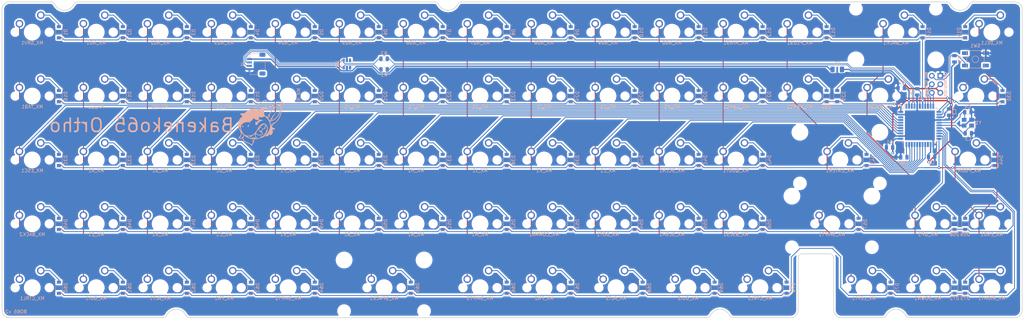
<source format=kicad_pcb>
(kicad_pcb (version 20171130) (host pcbnew "(5.1.4)-1")
  (layers (0 F.Cu signal) (31 B.Cu signal) (34 B.Paste user) (35 F.Paste user) (36 B.SilkS user) (37 F.SilkS user) (38 B.Mask user) (39 F.Mask user) (44 Edge.Cuts user))
  (net 0 "")
  (net 1 GND)
  (net 2 +5V)
  (net 3 "Net-(C5-Pad1)")
  (net 4 "Net-(D1-Pad2)")
  (net 5 ROW0)
  (net 6 "Net-(D2-Pad2)")
  (net 7 ROW1)
  (net 8 "Net-(D3-Pad2)")
  (net 9 ROW2)
  (net 10 "Net-(D4-Pad2)")
  (net 11 ROW3)
  (net 12 "Net-(D5-Pad2)")
  (net 13 ROW4)
  (net 14 "Net-(D6-Pad2)")
  (net 15 "Net-(D7-Pad2)")
  (net 16 "Net-(D8-Pad2)")
  (net 17 "Net-(D9-Pad2)")
  (net 18 "Net-(D10-Pad2)")
  (net 19 "Net-(D11-Pad2)")
  (net 20 "Net-(D12-Pad2)")
  (net 21 "Net-(D13-Pad2)")
  (net 22 "Net-(D14-Pad2)")
  (net 23 "Net-(D15-Pad2)")
  (net 24 "Net-(D16-Pad2)")
  (net 25 "Net-(D17-Pad2)")
  (net 26 "Net-(D18-Pad2)")
  (net 27 "Net-(D19-Pad2)")
  (net 28 "Net-(D20-Pad2)")
  (net 29 "Net-(D21-Pad2)")
  (net 30 "Net-(D22-Pad2)")
  (net 31 "Net-(D23-Pad2)")
  (net 32 "Net-(D24-Pad2)")
  (net 33 "Net-(D25-Pad2)")
  (net 34 "Net-(D26-Pad2)")
  (net 35 "Net-(D27-Pad2)")
  (net 36 "Net-(D28-Pad2)")
  (net 37 "Net-(D29-Pad2)")
  (net 38 "Net-(D30-Pad2)")
  (net 39 "Net-(D31-Pad2)")
  (net 40 "Net-(D32-Pad2)")
  (net 41 "Net-(D33-Pad2)")
  (net 42 "Net-(D34-Pad2)")
  (net 43 "Net-(D35-Pad2)")
  (net 44 "Net-(D36-Pad2)")
  (net 45 "Net-(D37-Pad2)")
  (net 46 "Net-(D38-Pad2)")
  (net 47 "Net-(D39-Pad2)")
  (net 48 "Net-(D40-Pad2)")
  (net 49 "Net-(D41-Pad2)")
  (net 50 "Net-(D42-Pad2)")
  (net 51 "Net-(D43-Pad2)")
  (net 52 "Net-(D44-Pad2)")
  (net 53 "Net-(D45-Pad2)")
  (net 54 "Net-(D46-Pad2)")
  (net 55 "Net-(D47-Pad2)")
  (net 56 "Net-(D48-Pad2)")
  (net 57 "Net-(D49-Pad2)")
  (net 58 "Net-(D50-Pad2)")
  (net 59 "Net-(D51-Pad2)")
  (net 60 "Net-(D52-Pad2)")
  (net 61 "Net-(D53-Pad2)")
  (net 62 "Net-(D54-Pad2)")
  (net 63 "Net-(D55-Pad2)")
  (net 64 "Net-(D56-Pad2)")
  (net 65 "Net-(D57-Pad2)")
  (net 66 "Net-(D58-Pad2)")
  (net 67 "Net-(D59-Pad2)")
  (net 68 "Net-(D60-Pad2)")
  (net 69 "Net-(D61-Pad2)")
  (net 70 "Net-(D62-Pad2)")
  (net 71 "Net-(D63-Pad2)")
  (net 72 "Net-(D64-Pad2)")
  (net 73 "Net-(D65-Pad2)")
  (net 74 "Net-(D66-Pad2)")
  (net 75 "Net-(D67-Pad2)")
  (net 76 "Net-(D68-Pad2)")
  (net 77 D-)
  (net 78 D+)
  (net 79 COL0)
  (net 80 COL1)
  (net 81 COL2)
  (net 82 COL3)
  (net 83 COL4)
  (net 84 COL5)
  (net 85 COL6)
  (net 86 COL7)
  (net 87 COL8)
  (net 88 COL9)
  (net 89 COL10)
  (net 90 COL11)
  (net 91 COL12)
  (net 92 COL13)
  (net 93 "Net-(R4-Pad2)")
  (net 94 "Net-(U1-Pad42)")
  (net 95 "Net-(U1-Pad25)")
  (net 96 "Net-(U1-Pad1)")
  (net 97 "Net-(D69-Pad2)")
  (net 98 "Net-(D70-Pad2)")
  (net 99 "Net-(D71-Pad2)")
  (net 100 "Net-(D72-Pad2)")
  (net 101 "Net-(D73-Pad2)")
  (net 102 COL14)
  (net 103 XTAL2)
  (net 104 XTAL1)
  (net 105 VBUS)
  (net 106 RESET)
  (net 107 MOSI)
  (net 108 SCK)
  (net 109 MISO)
  (net 110 /MCU_D-)
  (net 111 /MCU_D+)
  (net 112 "Net-(U2-Pad4)")
  (net 113 "Net-(U2-Pad3)")
  (module bakeneko65ortho:logo_900 (layer B.Cu) (at 72.23125 50.00625 180)
    (fp_text reference G*** hide)
    (fp_text value LOGO hide)
  )
  (module MX_Only:MXOnly-2.25U-ReversedStabilizers-NoLED (layer F.Cu) (at 244.475 61.11875)
    (fp_text reference MX43)
    (fp_text value MX-NoLED)
    (pad 2 thru_hole circle (at 2.54 -5.08) (size 2.25 2.25) (drill 1.47) (layers *.Cu B.Mask) (net 51 "Net-(D43-Pad2)"))
    (pad "" np_thru_hole circle (at 0 0) (size 3.9878 3.9878) (drill 3.9878) (layers *.Cu *.Mask))
    (pad 1 thru_hole circle (at -3.81 -2.54) (size 2.25 2.25) (drill 1.47) (layers *.Cu B.Mask) (net 91 COL12))
    (pad "" np_thru_hole circle (at -5.08 0 48.0996) (size 1.75 1.75) (drill 1.75) (layers *.Cu *.Mask))
    (pad "" np_thru_hole circle (at 5.08 0 48.0996) (size 1.75 1.75) (drill 1.75) (layers *.Cu *.Mask))
    (pad "" np_thru_hole circle (at -11.90625 6.985) (size 3.048 3.048) (drill 3.048) (layers *.Cu *.Mask))
    (pad "" np_thru_hole circle (at 11.90625 6.985) (size 3.048 3.048) (drill 3.048) (layers *.Cu *.Mask))
    (pad "" np_thru_hole circle (at -11.90625 -8.255) (size 3.9878 3.9878) (drill 3.9878) (layers *.Cu *.Mask))
    (pad "" np_thru_hole circle (at 11.90625 -8.255) (size 3.9878 3.9878) (drill 3.9878) (layers *.Cu *.Mask))
  )
  (module MX_Only:MXOnly-2.25U-ReversedStabilizers-NoLED (layer F.Cu) (at 242.09375 80.16875)
    (fp_text reference MX57)
    (fp_text value MX-NoLED)
    (pad 2 thru_hole circle (at 2.54 -5.08) (size 2.25 2.25) (drill 1.47) (layers *.Cu B.Mask) (net 65 "Net-(D57-Pad2)"))
    (pad "" np_thru_hole circle (at 0 0) (size 3.9878 3.9878) (drill 3.9878) (layers *.Cu *.Mask))
    (pad 1 thru_hole circle (at -3.81 -2.54) (size 2.25 2.25) (drill 1.47) (layers *.Cu B.Mask) (net 91 COL12))
    (pad "" np_thru_hole circle (at -5.08 0 48.0996) (size 1.75 1.75) (drill 1.75) (layers *.Cu *.Mask))
    (pad "" np_thru_hole circle (at 5.08 0 48.0996) (size 1.75 1.75) (drill 1.75) (layers *.Cu *.Mask))
    (pad "" np_thru_hole circle (at -11.90625 6.985) (size 3.048 3.048) (drill 3.048) (layers *.Cu *.Mask))
    (pad "" np_thru_hole circle (at 11.90625 6.985) (size 3.048 3.048) (drill 3.048) (layers *.Cu *.Mask))
    (pad "" np_thru_hole circle (at -11.90625 -8.255) (size 3.9878 3.9878) (drill 3.9878) (layers *.Cu *.Mask))
    (pad "" np_thru_hole circle (at 11.90625 -8.255) (size 3.9878 3.9878) (drill 3.9878) (layers *.Cu *.Mask))
  )
  (module bakeneko:ISP (layer B.Cu) (at 271.8435 41.0845)
    (fp_text reference J2)
    (fp_text value AVR-ISP-6)
    (fp_text user GND (at 4.1275 -6.2865 270) (layer B.SilkS) (effects (font (size 0.75 0.75)) (justify left mirror)))
    (fp_text user MOSI (at 4.1275 -3.8735 270) (layer B.SilkS) (effects (font (size 0.75 0.75)) (justify left mirror)))
    (fp_text user VCC (at 4.1275 -1.016 270) (layer B.SilkS) (effects (font (size 0.75 0.75)) (justify left mirror)))
    (fp_text user MISO (at -1.524 1.4605 270) (layer B.SilkS) (effects (font (size 0.75 0.75)) (justify right mirror)))
    (fp_text user SCK (at -1.524 -1.4605 270) (layer B.SilkS) (effects (font (size 0.75 0.75)) (justify right mirror)))
    (fp_text user RST (at -1.524 -4.064 270) (layer B.SilkS) (effects (font (size 0.75 0.75)) (justify right mirror)))
    (pad 6 thru_hole rect (at 2.54 -5.08 180) (size 1.7 1.7) (drill 1) (layers *.Cu *.Mask) (net 1 GND))
    (pad 5 thru_hole oval (at 0 -5.08 180) (size 1.7 1.7) (drill 1) (layers *.Cu *.Mask) (net 106 RESET))
    (pad 4 thru_hole oval (at 2.54 -2.54 180) (size 1.7 1.7) (drill 1) (layers *.Cu *.Mask) (net 107 MOSI))
    (pad 3 thru_hole oval (at 0 -2.54 180) (size 1.7 1.7) (drill 1) (layers *.Cu *.Mask) (net 108 SCK))
    (pad 2 thru_hole oval (at 2.54 0 180) (size 1.7 1.7) (drill 1) (layers *.Cu *.Mask) (net 2 +5V))
    (pad 1 thru_hole oval (at 0 0 180) (size 1.7 1.7) (drill 1) (layers *.Cu *.Mask) (net 109 MISO))
  )
  (module Capacitor_SMD:C_0805_2012Metric (layer B.Cu) (at 267.5255 40.8305 270)
    (fp_text reference C5 (at 0 1.65 90) (layer B.SilkS) (effects (justify mirror)))
    (fp_text value 1uF)
    (pad 2 smd roundrect (at 0.9375 0 270) (size 0.975 1.4) (layers B.Cu B.Paste B.Mask) (net 1 GND))
    (pad 1 smd roundrect (at -0.9375 0 270) (size 0.975 1.4) (layers B.Cu B.Paste B.Mask) (net 3 "Net-(C5-Pad1)"))
  )
  (module Package_TO_SOT_SMD:SOT-23-6 (layer B.Cu) (at 97.663 32.512 270)
    (fp_text reference U2 (at 0 2.9 90) (layer B.SilkS) (effects (justify mirror)))
    (fp_text value SRV05-4)
    (pad 5 smd rect (at 1.1 0 270) (size 1.06 0.65) (layers B.Cu B.Paste B.Mask) (net 105 VBUS))
    (pad 6 smd rect (at 1.1 0.95 270) (size 1.06 0.65) (layers B.Cu B.Paste B.Mask) (net 77 D-))
    (pad 4 smd rect (at 1.1 -0.95 270) (size 1.06 0.65) (layers B.Cu B.Paste B.Mask) (net 112 "Net-(U2-Pad4)"))
    (pad 3 smd rect (at -1.1 -0.95 270) (size 1.06 0.65) (layers B.Cu B.Paste B.Mask) (net 113 "Net-(U2-Pad3)"))
    (pad 2 smd rect (at -1.1 0 270) (size 1.06 0.65) (layers B.Cu B.Paste B.Mask) (net 1 GND))
    (pad 1 smd rect (at -1.1 0.95 270) (size 1.06 0.65) (layers B.Cu B.Paste B.Mask) (net 78 D+))
  )
  (module MX_Only:MXOnly-1.5U-NoLED (layer F.Cu) (at 256.38125 42.06875)
    (fp_text reference MX29)
    (fp_text value MX-NoLED)
    (pad 2 thru_hole circle (at 2.54 -5.08) (size 2.25 2.25) (drill 1.47) (layers *.Cu B.Mask) (net 37 "Net-(D29-Pad2)"))
    (pad "" np_thru_hole circle (at 0 0) (size 3.9878 3.9878) (drill 3.9878) (layers *.Cu *.Mask))
    (pad 1 thru_hole circle (at -3.81 -2.54) (size 2.25 2.25) (drill 1.47) (layers *.Cu B.Mask) (net 92 COL13))
    (pad "" np_thru_hole circle (at -5.08 0 48.0996) (size 1.75 1.75) (drill 1.75) (layers *.Cu *.Mask))
    (pad "" np_thru_hole circle (at 5.08 0 48.0996) (size 1.75 1.75) (drill 1.75) (layers *.Cu *.Mask))
  )
  (module MX_Only:MXOnly-1.75U-NoLED (layer F.Cu) (at 282.575 61.11875)
    (fp_text reference MX44)
    (fp_text value MX-NoLED)
    (pad 2 thru_hole circle (at 2.54 -5.08) (size 2.25 2.25) (drill 1.47) (layers *.Cu B.Mask) (net 52 "Net-(D44-Pad2)"))
    (pad "" np_thru_hole circle (at 0 0) (size 3.9878 3.9878) (drill 3.9878) (layers *.Cu *.Mask))
    (pad 1 thru_hole circle (at -3.81 -2.54) (size 2.25 2.25) (drill 1.47) (layers *.Cu B.Mask) (net 102 COL14))
    (pad "" np_thru_hole circle (at -5.08 0 48.0996) (size 1.75 1.75) (drill 1.75) (layers *.Cu *.Mask))
    (pad "" np_thru_hole circle (at 5.08 0 48.0996) (size 1.75 1.75) (drill 1.75) (layers *.Cu *.Mask))
  )
  (module Resistor_SMD:R_0805_2012Metric (layer B.Cu) (at 278.60625 30.95625 90)
    (fp_text reference R3 (at 0 1.65 90) (layer B.SilkS) (effects (justify mirror)))
    (fp_text value 10k)
    (pad 2 smd roundrect (at 0.9375 0 90) (size 0.975 1.4) (layers B.Cu B.Paste B.Mask) (net 106 RESET))
    (pad 1 smd roundrect (at -0.9375 0 90) (size 0.975 1.4) (layers B.Cu B.Paste B.Mask) (net 2 +5V))
  )
  (module Capacitor_SMD:C_0805_2012Metric (layer B.Cu) (at 262.73125 39.6875 180)
    (fp_text reference C7 (at 0 1.65) (layer B.SilkS) (effects (justify mirror)))
    (fp_text value 10uF)
    (pad 2 smd roundrect (at 0.9375 0 180) (size 0.975 1.4) (layers B.Cu B.Paste B.Mask) (net 1 GND))
    (pad 1 smd roundrect (at -0.9375 0 180) (size 0.975 1.4) (layers B.Cu B.Paste B.Mask) (net 2 +5V))
  )
  (module MX_Only:MXOnly-1.5U-NoLED (layer F.Cu) (at 284.95625 42.06875)
    (fp_text reference MX30)
    (fp_text value MX-NoLED)
    (pad 2 thru_hole circle (at 2.54 -5.08) (size 2.25 2.25) (drill 1.47) (layers *.Cu B.Mask) (net 38 "Net-(D30-Pad2)"))
    (pad "" np_thru_hole circle (at 0 0) (size 3.9878 3.9878) (drill 3.9878) (layers *.Cu *.Mask))
    (pad 1 thru_hole circle (at -3.81 -2.54) (size 2.25 2.25) (drill 1.47) (layers *.Cu B.Mask) (net 102 COL14))
    (pad "" np_thru_hole circle (at -5.08 0 48.0996) (size 1.75 1.75) (drill 1.75) (layers *.Cu *.Mask))
    (pad "" np_thru_hole circle (at 5.08 0 48.0996) (size 1.75 1.75) (drill 1.75) (layers *.Cu *.Mask))
  )
  (module Resistor_SMD:R_0805_2012Metric (layer B.Cu) (at 108.74375 34.13125)
    (fp_text reference R1 (at 0 1.65) (layer B.SilkS) (effects (justify mirror)))
    (fp_text value 22)
    (pad 1 smd roundrect (at -0.9375 0) (size 0.975 1.4) (layers B.Cu B.Paste B.Mask) (net 77 D-))
    (pad 2 smd roundrect (at 0.9375 0) (size 0.975 1.4) (layers B.Cu B.Paste B.Mask) (net 110 /MCU_D-))
  )
  (module Connector_JST:JST_SH_SM04B-SRSS-TB_1x04-1MP_P1.00mm_Horizontal (layer B.Cu) (at 70.64375 32.54375 270)
    (fp_text reference J1 (at 0 3.98 90) (layer B.SilkS) (effects (justify mirror)))
    (fp_text value "1x4P 1mm")
    (pad MP smd roundrect (at 2.8 -1.875 270) (size 1.2 1.8) (layers B.Cu B.Paste B.Mask) (roundrect_rratio 0.208333))
    (pad MP smd roundrect (at -2.8 -1.875 270) (size 1.2 1.8) (layers B.Cu B.Paste B.Mask) (roundrect_rratio 0.208333))
    (pad 4 smd roundrect (at 1.5 2 270) (size 0.6 1.55) (layers B.Cu B.Paste B.Mask) (net 1 GND))
    (pad 3 smd roundrect (at 0.5 2 270) (size 0.6 1.55) (layers B.Cu B.Paste B.Mask) (net 78 D+))
    (pad 2 smd roundrect (at -0.5 2 270) (size 0.6 1.55) (layers B.Cu B.Paste B.Mask) (net 77 D-))
    (pad 1 smd roundrect (at -1.5 2 270) (size 0.6 1.55) (layers B.Cu B.Paste B.Mask) (net 105 VBUS))
  )
  (module MX_Only:MXOnly-1U-NoLED (layer F.Cu) (at 23.01875 23.01875)
    (fp_text reference MX2)
    (fp_text value MX-NoLED)
    (pad 2 thru_hole circle (at 2.54 -5.08) (size 2.25 2.25) (drill 1.47) (layers *.Cu B.Mask) (net 6 "Net-(D2-Pad2)"))
    (pad "" np_thru_hole circle (at 0 0) (size 3.9878 3.9878) (drill 3.9878) (layers *.Cu *.Mask))
    (pad 1 thru_hole circle (at -3.81 -2.54) (size 2.25 2.25) (drill 1.47) (layers *.Cu B.Mask) (net 80 COL1))
    (pad "" np_thru_hole circle (at -5.08 0 48.0996) (size 1.75 1.75) (drill 1.75) (layers *.Cu *.Mask))
    (pad "" np_thru_hole circle (at 5.08 0 48.0996) (size 1.75 1.75) (drill 1.75) (layers *.Cu *.Mask))
  )
  (module random-keyboard-parts:SKQG-1155865 (layer B.Cu) (at 284.82925 31.115)
    (fp_text reference SW1 (at 0 -4.064) (layer B.SilkS) (effects (justify mirror)))
    (fp_text value SW_Push)
    (pad 4 smd rect (at -3.1 -1.85) (size 1.8 1.1) (layers B.Cu B.Paste B.Mask))
    (pad 3 smd rect (at 3.1 1.85) (size 1.8 1.1) (layers B.Cu B.Paste B.Mask))
    (pad 2 smd rect (at -3.1 1.85) (size 1.8 1.1) (layers B.Cu B.Paste B.Mask) (net 106 RESET))
    (pad 1 smd rect (at 3.1 -1.85) (size 1.8 1.1) (layers B.Cu B.Paste B.Mask) (net 1 GND))
  )
  (module Crystal:Crystal_SMD_3225-4Pin_3.2x2.5mm (layer B.Cu) (at 282.575 50.00625 180)
    (fp_text reference Y1 (at -3.175 0) (layer B.SilkS) (effects (justify mirror)))
    (fp_text value 16MHz)
    (pad 4 smd rect (at -1.1 0.85 180) (size 1.4 1.2) (layers B.Cu B.Paste B.Mask) (net 1 GND))
    (pad 3 smd rect (at 1.1 0.85 180) (size 1.4 1.2) (layers B.Cu B.Paste B.Mask) (net 103 XTAL2))
    (pad 2 smd rect (at 1.1 -0.85 180) (size 1.4 1.2) (layers B.Cu B.Paste B.Mask) (net 1 GND))
    (pad 1 smd rect (at -1.1 -0.85 180) (size 1.4 1.2) (layers B.Cu B.Paste B.Mask) (net 104 XTAL1))
  )
  (module Package_QFP:TQFP-44_10x10mm_P0.8mm (layer B.Cu) (at 268.2875 50.8 270)
    (fp_text reference U1 (at 0 7.45 90) (layer B.SilkS) (effects (justify mirror)))
    (fp_text value ATmega32U4-AU)
    (pad 44 smd rect (at -4 5.7 180) (size 1.5 0.55) (layers B.Cu B.Paste B.Mask) (net 2 +5V))
    (pad 43 smd rect (at -3.2 5.7 180) (size 1.5 0.55) (layers B.Cu B.Paste B.Mask) (net 1 GND))
    (pad 42 smd rect (at -2.4 5.7 180) (size 1.5 0.55) (layers B.Cu B.Paste B.Mask) (net 94 "Net-(U1-Pad42)"))
    (pad 41 smd rect (at -1.6 5.7 180) (size 1.5 0.55) (layers B.Cu B.Paste B.Mask) (net 79 COL0))
    (pad 40 smd rect (at -0.8 5.7 180) (size 1.5 0.55) (layers B.Cu B.Paste B.Mask) (net 80 COL1))
    (pad 39 smd rect (at 0 5.7 180) (size 1.5 0.55) (layers B.Cu B.Paste B.Mask) (net 81 COL2))
    (pad 38 smd rect (at 0.8 5.7 180) (size 1.5 0.55) (layers B.Cu B.Paste B.Mask) (net 82 COL3))
    (pad 37 smd rect (at 1.6 5.7 180) (size 1.5 0.55) (layers B.Cu B.Paste B.Mask) (net 83 COL4))
    (pad 36 smd rect (at 2.4 5.7 180) (size 1.5 0.55) (layers B.Cu B.Paste B.Mask) (net 84 COL5))
    (pad 35 smd rect (at 3.2 5.7 180) (size 1.5 0.55) (layers B.Cu B.Paste B.Mask) (net 1 GND))
    (pad 34 smd rect (at 4 5.7 180) (size 1.5 0.55) (layers B.Cu B.Paste B.Mask) (net 2 +5V))
    (pad 33 smd rect (at 5.7 4 270) (size 1.5 0.55) (layers B.Cu B.Paste B.Mask) (net 93 "Net-(R4-Pad2)"))
    (pad 32 smd rect (at 5.7 3.2 270) (size 1.5 0.55) (layers B.Cu B.Paste B.Mask) (net 85 COL6))
    (pad 31 smd rect (at 5.7 2.4 270) (size 1.5 0.55) (layers B.Cu B.Paste B.Mask) (net 86 COL7))
    (pad 30 smd rect (at 5.7 1.6 270) (size 1.5 0.55) (layers B.Cu B.Paste B.Mask) (net 87 COL8))
    (pad 29 smd rect (at 5.7 0.8 270) (size 1.5 0.55) (layers B.Cu B.Paste B.Mask) (net 88 COL9))
    (pad 28 smd rect (at 5.7 0 270) (size 1.5 0.55) (layers B.Cu B.Paste B.Mask) (net 89 COL10))
    (pad 27 smd rect (at 5.7 -0.8 270) (size 1.5 0.55) (layers B.Cu B.Paste B.Mask) (net 90 COL11))
    (pad 26 smd rect (at 5.7 -1.6 270) (size 1.5 0.55) (layers B.Cu B.Paste B.Mask) (net 91 COL12))
    (pad 25 smd rect (at 5.7 -2.4 270) (size 1.5 0.55) (layers B.Cu B.Paste B.Mask) (net 95 "Net-(U1-Pad25)"))
    (pad 24 smd rect (at 5.7 -3.2 270) (size 1.5 0.55) (layers B.Cu B.Paste B.Mask) (net 2 +5V))
    (pad 23 smd rect (at 5.7 -4 270) (size 1.5 0.55) (layers B.Cu B.Paste B.Mask) (net 1 GND))
    (pad 22 smd rect (at 4 -5.7 180) (size 1.5 0.55) (layers B.Cu B.Paste B.Mask) (net 9 ROW2))
    (pad 21 smd rect (at 3.2 -5.7 180) (size 1.5 0.55) (layers B.Cu B.Paste B.Mask) (net 92 COL13))
    (pad 20 smd rect (at 2.4 -5.7 180) (size 1.5 0.55) (layers B.Cu B.Paste B.Mask) (net 11 ROW3))
    (pad 19 smd rect (at 1.6 -5.7 180) (size 1.5 0.55) (layers B.Cu B.Paste B.Mask) (net 13 ROW4))
    (pad 18 smd rect (at 0.8 -5.7 180) (size 1.5 0.55) (layers B.Cu B.Paste B.Mask) (net 102 COL14))
    (pad 17 smd rect (at 0 -5.7 180) (size 1.5 0.55) (layers B.Cu B.Paste B.Mask) (net 104 XTAL1))
    (pad 16 smd rect (at -0.8 -5.7 180) (size 1.5 0.55) (layers B.Cu B.Paste B.Mask) (net 103 XTAL2))
    (pad 15 smd rect (at -1.6 -5.7 180) (size 1.5 0.55) (layers B.Cu B.Paste B.Mask) (net 1 GND))
    (pad 14 smd rect (at -2.4 -5.7 180) (size 1.5 0.55) (layers B.Cu B.Paste B.Mask) (net 2 +5V))
    (pad 13 smd rect (at -3.2 -5.7 180) (size 1.5 0.55) (layers B.Cu B.Paste B.Mask) (net 106 RESET))
    (pad 12 smd rect (at -4 -5.7 180) (size 1.5 0.55) (layers B.Cu B.Paste B.Mask) (net 7 ROW1))
    (pad 11 smd rect (at -5.7 -4 270) (size 1.5 0.55) (layers B.Cu B.Paste B.Mask) (net 109 MISO))
    (pad 10 smd rect (at -5.7 -3.2 270) (size 1.5 0.55) (layers B.Cu B.Paste B.Mask) (net 107 MOSI))
    (pad 9 smd rect (at -5.7 -2.4 270) (size 1.5 0.55) (layers B.Cu B.Paste B.Mask) (net 108 SCK))
    (pad 8 smd rect (at -5.7 -1.6 270) (size 1.5 0.55) (layers B.Cu B.Paste B.Mask) (net 5 ROW0))
    (pad 7 smd rect (at -5.7 -0.8 270) (size 1.5 0.55) (layers B.Cu B.Paste B.Mask) (net 2 +5V))
    (pad 6 smd rect (at -5.7 0 270) (size 1.5 0.55) (layers B.Cu B.Paste B.Mask) (net 3 "Net-(C5-Pad1)"))
    (pad 5 smd rect (at -5.7 0.8 270) (size 1.5 0.55) (layers B.Cu B.Paste B.Mask) (net 1 GND))
    (pad 4 smd rect (at -5.7 1.6 270) (size 1.5 0.55) (layers B.Cu B.Paste B.Mask) (net 111 /MCU_D+))
    (pad 3 smd rect (at -5.7 2.4 270) (size 1.5 0.55) (layers B.Cu B.Paste B.Mask) (net 110 /MCU_D-))
    (pad 2 smd rect (at -5.7 3.2 270) (size 1.5 0.55) (layers B.Cu B.Paste B.Mask) (net 2 +5V))
    (pad 1 smd rect (at -5.7 4 270) (size 1.5 0.55) (layers B.Cu B.Paste B.Mask) (net 96 "Net-(U1-Pad1)"))
  )
  (module Resistor_SMD:R_0805_2012Metric (layer B.Cu) (at 263.525 60.325)
    (fp_text reference R4 (at 0 1.65) (layer B.SilkS) (effects (justify mirror)))
    (fp_text value 10k)
    (pad 2 smd roundrect (at 0.9375 0) (size 0.975 1.4) (layers B.Cu B.Paste B.Mask) (net 93 "Net-(R4-Pad2)"))
    (pad 1 smd roundrect (at -0.9375 0) (size 0.975 1.4) (layers B.Cu B.Paste B.Mask) (net 1 GND))
  )
  (module Resistor_SMD:R_0805_2012Metric (layer B.Cu) (at 108.74375 30.95625 180)
    (fp_text reference R2 (at 0 1.65) (layer B.SilkS) (effects (justify mirror)))
    (fp_text value 22)
    (pad 2 smd roundrect (at 0.9375 0 180) (size 0.975 1.4) (layers B.Cu B.Paste B.Mask) (net 78 D+))
    (pad 1 smd roundrect (at -0.9375 0 180) (size 0.975 1.4) (layers B.Cu B.Paste B.Mask) (net 111 /MCU_D+))
  )
  (module MX_Only:MXOnly-1U-NoLED (layer F.Cu) (at 289.71875 99.21875)
    (fp_text reference MX73)
    (fp_text value MX-NoLED)
    (pad 2 thru_hole circle (at 2.54 -5.08) (size 2.25 2.25) (drill 1.47) (layers *.Cu B.Mask) (net 101 "Net-(D73-Pad2)"))
    (pad "" np_thru_hole circle (at 0 0) (size 3.9878 3.9878) (drill 3.9878) (layers *.Cu *.Mask))
    (pad 1 thru_hole circle (at -3.81 -2.54) (size 2.25 2.25) (drill 1.47) (layers *.Cu B.Mask) (net 102 COL14))
    (pad "" np_thru_hole circle (at -5.08 0 48.0996) (size 1.75 1.75) (drill 1.75) (layers *.Cu *.Mask))
    (pad "" np_thru_hole circle (at 5.08 0 48.0996) (size 1.75 1.75) (drill 1.75) (layers *.Cu *.Mask))
  )
  (module MX_Only:MXOnly-1U-NoLED (layer F.Cu) (at 270.66875 99.21875)
    (fp_text reference MX72)
    (fp_text value MX-NoLED)
    (pad 2 thru_hole circle (at 2.54 -5.08) (size 2.25 2.25) (drill 1.47) (layers *.Cu B.Mask) (net 100 "Net-(D72-Pad2)"))
    (pad "" np_thru_hole circle (at 0 0) (size 3.9878 3.9878) (drill 3.9878) (layers *.Cu *.Mask))
    (pad 1 thru_hole circle (at -3.81 -2.54) (size 2.25 2.25) (drill 1.47) (layers *.Cu B.Mask) (net 92 COL13))
    (pad "" np_thru_hole circle (at -5.08 0 48.0996) (size 1.75 1.75) (drill 1.75) (layers *.Cu *.Mask))
    (pad "" np_thru_hole circle (at 5.08 0 48.0996) (size 1.75 1.75) (drill 1.75) (layers *.Cu *.Mask))
  )
  (module MX_Only:MXOnly-1U-NoLED (layer F.Cu) (at 251.61875 99.21875)
    (fp_text reference MX71)
    (fp_text value MX-NoLED)
    (pad 2 thru_hole circle (at 2.54 -5.08) (size 2.25 2.25) (drill 1.47) (layers *.Cu B.Mask) (net 99 "Net-(D71-Pad2)"))
    (pad "" np_thru_hole circle (at 0 0) (size 3.9878 3.9878) (drill 3.9878) (layers *.Cu *.Mask))
    (pad 1 thru_hole circle (at -3.81 -2.54) (size 2.25 2.25) (drill 1.47) (layers *.Cu B.Mask) (net 91 COL12))
    (pad "" np_thru_hole circle (at -5.08 0 48.0996) (size 1.75 1.75) (drill 1.75) (layers *.Cu *.Mask))
    (pad "" np_thru_hole circle (at 5.08 0 48.0996) (size 1.75 1.75) (drill 1.75) (layers *.Cu *.Mask))
  )
  (module MX_Only:MXOnly-1.25U-NoLED (layer F.Cu) (at 220.6625 99.21875)
    (fp_text reference MX70)
    (fp_text value MX-NoLED)
    (pad 2 thru_hole circle (at 2.54 -5.08) (size 2.25 2.25) (drill 1.47) (layers *.Cu B.Mask) (net 98 "Net-(D70-Pad2)"))
    (pad "" np_thru_hole circle (at 0 0) (size 3.9878 3.9878) (drill 3.9878) (layers *.Cu *.Mask))
    (pad 1 thru_hole circle (at -3.81 -2.54) (size 2.25 2.25) (drill 1.47) (layers *.Cu B.Mask) (net 90 COL11))
    (pad "" np_thru_hole circle (at -5.08 0 48.0996) (size 1.75 1.75) (drill 1.75) (layers *.Cu *.Mask))
    (pad "" np_thru_hole circle (at 5.08 0 48.0996) (size 1.75 1.75) (drill 1.75) (layers *.Cu *.Mask))
  )
  (module MX_Only:MXOnly-1U-NoLED (layer F.Cu) (at 199.23125 99.21875)
    (fp_text reference MX69)
    (fp_text value MX-NoLED)
    (pad 2 thru_hole circle (at 2.54 -5.08) (size 2.25 2.25) (drill 1.47) (layers *.Cu B.Mask) (net 97 "Net-(D69-Pad2)"))
    (pad "" np_thru_hole circle (at 0 0) (size 3.9878 3.9878) (drill 3.9878) (layers *.Cu *.Mask))
    (pad 1 thru_hole circle (at -3.81 -2.54) (size 2.25 2.25) (drill 1.47) (layers *.Cu B.Mask) (net 89 COL10))
    (pad "" np_thru_hole circle (at -5.08 0 48.0996) (size 1.75 1.75) (drill 1.75) (layers *.Cu *.Mask))
    (pad "" np_thru_hole circle (at 5.08 0 48.0996) (size 1.75 1.75) (drill 1.75) (layers *.Cu *.Mask))
  )
  (module MX_Only:MXOnly-1.25U-NoLED (layer F.Cu) (at 177.8 99.21875)
    (fp_text reference MX68)
    (fp_text value MX-NoLED)
    (pad 2 thru_hole circle (at 2.54 -5.08) (size 2.25 2.25) (drill 1.47) (layers *.Cu B.Mask) (net 76 "Net-(D68-Pad2)"))
    (pad "" np_thru_hole circle (at 0 0) (size 3.9878 3.9878) (drill 3.9878) (layers *.Cu *.Mask))
    (pad 1 thru_hole circle (at -3.81 -2.54) (size 2.25 2.25) (drill 1.47) (layers *.Cu B.Mask) (net 88 COL9))
    (pad "" np_thru_hole circle (at -5.08 0 48.0996) (size 1.75 1.75) (drill 1.75) (layers *.Cu *.Mask))
    (pad "" np_thru_hole circle (at 5.08 0 48.0996) (size 1.75 1.75) (drill 1.75) (layers *.Cu *.Mask))
  )
  (module MX_Only:MXOnly-1U-NoLED (layer F.Cu) (at 156.36875 99.21875)
    (fp_text reference MX67)
    (fp_text value MX-NoLED)
    (pad 2 thru_hole circle (at 2.54 -5.08) (size 2.25 2.25) (drill 1.47) (layers *.Cu B.Mask) (net 75 "Net-(D67-Pad2)"))
    (pad "" np_thru_hole circle (at 0 0) (size 3.9878 3.9878) (drill 3.9878) (layers *.Cu *.Mask))
    (pad 1 thru_hole circle (at -3.81 -2.54) (size 2.25 2.25) (drill 1.47) (layers *.Cu B.Mask) (net 87 COL8))
    (pad "" np_thru_hole circle (at -5.08 0 48.0996) (size 1.75 1.75) (drill 1.75) (layers *.Cu *.Mask))
    (pad "" np_thru_hole circle (at 5.08 0 48.0996) (size 1.75 1.75) (drill 1.75) (layers *.Cu *.Mask))
  )
  (module MX_Only:MXOnly-1U-NoLED (layer F.Cu) (at 137.31875 99.21875)
    (fp_text reference MX66)
    (fp_text value MX-NoLED)
    (pad 2 thru_hole circle (at 2.54 -5.08) (size 2.25 2.25) (drill 1.47) (layers *.Cu B.Mask) (net 74 "Net-(D66-Pad2)"))
    (pad "" np_thru_hole circle (at 0 0) (size 3.9878 3.9878) (drill 3.9878) (layers *.Cu *.Mask))
    (pad 1 thru_hole circle (at -3.81 -2.54) (size 2.25 2.25) (drill 1.47) (layers *.Cu B.Mask) (net 86 COL7))
    (pad "" np_thru_hole circle (at -5.08 0 48.0996) (size 1.75 1.75) (drill 1.75) (layers *.Cu *.Mask))
    (pad "" np_thru_hole circle (at 5.08 0 48.0996) (size 1.75 1.75) (drill 1.75) (layers *.Cu *.Mask))
  )
  (module MX_Only:MXOnly-2U-ReversedStabilizers-NoLED (layer F.Cu) (at 108.74375 99.21875)
    (fp_text reference MX65)
    (fp_text value MX-NoLED)
    (pad 2 thru_hole circle (at 2.54 -5.08) (size 2.25 2.25) (drill 1.47) (layers *.Cu B.Mask) (net 73 "Net-(D65-Pad2)"))
    (pad "" np_thru_hole circle (at 0 0) (size 3.9878 3.9878) (drill 3.9878) (layers *.Cu *.Mask))
    (pad 1 thru_hole circle (at -3.81 -2.54) (size 2.25 2.25) (drill 1.47) (layers *.Cu B.Mask) (net 84 COL5))
    (pad "" np_thru_hole circle (at -5.08 0 48.0996) (size 1.75 1.75) (drill 1.75) (layers *.Cu *.Mask))
    (pad "" np_thru_hole circle (at 5.08 0 48.0996) (size 1.75 1.75) (drill 1.75) (layers *.Cu *.Mask))
    (pad "" np_thru_hole circle (at -11.90625 6.985) (size 3.048 3.048) (drill 3.048) (layers *.Cu *.Mask))
    (pad "" np_thru_hole circle (at 11.90625 6.985) (size 3.048 3.048) (drill 3.048) (layers *.Cu *.Mask))
    (pad "" np_thru_hole circle (at -11.90625 -8.255) (size 3.9878 3.9878) (drill 3.9878) (layers *.Cu *.Mask))
    (pad "" np_thru_hole circle (at 11.90625 -8.255) (size 3.9878 3.9878) (drill 3.9878) (layers *.Cu *.Mask))
  )
  (module MX_Only:MXOnly-1U-NoLED (layer F.Cu) (at 80.16875 99.21875)
    (fp_text reference MX64)
    (fp_text value MX-NoLED)
    (pad 2 thru_hole circle (at 2.54 -5.08) (size 2.25 2.25) (drill 1.47) (layers *.Cu B.Mask) (net 72 "Net-(D64-Pad2)"))
    (pad "" np_thru_hole circle (at 0 0) (size 3.9878 3.9878) (drill 3.9878) (layers *.Cu *.Mask))
    (pad 1 thru_hole circle (at -3.81 -2.54) (size 2.25 2.25) (drill 1.47) (layers *.Cu B.Mask) (net 83 COL4))
    (pad "" np_thru_hole circle (at -5.08 0 48.0996) (size 1.75 1.75) (drill 1.75) (layers *.Cu *.Mask))
    (pad "" np_thru_hole circle (at 5.08 0 48.0996) (size 1.75 1.75) (drill 1.75) (layers *.Cu *.Mask))
  )
  (module MX_Only:MXOnly-1U-NoLED (layer F.Cu) (at 61.11875 99.21875)
    (fp_text reference MX63)
    (fp_text value MX-NoLED)
    (pad 2 thru_hole circle (at 2.54 -5.08) (size 2.25 2.25) (drill 1.47) (layers *.Cu B.Mask) (net 71 "Net-(D63-Pad2)"))
    (pad "" np_thru_hole circle (at 0 0) (size 3.9878 3.9878) (drill 3.9878) (layers *.Cu *.Mask))
    (pad 1 thru_hole circle (at -3.81 -2.54) (size 2.25 2.25) (drill 1.47) (layers *.Cu B.Mask) (net 82 COL3))
    (pad "" np_thru_hole circle (at -5.08 0 48.0996) (size 1.75 1.75) (drill 1.75) (layers *.Cu *.Mask))
    (pad "" np_thru_hole circle (at 5.08 0 48.0996) (size 1.75 1.75) (drill 1.75) (layers *.Cu *.Mask))
  )
  (module MX_Only:MXOnly-1U-NoLED (layer F.Cu) (at 42.06875 99.21875)
    (fp_text reference MX62)
    (fp_text value MX-NoLED)
    (pad 2 thru_hole circle (at 2.54 -5.08) (size 2.25 2.25) (drill 1.47) (layers *.Cu B.Mask) (net 70 "Net-(D62-Pad2)"))
    (pad "" np_thru_hole circle (at 0 0) (size 3.9878 3.9878) (drill 3.9878) (layers *.Cu *.Mask))
    (pad 1 thru_hole circle (at -3.81 -2.54) (size 2.25 2.25) (drill 1.47) (layers *.Cu B.Mask) (net 81 COL2))
    (pad "" np_thru_hole circle (at -5.08 0 48.0996) (size 1.75 1.75) (drill 1.75) (layers *.Cu *.Mask))
    (pad "" np_thru_hole circle (at 5.08 0 48.0996) (size 1.75 1.75) (drill 1.75) (layers *.Cu *.Mask))
  )
  (module MX_Only:MXOnly-1U-NoLED (layer F.Cu) (at 23.01875 99.21875)
    (fp_text reference MX61)
    (fp_text value MX-NoLED)
    (pad 2 thru_hole circle (at 2.54 -5.08) (size 2.25 2.25) (drill 1.47) (layers *.Cu B.Mask) (net 69 "Net-(D61-Pad2)"))
    (pad "" np_thru_hole circle (at 0 0) (size 3.9878 3.9878) (drill 3.9878) (layers *.Cu *.Mask))
    (pad 1 thru_hole circle (at -3.81 -2.54) (size 2.25 2.25) (drill 1.47) (layers *.Cu B.Mask) (net 80 COL1))
    (pad "" np_thru_hole circle (at -5.08 0 48.0996) (size 1.75 1.75) (drill 1.75) (layers *.Cu *.Mask))
    (pad "" np_thru_hole circle (at 5.08 0 48.0996) (size 1.75 1.75) (drill 1.75) (layers *.Cu *.Mask))
  )
  (module MX_Only:MXOnly-1U-NoLED (layer F.Cu) (at 3.96875 99.21875)
    (fp_text reference MX60)
    (fp_text value MX-NoLED)
    (pad 2 thru_hole circle (at 2.54 -5.08) (size 2.25 2.25) (drill 1.47) (layers *.Cu B.Mask) (net 68 "Net-(D60-Pad2)"))
    (pad "" np_thru_hole circle (at 0 0) (size 3.9878 3.9878) (drill 3.9878) (layers *.Cu *.Mask))
    (pad 1 thru_hole circle (at -3.81 -2.54) (size 2.25 2.25) (drill 1.47) (layers *.Cu B.Mask) (net 79 COL0))
    (pad "" np_thru_hole circle (at -5.08 0 48.0996) (size 1.75 1.75) (drill 1.75) (layers *.Cu *.Mask))
    (pad "" np_thru_hole circle (at 5.08 0 48.0996) (size 1.75 1.75) (drill 1.75) (layers *.Cu *.Mask))
  )
  (module MX_Only:MXOnly-1U-NoLED (layer F.Cu) (at 289.71875 80.16875)
    (fp_text reference MX59)
    (fp_text value MX-NoLED)
    (pad 2 thru_hole circle (at 2.54 -5.08) (size 2.25 2.25) (drill 1.47) (layers *.Cu B.Mask) (net 67 "Net-(D59-Pad2)"))
    (pad "" np_thru_hole circle (at 0 0) (size 3.9878 3.9878) (drill 3.9878) (layers *.Cu *.Mask))
    (pad 1 thru_hole circle (at -3.81 -2.54) (size 2.25 2.25) (drill 1.47) (layers *.Cu B.Mask) (net 102 COL14))
    (pad "" np_thru_hole circle (at -5.08 0 48.0996) (size 1.75 1.75) (drill 1.75) (layers *.Cu *.Mask))
    (pad "" np_thru_hole circle (at 5.08 0 48.0996) (size 1.75 1.75) (drill 1.75) (layers *.Cu *.Mask))
  )
  (module MX_Only:MXOnly-1U-NoLED (layer F.Cu) (at 270.66875 80.16875)
    (fp_text reference MX58)
    (fp_text value MX-NoLED)
    (pad 2 thru_hole circle (at 2.54 -5.08) (size 2.25 2.25) (drill 1.47) (layers *.Cu B.Mask) (net 66 "Net-(D58-Pad2)"))
    (pad "" np_thru_hole circle (at 0 0) (size 3.9878 3.9878) (drill 3.9878) (layers *.Cu *.Mask))
    (pad 1 thru_hole circle (at -3.81 -2.54) (size 2.25 2.25) (drill 1.47) (layers *.Cu B.Mask) (net 92 COL13))
    (pad "" np_thru_hole circle (at -5.08 0 48.0996) (size 1.75 1.75) (drill 1.75) (layers *.Cu *.Mask))
    (pad "" np_thru_hole circle (at 5.08 0 48.0996) (size 1.75 1.75) (drill 1.75) (layers *.Cu *.Mask))
  )
  (module MX_Only:MXOnly-1U-NoLED (layer F.Cu) (at 213.51875 80.16875)
    (fp_text reference MX56)
    (fp_text value MX-NoLED)
    (pad 2 thru_hole circle (at 2.54 -5.08) (size 2.25 2.25) (drill 1.47) (layers *.Cu B.Mask) (net 64 "Net-(D56-Pad2)"))
    (pad "" np_thru_hole circle (at 0 0) (size 3.9878 3.9878) (drill 3.9878) (layers *.Cu *.Mask))
    (pad 1 thru_hole circle (at -3.81 -2.54) (size 2.25 2.25) (drill 1.47) (layers *.Cu B.Mask) (net 90 COL11))
    (pad "" np_thru_hole circle (at -5.08 0 48.0996) (size 1.75 1.75) (drill 1.75) (layers *.Cu *.Mask))
    (pad "" np_thru_hole circle (at 5.08 0 48.0996) (size 1.75 1.75) (drill 1.75) (layers *.Cu *.Mask))
  )
  (module MX_Only:MXOnly-1U-NoLED (layer F.Cu) (at 194.46875 80.16875)
    (fp_text reference MX55)
    (fp_text value MX-NoLED)
    (pad 2 thru_hole circle (at 2.54 -5.08) (size 2.25 2.25) (drill 1.47) (layers *.Cu B.Mask) (net 63 "Net-(D55-Pad2)"))
    (pad "" np_thru_hole circle (at 0 0) (size 3.9878 3.9878) (drill 3.9878) (layers *.Cu *.Mask))
    (pad 1 thru_hole circle (at -3.81 -2.54) (size 2.25 2.25) (drill 1.47) (layers *.Cu B.Mask) (net 89 COL10))
    (pad "" np_thru_hole circle (at -5.08 0 48.0996) (size 1.75 1.75) (drill 1.75) (layers *.Cu *.Mask))
    (pad "" np_thru_hole circle (at 5.08 0 48.0996) (size 1.75 1.75) (drill 1.75) (layers *.Cu *.Mask))
  )
  (module MX_Only:MXOnly-1U-NoLED (layer F.Cu) (at 175.41875 80.16875)
    (fp_text reference MX54)
    (fp_text value MX-NoLED)
    (pad 2 thru_hole circle (at 2.54 -5.08) (size 2.25 2.25) (drill 1.47) (layers *.Cu B.Mask) (net 62 "Net-(D54-Pad2)"))
    (pad "" np_thru_hole circle (at 0 0) (size 3.9878 3.9878) (drill 3.9878) (layers *.Cu *.Mask))
    (pad 1 thru_hole circle (at -3.81 -2.54) (size 2.25 2.25) (drill 1.47) (layers *.Cu B.Mask) (net 88 COL9))
    (pad "" np_thru_hole circle (at -5.08 0 48.0996) (size 1.75 1.75) (drill 1.75) (layers *.Cu *.Mask))
    (pad "" np_thru_hole circle (at 5.08 0 48.0996) (size 1.75 1.75) (drill 1.75) (layers *.Cu *.Mask))
  )
  (module MX_Only:MXOnly-1U-NoLED (layer F.Cu) (at 156.36875 80.16875)
    (fp_text reference MX53)
    (fp_text value MX-NoLED)
    (pad 2 thru_hole circle (at 2.54 -5.08) (size 2.25 2.25) (drill 1.47) (layers *.Cu B.Mask) (net 61 "Net-(D53-Pad2)"))
    (pad "" np_thru_hole circle (at 0 0) (size 3.9878 3.9878) (drill 3.9878) (layers *.Cu *.Mask))
    (pad 1 thru_hole circle (at -3.81 -2.54) (size 2.25 2.25) (drill 1.47) (layers *.Cu B.Mask) (net 87 COL8))
    (pad "" np_thru_hole circle (at -5.08 0 48.0996) (size 1.75 1.75) (drill 1.75) (layers *.Cu *.Mask))
    (pad "" np_thru_hole circle (at 5.08 0 48.0996) (size 1.75 1.75) (drill 1.75) (layers *.Cu *.Mask))
  )
  (module MX_Only:MXOnly-1U-NoLED (layer F.Cu) (at 137.31875 80.16875)
    (fp_text reference MX52)
    (fp_text value MX-NoLED)
    (pad 2 thru_hole circle (at 2.54 -5.08) (size 2.25 2.25) (drill 1.47) (layers *.Cu B.Mask) (net 60 "Net-(D52-Pad2)"))
    (pad "" np_thru_hole circle (at 0 0) (size 3.9878 3.9878) (drill 3.9878) (layers *.Cu *.Mask))
    (pad 1 thru_hole circle (at -3.81 -2.54) (size 2.25 2.25) (drill 1.47) (layers *.Cu B.Mask) (net 86 COL7))
    (pad "" np_thru_hole circle (at -5.08 0 48.0996) (size 1.75 1.75) (drill 1.75) (layers *.Cu *.Mask))
    (pad "" np_thru_hole circle (at 5.08 0 48.0996) (size 1.75 1.75) (drill 1.75) (layers *.Cu *.Mask))
  )
  (module MX_Only:MXOnly-1U-NoLED (layer F.Cu) (at 118.26875 80.16875)
    (fp_text reference MX51)
    (fp_text value MX-NoLED)
    (pad 2 thru_hole circle (at 2.54 -5.08) (size 2.25 2.25) (drill 1.47) (layers *.Cu B.Mask) (net 59 "Net-(D51-Pad2)"))
    (pad "" np_thru_hole circle (at 0 0) (size 3.9878 3.9878) (drill 3.9878) (layers *.Cu *.Mask))
    (pad 1 thru_hole circle (at -3.81 -2.54) (size 2.25 2.25) (drill 1.47) (layers *.Cu B.Mask) (net 85 COL6))
    (pad "" np_thru_hole circle (at -5.08 0 48.0996) (size 1.75 1.75) (drill 1.75) (layers *.Cu *.Mask))
    (pad "" np_thru_hole circle (at 5.08 0 48.0996) (size 1.75 1.75) (drill 1.75) (layers *.Cu *.Mask))
  )
  (module MX_Only:MXOnly-1U-NoLED (layer F.Cu) (at 99.21875 80.16875)
    (fp_text reference MX50)
    (fp_text value MX-NoLED)
    (pad 2 thru_hole circle (at 2.54 -5.08) (size 2.25 2.25) (drill 1.47) (layers *.Cu B.Mask) (net 58 "Net-(D50-Pad2)"))
    (pad "" np_thru_hole circle (at 0 0) (size 3.9878 3.9878) (drill 3.9878) (layers *.Cu *.Mask))
    (pad 1 thru_hole circle (at -3.81 -2.54) (size 2.25 2.25) (drill 1.47) (layers *.Cu B.Mask) (net 84 COL5))
    (pad "" np_thru_hole circle (at -5.08 0 48.0996) (size 1.75 1.75) (drill 1.75) (layers *.Cu *.Mask))
    (pad "" np_thru_hole circle (at 5.08 0 48.0996) (size 1.75 1.75) (drill 1.75) (layers *.Cu *.Mask))
  )
  (module MX_Only:MXOnly-1U-NoLED (layer F.Cu) (at 80.16875 80.16875)
    (fp_text reference MX49)
    (fp_text value MX-NoLED)
    (pad 2 thru_hole circle (at 2.54 -5.08) (size 2.25 2.25) (drill 1.47) (layers *.Cu B.Mask) (net 57 "Net-(D49-Pad2)"))
    (pad "" np_thru_hole circle (at 0 0) (size 3.9878 3.9878) (drill 3.9878) (layers *.Cu *.Mask))
    (pad 1 thru_hole circle (at -3.81 -2.54) (size 2.25 2.25) (drill 1.47) (layers *.Cu B.Mask) (net 83 COL4))
    (pad "" np_thru_hole circle (at -5.08 0 48.0996) (size 1.75 1.75) (drill 1.75) (layers *.Cu *.Mask))
    (pad "" np_thru_hole circle (at 5.08 0 48.0996) (size 1.75 1.75) (drill 1.75) (layers *.Cu *.Mask))
  )
  (module MX_Only:MXOnly-1U-NoLED (layer F.Cu) (at 61.11875 80.16875)
    (fp_text reference MX48)
    (fp_text value MX-NoLED)
    (pad 2 thru_hole circle (at 2.54 -5.08) (size 2.25 2.25) (drill 1.47) (layers *.Cu B.Mask) (net 56 "Net-(D48-Pad2)"))
    (pad "" np_thru_hole circle (at 0 0) (size 3.9878 3.9878) (drill 3.9878) (layers *.Cu *.Mask))
    (pad 1 thru_hole circle (at -3.81 -2.54) (size 2.25 2.25) (drill 1.47) (layers *.Cu B.Mask) (net 82 COL3))
    (pad "" np_thru_hole circle (at -5.08 0 48.0996) (size 1.75 1.75) (drill 1.75) (layers *.Cu *.Mask))
    (pad "" np_thru_hole circle (at 5.08 0 48.0996) (size 1.75 1.75) (drill 1.75) (layers *.Cu *.Mask))
  )
  (module MX_Only:MXOnly-1U-NoLED (layer F.Cu) (at 42.06875 80.16875)
    (fp_text reference MX47)
    (fp_text value MX-NoLED)
    (pad 2 thru_hole circle (at 2.54 -5.08) (size 2.25 2.25) (drill 1.47) (layers *.Cu B.Mask) (net 55 "Net-(D47-Pad2)"))
    (pad "" np_thru_hole circle (at 0 0) (size 3.9878 3.9878) (drill 3.9878) (layers *.Cu *.Mask))
    (pad 1 thru_hole circle (at -3.81 -2.54) (size 2.25 2.25) (drill 1.47) (layers *.Cu B.Mask) (net 81 COL2))
    (pad "" np_thru_hole circle (at -5.08 0 48.0996) (size 1.75 1.75) (drill 1.75) (layers *.Cu *.Mask))
    (pad "" np_thru_hole circle (at 5.08 0 48.0996) (size 1.75 1.75) (drill 1.75) (layers *.Cu *.Mask))
  )
  (module MX_Only:MXOnly-1U-NoLED (layer F.Cu) (at 23.01875 80.16875)
    (fp_text reference MX46)
    (fp_text value MX-NoLED)
    (pad 2 thru_hole circle (at 2.54 -5.08) (size 2.25 2.25) (drill 1.47) (layers *.Cu B.Mask) (net 54 "Net-(D46-Pad2)"))
    (pad "" np_thru_hole circle (at 0 0) (size 3.9878 3.9878) (drill 3.9878) (layers *.Cu *.Mask))
    (pad 1 thru_hole circle (at -3.81 -2.54) (size 2.25 2.25) (drill 1.47) (layers *.Cu B.Mask) (net 80 COL1))
    (pad "" np_thru_hole circle (at -5.08 0 48.0996) (size 1.75 1.75) (drill 1.75) (layers *.Cu *.Mask))
    (pad "" np_thru_hole circle (at 5.08 0 48.0996) (size 1.75 1.75) (drill 1.75) (layers *.Cu *.Mask))
  )
  (module MX_Only:MXOnly-1U-NoLED (layer F.Cu) (at 3.96875 80.16875)
    (fp_text reference MX45)
    (fp_text value MX-NoLED)
    (pad 2 thru_hole circle (at 2.54 -5.08) (size 2.25 2.25) (drill 1.47) (layers *.Cu B.Mask) (net 53 "Net-(D45-Pad2)"))
    (pad "" np_thru_hole circle (at 0 0) (size 3.9878 3.9878) (drill 3.9878) (layers *.Cu *.Mask))
    (pad 1 thru_hole circle (at -3.81 -2.54) (size 2.25 2.25) (drill 1.47) (layers *.Cu B.Mask) (net 79 COL0))
    (pad "" np_thru_hole circle (at -5.08 0 48.0996) (size 1.75 1.75) (drill 1.75) (layers *.Cu *.Mask))
    (pad "" np_thru_hole circle (at 5.08 0 48.0996) (size 1.75 1.75) (drill 1.75) (layers *.Cu *.Mask))
  )
  (module MX_Only:MXOnly-1U-NoLED (layer F.Cu) (at 213.51875 61.11875)
    (fp_text reference MX42)
    (fp_text value MX-NoLED)
    (pad 2 thru_hole circle (at 2.54 -5.08) (size 2.25 2.25) (drill 1.47) (layers *.Cu B.Mask) (net 50 "Net-(D42-Pad2)"))
    (pad "" np_thru_hole circle (at 0 0) (size 3.9878 3.9878) (drill 3.9878) (layers *.Cu *.Mask))
    (pad 1 thru_hole circle (at -3.81 -2.54) (size 2.25 2.25) (drill 1.47) (layers *.Cu B.Mask) (net 90 COL11))
    (pad "" np_thru_hole circle (at -5.08 0 48.0996) (size 1.75 1.75) (drill 1.75) (layers *.Cu *.Mask))
    (pad "" np_thru_hole circle (at 5.08 0 48.0996) (size 1.75 1.75) (drill 1.75) (layers *.Cu *.Mask))
  )
  (module MX_Only:MXOnly-1U-NoLED (layer F.Cu) (at 194.46875 61.11875)
    (fp_text reference MX41)
    (fp_text value MX-NoLED)
    (pad 2 thru_hole circle (at 2.54 -5.08) (size 2.25 2.25) (drill 1.47) (layers *.Cu B.Mask) (net 49 "Net-(D41-Pad2)"))
    (pad "" np_thru_hole circle (at 0 0) (size 3.9878 3.9878) (drill 3.9878) (layers *.Cu *.Mask))
    (pad 1 thru_hole circle (at -3.81 -2.54) (size 2.25 2.25) (drill 1.47) (layers *.Cu B.Mask) (net 89 COL10))
    (pad "" np_thru_hole circle (at -5.08 0 48.0996) (size 1.75 1.75) (drill 1.75) (layers *.Cu *.Mask))
    (pad "" np_thru_hole circle (at 5.08 0 48.0996) (size 1.75 1.75) (drill 1.75) (layers *.Cu *.Mask))
  )
  (module MX_Only:MXOnly-1U-NoLED (layer F.Cu) (at 175.41875 61.11875)
    (fp_text reference MX40)
    (fp_text value MX-NoLED)
    (pad 2 thru_hole circle (at 2.54 -5.08) (size 2.25 2.25) (drill 1.47) (layers *.Cu B.Mask) (net 48 "Net-(D40-Pad2)"))
    (pad "" np_thru_hole circle (at 0 0) (size 3.9878 3.9878) (drill 3.9878) (layers *.Cu *.Mask))
    (pad 1 thru_hole circle (at -3.81 -2.54) (size 2.25 2.25) (drill 1.47) (layers *.Cu B.Mask) (net 88 COL9))
    (pad "" np_thru_hole circle (at -5.08 0 48.0996) (size 1.75 1.75) (drill 1.75) (layers *.Cu *.Mask))
    (pad "" np_thru_hole circle (at 5.08 0 48.0996) (size 1.75 1.75) (drill 1.75) (layers *.Cu *.Mask))
  )
  (module MX_Only:MXOnly-1U-NoLED (layer F.Cu) (at 156.36875 61.11875)
    (fp_text reference MX39)
    (fp_text value MX-NoLED)
    (pad 2 thru_hole circle (at 2.54 -5.08) (size 2.25 2.25) (drill 1.47) (layers *.Cu B.Mask) (net 47 "Net-(D39-Pad2)"))
    (pad "" np_thru_hole circle (at 0 0) (size 3.9878 3.9878) (drill 3.9878) (layers *.Cu *.Mask))
    (pad 1 thru_hole circle (at -3.81 -2.54) (size 2.25 2.25) (drill 1.47) (layers *.Cu B.Mask) (net 87 COL8))
    (pad "" np_thru_hole circle (at -5.08 0 48.0996) (size 1.75 1.75) (drill 1.75) (layers *.Cu *.Mask))
    (pad "" np_thru_hole circle (at 5.08 0 48.0996) (size 1.75 1.75) (drill 1.75) (layers *.Cu *.Mask))
  )
  (module MX_Only:MXOnly-1U-NoLED (layer F.Cu) (at 137.31875 61.11875)
    (fp_text reference MX38)
    (fp_text value MX-NoLED)
    (pad 2 thru_hole circle (at 2.54 -5.08) (size 2.25 2.25) (drill 1.47) (layers *.Cu B.Mask) (net 46 "Net-(D38-Pad2)"))
    (pad "" np_thru_hole circle (at 0 0) (size 3.9878 3.9878) (drill 3.9878) (layers *.Cu *.Mask))
    (pad 1 thru_hole circle (at -3.81 -2.54) (size 2.25 2.25) (drill 1.47) (layers *.Cu B.Mask) (net 86 COL7))
    (pad "" np_thru_hole circle (at -5.08 0 48.0996) (size 1.75 1.75) (drill 1.75) (layers *.Cu *.Mask))
    (pad "" np_thru_hole circle (at 5.08 0 48.0996) (size 1.75 1.75) (drill 1.75) (layers *.Cu *.Mask))
  )
  (module MX_Only:MXOnly-1U-NoLED (layer F.Cu) (at 118.26875 61.11875)
    (fp_text reference MX37)
    (fp_text value MX-NoLED)
    (pad 2 thru_hole circle (at 2.54 -5.08) (size 2.25 2.25) (drill 1.47) (layers *.Cu B.Mask) (net 45 "Net-(D37-Pad2)"))
    (pad "" np_thru_hole circle (at 0 0) (size 3.9878 3.9878) (drill 3.9878) (layers *.Cu *.Mask))
    (pad 1 thru_hole circle (at -3.81 -2.54) (size 2.25 2.25) (drill 1.47) (layers *.Cu B.Mask) (net 85 COL6))
    (pad "" np_thru_hole circle (at -5.08 0 48.0996) (size 1.75 1.75) (drill 1.75) (layers *.Cu *.Mask))
    (pad "" np_thru_hole circle (at 5.08 0 48.0996) (size 1.75 1.75) (drill 1.75) (layers *.Cu *.Mask))
  )
  (module MX_Only:MXOnly-1U-NoLED (layer F.Cu) (at 99.21875 61.11875)
    (fp_text reference MX36)
    (fp_text value MX-NoLED)
    (pad 2 thru_hole circle (at 2.54 -5.08) (size 2.25 2.25) (drill 1.47) (layers *.Cu B.Mask) (net 44 "Net-(D36-Pad2)"))
    (pad "" np_thru_hole circle (at 0 0) (size 3.9878 3.9878) (drill 3.9878) (layers *.Cu *.Mask))
    (pad 1 thru_hole circle (at -3.81 -2.54) (size 2.25 2.25) (drill 1.47) (layers *.Cu B.Mask) (net 84 COL5))
    (pad "" np_thru_hole circle (at -5.08 0 48.0996) (size 1.75 1.75) (drill 1.75) (layers *.Cu *.Mask))
    (pad "" np_thru_hole circle (at 5.08 0 48.0996) (size 1.75 1.75) (drill 1.75) (layers *.Cu *.Mask))
  )
  (module MX_Only:MXOnly-1U-NoLED (layer F.Cu) (at 80.16875 61.11875)
    (fp_text reference MX35)
    (fp_text value MX-NoLED)
    (pad 2 thru_hole circle (at 2.54 -5.08) (size 2.25 2.25) (drill 1.47) (layers *.Cu B.Mask) (net 43 "Net-(D35-Pad2)"))
    (pad "" np_thru_hole circle (at 0 0) (size 3.9878 3.9878) (drill 3.9878) (layers *.Cu *.Mask))
    (pad 1 thru_hole circle (at -3.81 -2.54) (size 2.25 2.25) (drill 1.47) (layers *.Cu B.Mask) (net 83 COL4))
    (pad "" np_thru_hole circle (at -5.08 0 48.0996) (size 1.75 1.75) (drill 1.75) (layers *.Cu *.Mask))
    (pad "" np_thru_hole circle (at 5.08 0 48.0996) (size 1.75 1.75) (drill 1.75) (layers *.Cu *.Mask))
  )
  (module MX_Only:MXOnly-1U-NoLED (layer F.Cu) (at 61.11875 61.11875)
    (fp_text reference MX34)
    (fp_text value MX-NoLED)
    (pad 2 thru_hole circle (at 2.54 -5.08) (size 2.25 2.25) (drill 1.47) (layers *.Cu B.Mask) (net 42 "Net-(D34-Pad2)"))
    (pad "" np_thru_hole circle (at 0 0) (size 3.9878 3.9878) (drill 3.9878) (layers *.Cu *.Mask))
    (pad 1 thru_hole circle (at -3.81 -2.54) (size 2.25 2.25) (drill 1.47) (layers *.Cu B.Mask) (net 82 COL3))
    (pad "" np_thru_hole circle (at -5.08 0 48.0996) (size 1.75 1.75) (drill 1.75) (layers *.Cu *.Mask))
    (pad "" np_thru_hole circle (at 5.08 0 48.0996) (size 1.75 1.75) (drill 1.75) (layers *.Cu *.Mask))
  )
  (module MX_Only:MXOnly-1U-NoLED (layer F.Cu) (at 42.06875 61.11875)
    (fp_text reference MX33)
    (fp_text value MX-NoLED)
    (pad 2 thru_hole circle (at 2.54 -5.08) (size 2.25 2.25) (drill 1.47) (layers *.Cu B.Mask) (net 41 "Net-(D33-Pad2)"))
    (pad "" np_thru_hole circle (at 0 0) (size 3.9878 3.9878) (drill 3.9878) (layers *.Cu *.Mask))
    (pad 1 thru_hole circle (at -3.81 -2.54) (size 2.25 2.25) (drill 1.47) (layers *.Cu B.Mask) (net 81 COL2))
    (pad "" np_thru_hole circle (at -5.08 0 48.0996) (size 1.75 1.75) (drill 1.75) (layers *.Cu *.Mask))
    (pad "" np_thru_hole circle (at 5.08 0 48.0996) (size 1.75 1.75) (drill 1.75) (layers *.Cu *.Mask))
  )
  (module MX_Only:MXOnly-1U-NoLED (layer F.Cu) (at 23.01875 61.11875)
    (fp_text reference MX32)
    (fp_text value MX-NoLED)
    (pad 2 thru_hole circle (at 2.54 -5.08) (size 2.25 2.25) (drill 1.47) (layers *.Cu B.Mask) (net 40 "Net-(D32-Pad2)"))
    (pad "" np_thru_hole circle (at 0 0) (size 3.9878 3.9878) (drill 3.9878) (layers *.Cu *.Mask))
    (pad 1 thru_hole circle (at -3.81 -2.54) (size 2.25 2.25) (drill 1.47) (layers *.Cu B.Mask) (net 80 COL1))
    (pad "" np_thru_hole circle (at -5.08 0 48.0996) (size 1.75 1.75) (drill 1.75) (layers *.Cu *.Mask))
    (pad "" np_thru_hole circle (at 5.08 0 48.0996) (size 1.75 1.75) (drill 1.75) (layers *.Cu *.Mask))
  )
  (module MX_Only:MXOnly-1U-NoLED (layer F.Cu) (at 3.96875 61.11875)
    (fp_text reference MX31)
    (fp_text value MX-NoLED)
    (pad 2 thru_hole circle (at 2.54 -5.08) (size 2.25 2.25) (drill 1.47) (layers *.Cu B.Mask) (net 39 "Net-(D31-Pad2)"))
    (pad "" np_thru_hole circle (at 0 0) (size 3.9878 3.9878) (drill 3.9878) (layers *.Cu *.Mask))
    (pad 1 thru_hole circle (at -3.81 -2.54) (size 2.25 2.25) (drill 1.47) (layers *.Cu B.Mask) (net 79 COL0))
    (pad "" np_thru_hole circle (at -5.08 0 48.0996) (size 1.75 1.75) (drill 1.75) (layers *.Cu *.Mask))
    (pad "" np_thru_hole circle (at 5.08 0 48.0996) (size 1.75 1.75) (drill 1.75) (layers *.Cu *.Mask))
  )
  (module MX_Only:MXOnly-1U-NoLED (layer F.Cu) (at 232.56875 42.06875)
    (fp_text reference MX28)
    (fp_text value MX-NoLED)
    (pad 2 thru_hole circle (at 2.54 -5.08) (size 2.25 2.25) (drill 1.47) (layers *.Cu B.Mask) (net 36 "Net-(D28-Pad2)"))
    (pad "" np_thru_hole circle (at 0 0) (size 3.9878 3.9878) (drill 3.9878) (layers *.Cu *.Mask))
    (pad 1 thru_hole circle (at -3.81 -2.54) (size 2.25 2.25) (drill 1.47) (layers *.Cu B.Mask) (net 91 COL12))
    (pad "" np_thru_hole circle (at -5.08 0 48.0996) (size 1.75 1.75) (drill 1.75) (layers *.Cu *.Mask))
    (pad "" np_thru_hole circle (at 5.08 0 48.0996) (size 1.75 1.75) (drill 1.75) (layers *.Cu *.Mask))
  )
  (module MX_Only:MXOnly-1U-NoLED (layer F.Cu) (at 213.51875 42.06875)
    (fp_text reference MX27)
    (fp_text value MX-NoLED)
    (pad 2 thru_hole circle (at 2.54 -5.08) (size 2.25 2.25) (drill 1.47) (layers *.Cu B.Mask) (net 35 "Net-(D27-Pad2)"))
    (pad "" np_thru_hole circle (at 0 0) (size 3.9878 3.9878) (drill 3.9878) (layers *.Cu *.Mask))
    (pad 1 thru_hole circle (at -3.81 -2.54) (size 2.25 2.25) (drill 1.47) (layers *.Cu B.Mask) (net 90 COL11))
    (pad "" np_thru_hole circle (at -5.08 0 48.0996) (size 1.75 1.75) (drill 1.75) (layers *.Cu *.Mask))
    (pad "" np_thru_hole circle (at 5.08 0 48.0996) (size 1.75 1.75) (drill 1.75) (layers *.Cu *.Mask))
  )
  (module MX_Only:MXOnly-1U-NoLED (layer F.Cu) (at 194.46875 42.06875)
    (fp_text reference MX26)
    (fp_text value MX-NoLED)
    (pad 2 thru_hole circle (at 2.54 -5.08) (size 2.25 2.25) (drill 1.47) (layers *.Cu B.Mask) (net 34 "Net-(D26-Pad2)"))
    (pad "" np_thru_hole circle (at 0 0) (size 3.9878 3.9878) (drill 3.9878) (layers *.Cu *.Mask))
    (pad 1 thru_hole circle (at -3.81 -2.54) (size 2.25 2.25) (drill 1.47) (layers *.Cu B.Mask) (net 89 COL10))
    (pad "" np_thru_hole circle (at -5.08 0 48.0996) (size 1.75 1.75) (drill 1.75) (layers *.Cu *.Mask))
    (pad "" np_thru_hole circle (at 5.08 0 48.0996) (size 1.75 1.75) (drill 1.75) (layers *.Cu *.Mask))
  )
  (module MX_Only:MXOnly-1U-NoLED (layer F.Cu) (at 175.41875 42.06875)
    (fp_text reference MX25)
    (fp_text value MX-NoLED)
    (pad 2 thru_hole circle (at 2.54 -5.08) (size 2.25 2.25) (drill 1.47) (layers *.Cu B.Mask) (net 33 "Net-(D25-Pad2)"))
    (pad "" np_thru_hole circle (at 0 0) (size 3.9878 3.9878) (drill 3.9878) (layers *.Cu *.Mask))
    (pad 1 thru_hole circle (at -3.81 -2.54) (size 2.25 2.25) (drill 1.47) (layers *.Cu B.Mask) (net 88 COL9))
    (pad "" np_thru_hole circle (at -5.08 0 48.0996) (size 1.75 1.75) (drill 1.75) (layers *.Cu *.Mask))
    (pad "" np_thru_hole circle (at 5.08 0 48.0996) (size 1.75 1.75) (drill 1.75) (layers *.Cu *.Mask))
  )
  (module MX_Only:MXOnly-1U-NoLED (layer F.Cu) (at 156.36875 42.06875)
    (fp_text reference MX24)
    (fp_text value MX-NoLED)
    (pad 2 thru_hole circle (at 2.54 -5.08) (size 2.25 2.25) (drill 1.47) (layers *.Cu B.Mask) (net 32 "Net-(D24-Pad2)"))
    (pad "" np_thru_hole circle (at 0 0) (size 3.9878 3.9878) (drill 3.9878) (layers *.Cu *.Mask))
    (pad 1 thru_hole circle (at -3.81 -2.54) (size 2.25 2.25) (drill 1.47) (layers *.Cu B.Mask) (net 87 COL8))
    (pad "" np_thru_hole circle (at -5.08 0 48.0996) (size 1.75 1.75) (drill 1.75) (layers *.Cu *.Mask))
    (pad "" np_thru_hole circle (at 5.08 0 48.0996) (size 1.75 1.75) (drill 1.75) (layers *.Cu *.Mask))
  )
  (module MX_Only:MXOnly-1U-NoLED (layer F.Cu) (at 137.31875 42.06875)
    (fp_text reference MX23)
    (fp_text value MX-NoLED)
    (pad 2 thru_hole circle (at 2.54 -5.08) (size 2.25 2.25) (drill 1.47) (layers *.Cu B.Mask) (net 31 "Net-(D23-Pad2)"))
    (pad "" np_thru_hole circle (at 0 0) (size 3.9878 3.9878) (drill 3.9878) (layers *.Cu *.Mask))
    (pad 1 thru_hole circle (at -3.81 -2.54) (size 2.25 2.25) (drill 1.47) (layers *.Cu B.Mask) (net 86 COL7))
    (pad "" np_thru_hole circle (at -5.08 0 48.0996) (size 1.75 1.75) (drill 1.75) (layers *.Cu *.Mask))
    (pad "" np_thru_hole circle (at 5.08 0 48.0996) (size 1.75 1.75) (drill 1.75) (layers *.Cu *.Mask))
  )
  (module MX_Only:MXOnly-1U-NoLED (layer F.Cu) (at 118.26875 42.06875)
    (fp_text reference MX22)
    (fp_text value MX-NoLED)
    (pad 2 thru_hole circle (at 2.54 -5.08) (size 2.25 2.25) (drill 1.47) (layers *.Cu B.Mask) (net 30 "Net-(D22-Pad2)"))
    (pad "" np_thru_hole circle (at 0 0) (size 3.9878 3.9878) (drill 3.9878) (layers *.Cu *.Mask))
    (pad 1 thru_hole circle (at -3.81 -2.54) (size 2.25 2.25) (drill 1.47) (layers *.Cu B.Mask) (net 85 COL6))
    (pad "" np_thru_hole circle (at -5.08 0 48.0996) (size 1.75 1.75) (drill 1.75) (layers *.Cu *.Mask))
    (pad "" np_thru_hole circle (at 5.08 0 48.0996) (size 1.75 1.75) (drill 1.75) (layers *.Cu *.Mask))
  )
  (module MX_Only:MXOnly-1U-NoLED (layer F.Cu) (at 99.21875 42.06875)
    (fp_text reference MX21)
    (fp_text value MX-NoLED)
    (pad 2 thru_hole circle (at 2.54 -5.08) (size 2.25 2.25) (drill 1.47) (layers *.Cu B.Mask) (net 29 "Net-(D21-Pad2)"))
    (pad "" np_thru_hole circle (at 0 0) (size 3.9878 3.9878) (drill 3.9878) (layers *.Cu *.Mask))
    (pad 1 thru_hole circle (at -3.81 -2.54) (size 2.25 2.25) (drill 1.47) (layers *.Cu B.Mask) (net 84 COL5))
    (pad "" np_thru_hole circle (at -5.08 0 48.0996) (size 1.75 1.75) (drill 1.75) (layers *.Cu *.Mask))
    (pad "" np_thru_hole circle (at 5.08 0 48.0996) (size 1.75 1.75) (drill 1.75) (layers *.Cu *.Mask))
  )
  (module MX_Only:MXOnly-1U-NoLED (layer F.Cu) (at 80.16875 42.06875)
    (fp_text reference MX20)
    (fp_text value MX-NoLED)
    (pad 2 thru_hole circle (at 2.54 -5.08) (size 2.25 2.25) (drill 1.47) (layers *.Cu B.Mask) (net 28 "Net-(D20-Pad2)"))
    (pad "" np_thru_hole circle (at 0 0) (size 3.9878 3.9878) (drill 3.9878) (layers *.Cu *.Mask))
    (pad 1 thru_hole circle (at -3.81 -2.54) (size 2.25 2.25) (drill 1.47) (layers *.Cu B.Mask) (net 83 COL4))
    (pad "" np_thru_hole circle (at -5.08 0 48.0996) (size 1.75 1.75) (drill 1.75) (layers *.Cu *.Mask))
    (pad "" np_thru_hole circle (at 5.08 0 48.0996) (size 1.75 1.75) (drill 1.75) (layers *.Cu *.Mask))
  )
  (module MX_Only:MXOnly-1U-NoLED (layer F.Cu) (at 61.11875 42.06875)
    (fp_text reference MX19)
    (fp_text value MX-NoLED)
    (pad 2 thru_hole circle (at 2.54 -5.08) (size 2.25 2.25) (drill 1.47) (layers *.Cu B.Mask) (net 27 "Net-(D19-Pad2)"))
    (pad "" np_thru_hole circle (at 0 0) (size 3.9878 3.9878) (drill 3.9878) (layers *.Cu *.Mask))
    (pad 1 thru_hole circle (at -3.81 -2.54) (size 2.25 2.25) (drill 1.47) (layers *.Cu B.Mask) (net 82 COL3))
    (pad "" np_thru_hole circle (at -5.08 0 48.0996) (size 1.75 1.75) (drill 1.75) (layers *.Cu *.Mask))
    (pad "" np_thru_hole circle (at 5.08 0 48.0996) (size 1.75 1.75) (drill 1.75) (layers *.Cu *.Mask))
  )
  (module MX_Only:MXOnly-1U-NoLED (layer F.Cu) (at 42.06875 42.06875)
    (fp_text reference MX18)
    (fp_text value MX-NoLED)
    (pad 2 thru_hole circle (at 2.54 -5.08) (size 2.25 2.25) (drill 1.47) (layers *.Cu B.Mask) (net 26 "Net-(D18-Pad2)"))
    (pad "" np_thru_hole circle (at 0 0) (size 3.9878 3.9878) (drill 3.9878) (layers *.Cu *.Mask))
    (pad 1 thru_hole circle (at -3.81 -2.54) (size 2.25 2.25) (drill 1.47) (layers *.Cu B.Mask) (net 81 COL2))
    (pad "" np_thru_hole circle (at -5.08 0 48.0996) (size 1.75 1.75) (drill 1.75) (layers *.Cu *.Mask))
    (pad "" np_thru_hole circle (at 5.08 0 48.0996) (size 1.75 1.75) (drill 1.75) (layers *.Cu *.Mask))
  )
  (module MX_Only:MXOnly-1U-NoLED (layer F.Cu) (at 23.01875 42.06875)
    (fp_text reference MX17)
    (fp_text value MX-NoLED)
    (pad 2 thru_hole circle (at 2.54 -5.08) (size 2.25 2.25) (drill 1.47) (layers *.Cu B.Mask) (net 25 "Net-(D17-Pad2)"))
    (pad "" np_thru_hole circle (at 0 0) (size 3.9878 3.9878) (drill 3.9878) (layers *.Cu *.Mask))
    (pad 1 thru_hole circle (at -3.81 -2.54) (size 2.25 2.25) (drill 1.47) (layers *.Cu B.Mask) (net 80 COL1))
    (pad "" np_thru_hole circle (at -5.08 0 48.0996) (size 1.75 1.75) (drill 1.75) (layers *.Cu *.Mask))
    (pad "" np_thru_hole circle (at 5.08 0 48.0996) (size 1.75 1.75) (drill 1.75) (layers *.Cu *.Mask))
  )
  (module MX_Only:MXOnly-1U-NoLED (layer F.Cu) (at 3.96875 42.06875)
    (fp_text reference MX16)
    (fp_text value MX-NoLED)
    (pad 2 thru_hole circle (at 2.54 -5.08) (size 2.25 2.25) (drill 1.47) (layers *.Cu B.Mask) (net 24 "Net-(D16-Pad2)"))
    (pad "" np_thru_hole circle (at 0 0) (size 3.9878 3.9878) (drill 3.9878) (layers *.Cu *.Mask))
    (pad 1 thru_hole circle (at -3.81 -2.54) (size 2.25 2.25) (drill 1.47) (layers *.Cu B.Mask) (net 79 COL0))
    (pad "" np_thru_hole circle (at -5.08 0 48.0996) (size 1.75 1.75) (drill 1.75) (layers *.Cu *.Mask))
    (pad "" np_thru_hole circle (at 5.08 0 48.0996) (size 1.75 1.75) (drill 1.75) (layers *.Cu *.Mask))
  )
  (module MX_Only:MXOnly-1U-NoLED (layer F.Cu) (at 289.71875 23.01875)
    (fp_text reference MX15)
    (fp_text value MX-NoLED)
    (pad 2 thru_hole circle (at 2.54 -5.08) (size 2.25 2.25) (drill 1.47) (layers *.Cu B.Mask) (net 23 "Net-(D15-Pad2)"))
    (pad "" np_thru_hole circle (at 0 0) (size 3.9878 3.9878) (drill 3.9878) (layers *.Cu *.Mask))
    (pad 1 thru_hole circle (at -3.81 -2.54) (size 2.25 2.25) (drill 1.47) (layers *.Cu B.Mask) (net 102 COL14))
    (pad "" np_thru_hole circle (at -5.08 0 48.0996) (size 1.75 1.75) (drill 1.75) (layers *.Cu *.Mask))
    (pad "" np_thru_hole circle (at 5.08 0 48.0996) (size 1.75 1.75) (drill 1.75) (layers *.Cu *.Mask))
  )
  (module MX_Only:MXOnly-2U-NoLED (layer F.Cu) (at 261.14375 23.01875)
    (fp_text reference MX14)
    (fp_text value MX-NoLED)
    (pad 2 thru_hole circle (at 2.54 -5.08) (size 2.25 2.25) (drill 1.47) (layers *.Cu B.Mask) (net 22 "Net-(D14-Pad2)"))
    (pad "" np_thru_hole circle (at 0 0) (size 3.9878 3.9878) (drill 3.9878) (layers *.Cu *.Mask))
    (pad 1 thru_hole circle (at -3.81 -2.54) (size 2.25 2.25) (drill 1.47) (layers *.Cu B.Mask) (net 92 COL13))
    (pad "" np_thru_hole circle (at -5.08 0 48.0996) (size 1.75 1.75) (drill 1.75) (layers *.Cu *.Mask))
    (pad "" np_thru_hole circle (at 5.08 0 48.0996) (size 1.75 1.75) (drill 1.75) (layers *.Cu *.Mask))
    (pad "" np_thru_hole circle (at -11.90625 -6.985) (size 3.048 3.048) (drill 3.048) (layers *.Cu *.Mask))
    (pad "" np_thru_hole circle (at 11.90625 -6.985) (size 3.048 3.048) (drill 3.048) (layers *.Cu *.Mask))
    (pad "" np_thru_hole circle (at -11.90625 8.255) (size 3.9878 3.9878) (drill 3.9878) (layers *.Cu *.Mask))
    (pad "" np_thru_hole circle (at 11.90625 8.255) (size 3.9878 3.9878) (drill 3.9878) (layers *.Cu *.Mask))
  )
  (module MX_Only:MXOnly-1U-NoLED (layer F.Cu) (at 232.56875 23.01875)
    (fp_text reference MX13)
    (fp_text value MX-NoLED)
    (pad 2 thru_hole circle (at 2.54 -5.08) (size 2.25 2.25) (drill 1.47) (layers *.Cu B.Mask) (net 21 "Net-(D13-Pad2)"))
    (pad "" np_thru_hole circle (at 0 0) (size 3.9878 3.9878) (drill 3.9878) (layers *.Cu *.Mask))
    (pad 1 thru_hole circle (at -3.81 -2.54) (size 2.25 2.25) (drill 1.47) (layers *.Cu B.Mask) (net 91 COL12))
    (pad "" np_thru_hole circle (at -5.08 0 48.0996) (size 1.75 1.75) (drill 1.75) (layers *.Cu *.Mask))
    (pad "" np_thru_hole circle (at 5.08 0 48.0996) (size 1.75 1.75) (drill 1.75) (layers *.Cu *.Mask))
  )
  (module MX_Only:MXOnly-1U-NoLED (layer F.Cu) (at 213.51875 23.01875)
    (fp_text reference MX12)
    (fp_text value MX-NoLED)
    (pad 2 thru_hole circle (at 2.54 -5.08) (size 2.25 2.25) (drill 1.47) (layers *.Cu B.Mask) (net 20 "Net-(D12-Pad2)"))
    (pad "" np_thru_hole circle (at 0 0) (size 3.9878 3.9878) (drill 3.9878) (layers *.Cu *.Mask))
    (pad 1 thru_hole circle (at -3.81 -2.54) (size 2.25 2.25) (drill 1.47) (layers *.Cu B.Mask) (net 90 COL11))
    (pad "" np_thru_hole circle (at -5.08 0 48.0996) (size 1.75 1.75) (drill 1.75) (layers *.Cu *.Mask))
    (pad "" np_thru_hole circle (at 5.08 0 48.0996) (size 1.75 1.75) (drill 1.75) (layers *.Cu *.Mask))
  )
  (module MX_Only:MXOnly-1U-NoLED (layer F.Cu) (at 194.46875 23.01875)
    (fp_text reference MX11)
    (fp_text value MX-NoLED)
    (pad 2 thru_hole circle (at 2.54 -5.08) (size 2.25 2.25) (drill 1.47) (layers *.Cu B.Mask) (net 19 "Net-(D11-Pad2)"))
    (pad "" np_thru_hole circle (at 0 0) (size 3.9878 3.9878) (drill 3.9878) (layers *.Cu *.Mask))
    (pad 1 thru_hole circle (at -3.81 -2.54) (size 2.25 2.25) (drill 1.47) (layers *.Cu B.Mask) (net 89 COL10))
    (pad "" np_thru_hole circle (at -5.08 0 48.0996) (size 1.75 1.75) (drill 1.75) (layers *.Cu *.Mask))
    (pad "" np_thru_hole circle (at 5.08 0 48.0996) (size 1.75 1.75) (drill 1.75) (layers *.Cu *.Mask))
  )
  (module MX_Only:MXOnly-1U-NoLED (layer F.Cu) (at 175.41875 23.01875)
    (fp_text reference MX10)
    (fp_text value MX-NoLED)
    (pad 2 thru_hole circle (at 2.54 -5.08) (size 2.25 2.25) (drill 1.47) (layers *.Cu B.Mask) (net 18 "Net-(D10-Pad2)"))
    (pad "" np_thru_hole circle (at 0 0) (size 3.9878 3.9878) (drill 3.9878) (layers *.Cu *.Mask))
    (pad 1 thru_hole circle (at -3.81 -2.54) (size 2.25 2.25) (drill 1.47) (layers *.Cu B.Mask) (net 88 COL9))
    (pad "" np_thru_hole circle (at -5.08 0 48.0996) (size 1.75 1.75) (drill 1.75) (layers *.Cu *.Mask))
    (pad "" np_thru_hole circle (at 5.08 0 48.0996) (size 1.75 1.75) (drill 1.75) (layers *.Cu *.Mask))
  )
  (module MX_Only:MXOnly-1U-NoLED (layer F.Cu) (at 156.36875 23.01875)
    (fp_text reference MX9)
    (fp_text value MX-NoLED)
    (pad 2 thru_hole circle (at 2.54 -5.08) (size 2.25 2.25) (drill 1.47) (layers *.Cu B.Mask) (net 17 "Net-(D9-Pad2)"))
    (pad "" np_thru_hole circle (at 0 0) (size 3.9878 3.9878) (drill 3.9878) (layers *.Cu *.Mask))
    (pad 1 thru_hole circle (at -3.81 -2.54) (size 2.25 2.25) (drill 1.47) (layers *.Cu B.Mask) (net 87 COL8))
    (pad "" np_thru_hole circle (at -5.08 0 48.0996) (size 1.75 1.75) (drill 1.75) (layers *.Cu *.Mask))
    (pad "" np_thru_hole circle (at 5.08 0 48.0996) (size 1.75 1.75) (drill 1.75) (layers *.Cu *.Mask))
  )
  (module MX_Only:MXOnly-1U-NoLED (layer F.Cu) (at 137.31875 23.01875)
    (fp_text reference MX8)
    (fp_text value MX-NoLED)
    (pad 2 thru_hole circle (at 2.54 -5.08) (size 2.25 2.25) (drill 1.47) (layers *.Cu B.Mask) (net 16 "Net-(D8-Pad2)"))
    (pad "" np_thru_hole circle (at 0 0) (size 3.9878 3.9878) (drill 3.9878) (layers *.Cu *.Mask))
    (pad 1 thru_hole circle (at -3.81 -2.54) (size 2.25 2.25) (drill 1.47) (layers *.Cu B.Mask) (net 86 COL7))
    (pad "" np_thru_hole circle (at -5.08 0 48.0996) (size 1.75 1.75) (drill 1.75) (layers *.Cu *.Mask))
    (pad "" np_thru_hole circle (at 5.08 0 48.0996) (size 1.75 1.75) (drill 1.75) (layers *.Cu *.Mask))
  )
  (module MX_Only:MXOnly-1U-NoLED (layer F.Cu) (at 118.26875 23.01875)
    (fp_text reference MX7)
    (fp_text value MX-NoLED)
    (pad 2 thru_hole circle (at 2.54 -5.08) (size 2.25 2.25) (drill 1.47) (layers *.Cu B.Mask) (net 15 "Net-(D7-Pad2)"))
    (pad "" np_thru_hole circle (at 0 0) (size 3.9878 3.9878) (drill 3.9878) (layers *.Cu *.Mask))
    (pad 1 thru_hole circle (at -3.81 -2.54) (size 2.25 2.25) (drill 1.47) (layers *.Cu B.Mask) (net 85 COL6))
    (pad "" np_thru_hole circle (at -5.08 0 48.0996) (size 1.75 1.75) (drill 1.75) (layers *.Cu *.Mask))
    (pad "" np_thru_hole circle (at 5.08 0 48.0996) (size 1.75 1.75) (drill 1.75) (layers *.Cu *.Mask))
  )
  (module MX_Only:MXOnly-1U-NoLED (layer F.Cu) (at 99.21875 23.01875)
    (fp_text reference MX6)
    (fp_text value MX-NoLED)
    (pad 2 thru_hole circle (at 2.54 -5.08) (size 2.25 2.25) (drill 1.47) (layers *.Cu B.Mask) (net 14 "Net-(D6-Pad2)"))
    (pad "" np_thru_hole circle (at 0 0) (size 3.9878 3.9878) (drill 3.9878) (layers *.Cu *.Mask))
    (pad 1 thru_hole circle (at -3.81 -2.54) (size 2.25 2.25) (drill 1.47) (layers *.Cu B.Mask) (net 84 COL5))
    (pad "" np_thru_hole circle (at -5.08 0 48.0996) (size 1.75 1.75) (drill 1.75) (layers *.Cu *.Mask))
    (pad "" np_thru_hole circle (at 5.08 0 48.0996) (size 1.75 1.75) (drill 1.75) (layers *.Cu *.Mask))
  )
  (module MX_Only:MXOnly-1U-NoLED (layer F.Cu) (at 80.16875 23.01875)
    (fp_text reference MX5)
    (fp_text value MX-NoLED)
    (pad 2 thru_hole circle (at 2.54 -5.08) (size 2.25 2.25) (drill 1.47) (layers *.Cu B.Mask) (net 12 "Net-(D5-Pad2)"))
    (pad "" np_thru_hole circle (at 0 0) (size 3.9878 3.9878) (drill 3.9878) (layers *.Cu *.Mask))
    (pad 1 thru_hole circle (at -3.81 -2.54) (size 2.25 2.25) (drill 1.47) (layers *.Cu B.Mask) (net 83 COL4))
    (pad "" np_thru_hole circle (at -5.08 0 48.0996) (size 1.75 1.75) (drill 1.75) (layers *.Cu *.Mask))
    (pad "" np_thru_hole circle (at 5.08 0 48.0996) (size 1.75 1.75) (drill 1.75) (layers *.Cu *.Mask))
  )
  (module MX_Only:MXOnly-1U-NoLED (layer F.Cu) (at 61.11875 23.01875)
    (fp_text reference MX4)
    (fp_text value MX-NoLED)
    (pad 2 thru_hole circle (at 2.54 -5.08) (size 2.25 2.25) (drill 1.47) (layers *.Cu B.Mask) (net 10 "Net-(D4-Pad2)"))
    (pad "" np_thru_hole circle (at 0 0) (size 3.9878 3.9878) (drill 3.9878) (layers *.Cu *.Mask))
    (pad 1 thru_hole circle (at -3.81 -2.54) (size 2.25 2.25) (drill 1.47) (layers *.Cu B.Mask) (net 82 COL3))
    (pad "" np_thru_hole circle (at -5.08 0 48.0996) (size 1.75 1.75) (drill 1.75) (layers *.Cu *.Mask))
    (pad "" np_thru_hole circle (at 5.08 0 48.0996) (size 1.75 1.75) (drill 1.75) (layers *.Cu *.Mask))
  )
  (module MX_Only:MXOnly-1U-NoLED (layer F.Cu) (at 42.06875 23.01875)
    (fp_text reference MX3)
    (fp_text value MX-NoLED)
    (pad 2 thru_hole circle (at 2.54 -5.08) (size 2.25 2.25) (drill 1.47) (layers *.Cu B.Mask) (net 8 "Net-(D3-Pad2)"))
    (pad "" np_thru_hole circle (at 0 0) (size 3.9878 3.9878) (drill 3.9878) (layers *.Cu *.Mask))
    (pad 1 thru_hole circle (at -3.81 -2.54) (size 2.25 2.25) (drill 1.47) (layers *.Cu B.Mask) (net 81 COL2))
    (pad "" np_thru_hole circle (at -5.08 0 48.0996) (size 1.75 1.75) (drill 1.75) (layers *.Cu *.Mask))
    (pad "" np_thru_hole circle (at 5.08 0 48.0996) (size 1.75 1.75) (drill 1.75) (layers *.Cu *.Mask))
  )
  (module MX_Only:MXOnly-1U-NoLED (layer F.Cu) (at 3.96875 23.01875)
    (fp_text reference MX1)
    (fp_text value MX-NoLED)
    (pad 2 thru_hole circle (at 2.54 -5.08) (size 2.25 2.25) (drill 1.47) (layers *.Cu B.Mask) (net 4 "Net-(D1-Pad2)"))
    (pad "" np_thru_hole circle (at 0 0) (size 3.9878 3.9878) (drill 3.9878) (layers *.Cu *.Mask))
    (pad 1 thru_hole circle (at -3.81 -2.54) (size 2.25 2.25) (drill 1.47) (layers *.Cu B.Mask) (net 79 COL0))
    (pad "" np_thru_hole circle (at -5.08 0 48.0996) (size 1.75 1.75) (drill 1.75) (layers *.Cu *.Mask))
    (pad "" np_thru_hole circle (at 5.08 0 48.0996) (size 1.75 1.75) (drill 1.75) (layers *.Cu *.Mask))
  )
  (module Fuse:Fuse_1206_3216Metric (layer B.Cu) (at 243.68125 34.13125 180)
    (fp_text reference F1 (at 0 1.82) (layer B.SilkS) (effects (justify mirror)))
    (fp_text value Polyfuse)
    (pad 2 smd roundrect (at 1.4 0 180) (size 1.25 1.75) (layers B.Cu B.Paste B.Mask) (roundrect_rratio 0.2) (net 105 VBUS))
    (pad 1 smd roundrect (at -1.4 0 180) (size 1.25 1.75) (layers B.Cu B.Paste B.Mask) (roundrect_rratio 0.2) (net 2 +5V))
  )
  (module Diode_SMD:D_SOD-123 (layer B.Cu) (at 281.78125 99.21875 90)
    (fp_text reference D73 (at -3.175 0 180) (layer B.SilkS) (effects (justify mirror)))
    (fp_text value SOD-123)
    (pad 2 smd rect (at 1.65 0 90) (size 0.9 1.2) (layers B.Cu B.Paste B.Mask) (net 101 "Net-(D73-Pad2)"))
    (pad 1 smd rect (at -1.65 0 90) (size 0.9 1.2) (layers B.Cu B.Paste B.Mask) (net 13 ROW4))
  )
  (module Diode_SMD:D_SOD-123 (layer B.Cu) (at 278.60625 99.21875 90)
    (fp_text reference D72 (at -3.175 0 180) (layer B.SilkS) (effects (justify mirror)))
    (fp_text value SOD-123)
    (pad 2 smd rect (at 1.65 0 90) (size 0.9 1.2) (layers B.Cu B.Paste B.Mask) (net 100 "Net-(D72-Pad2)"))
    (pad 1 smd rect (at -1.65 0 90) (size 0.9 1.2) (layers B.Cu B.Paste B.Mask) (net 13 ROW4))
  )
  (module Diode_SMD:D_SOD-123 (layer B.Cu) (at 259.55625 99.21875 90)
    (fp_text reference D71 (at 0 2 90) (layer B.SilkS) (effects (justify mirror)))
    (fp_text value SOD-123)
    (pad 2 smd rect (at 1.65 0 90) (size 0.9 1.2) (layers B.Cu B.Paste B.Mask) (net 99 "Net-(D71-Pad2)"))
    (pad 1 smd rect (at -1.65 0 90) (size 0.9 1.2) (layers B.Cu B.Paste B.Mask) (net 13 ROW4))
  )
  (module Diode_SMD:D_SOD-123 (layer B.Cu) (at 228.6 99.21875 90)
    (fp_text reference D70 (at 0 2 90) (layer B.SilkS) (effects (justify mirror)))
    (fp_text value SOD-123)
    (pad 2 smd rect (at 1.65 0 90) (size 0.9 1.2) (layers B.Cu B.Paste B.Mask) (net 98 "Net-(D70-Pad2)"))
    (pad 1 smd rect (at -1.65 0 90) (size 0.9 1.2) (layers B.Cu B.Paste B.Mask) (net 13 ROW4))
  )
  (module Diode_SMD:D_SOD-123 (layer B.Cu) (at 207.16875 99.21875 90)
    (fp_text reference D69 (at 0 2 90) (layer B.SilkS) (effects (justify mirror)))
    (fp_text value SOD-123)
    (pad 2 smd rect (at 1.65 0 90) (size 0.9 1.2) (layers B.Cu B.Paste B.Mask) (net 97 "Net-(D69-Pad2)"))
    (pad 1 smd rect (at -1.65 0 90) (size 0.9 1.2) (layers B.Cu B.Paste B.Mask) (net 13 ROW4))
  )
  (module Diode_SMD:D_SOD-123 (layer B.Cu) (at 185.7375 99.21875 90)
    (fp_text reference D68 (at 0 2 90) (layer B.SilkS) (effects (justify mirror)))
    (fp_text value SOD-123)
    (pad 2 smd rect (at 1.65 0 90) (size 0.9 1.2) (layers B.Cu B.Paste B.Mask) (net 76 "Net-(D68-Pad2)"))
    (pad 1 smd rect (at -1.65 0 90) (size 0.9 1.2) (layers B.Cu B.Paste B.Mask) (net 13 ROW4))
  )
  (module Diode_SMD:D_SOD-123 (layer B.Cu) (at 164.30625 99.21875 90)
    (fp_text reference D67 (at 0 2 90) (layer B.SilkS) (effects (justify mirror)))
    (fp_text value SOD-123)
    (pad 2 smd rect (at 1.65 0 90) (size 0.9 1.2) (layers B.Cu B.Paste B.Mask) (net 75 "Net-(D67-Pad2)"))
    (pad 1 smd rect (at -1.65 0 90) (size 0.9 1.2) (layers B.Cu B.Paste B.Mask) (net 13 ROW4))
  )
  (module Diode_SMD:D_SOD-123 (layer B.Cu) (at 145.25625 99.21875 90)
    (fp_text reference D66 (at 0 2 90) (layer B.SilkS) (effects (justify mirror)))
    (fp_text value SOD-123)
    (pad 2 smd rect (at 1.65 0 90) (size 0.9 1.2) (layers B.Cu B.Paste B.Mask) (net 74 "Net-(D66-Pad2)"))
    (pad 1 smd rect (at -1.65 0 90) (size 0.9 1.2) (layers B.Cu B.Paste B.Mask) (net 13 ROW4))
  )
  (module Diode_SMD:D_SOD-123 (layer B.Cu) (at 116.68125 99.21875 90)
    (fp_text reference D65 (at 0 2 90) (layer B.SilkS) (effects (justify mirror)))
    (fp_text value SOD-123)
    (pad 2 smd rect (at 1.65 0 90) (size 0.9 1.2) (layers B.Cu B.Paste B.Mask) (net 73 "Net-(D65-Pad2)"))
    (pad 1 smd rect (at -1.65 0 90) (size 0.9 1.2) (layers B.Cu B.Paste B.Mask) (net 13 ROW4))
  )
  (module Diode_SMD:D_SOD-123 (layer B.Cu) (at 88.10625 99.21875 90)
    (fp_text reference D64 (at 0 2 90) (layer B.SilkS) (effects (justify mirror)))
    (fp_text value SOD-123)
    (pad 2 smd rect (at 1.65 0 90) (size 0.9 1.2) (layers B.Cu B.Paste B.Mask) (net 72 "Net-(D64-Pad2)"))
    (pad 1 smd rect (at -1.65 0 90) (size 0.9 1.2) (layers B.Cu B.Paste B.Mask) (net 13 ROW4))
  )
  (module Diode_SMD:D_SOD-123 (layer B.Cu) (at 69.05625 99.21875 90)
    (fp_text reference D63 (at 0 2 90) (layer B.SilkS) (effects (justify mirror)))
    (fp_text value SOD-123)
    (pad 2 smd rect (at 1.65 0 90) (size 0.9 1.2) (layers B.Cu B.Paste B.Mask) (net 71 "Net-(D63-Pad2)"))
    (pad 1 smd rect (at -1.65 0 90) (size 0.9 1.2) (layers B.Cu B.Paste B.Mask) (net 13 ROW4))
  )
  (module Diode_SMD:D_SOD-123 (layer B.Cu) (at 50.00625 99.21875 90)
    (fp_text reference D62 (at 0 2 90) (layer B.SilkS) (effects (justify mirror)))
    (fp_text value SOD-123)
    (pad 2 smd rect (at 1.65 0 90) (size 0.9 1.2) (layers B.Cu B.Paste B.Mask) (net 70 "Net-(D62-Pad2)"))
    (pad 1 smd rect (at -1.65 0 90) (size 0.9 1.2) (layers B.Cu B.Paste B.Mask) (net 13 ROW4))
  )
  (module Diode_SMD:D_SOD-123 (layer B.Cu) (at 30.95625 99.21875 90)
    (fp_text reference D61 (at 0 2 90) (layer B.SilkS) (effects (justify mirror)))
    (fp_text value SOD-123)
    (pad 2 smd rect (at 1.65 0 90) (size 0.9 1.2) (layers B.Cu B.Paste B.Mask) (net 69 "Net-(D61-Pad2)"))
    (pad 1 smd rect (at -1.65 0 90) (size 0.9 1.2) (layers B.Cu B.Paste B.Mask) (net 13 ROW4))
  )
  (module Diode_SMD:D_SOD-123 (layer B.Cu) (at 11.90625 99.21875 90)
    (fp_text reference D60 (at 0 2 90) (layer B.SilkS) (effects (justify mirror)))
    (fp_text value SOD-123)
    (pad 2 smd rect (at 1.65 0 90) (size 0.9 1.2) (layers B.Cu B.Paste B.Mask) (net 68 "Net-(D60-Pad2)"))
    (pad 1 smd rect (at -1.65 0 90) (size 0.9 1.2) (layers B.Cu B.Paste B.Mask) (net 13 ROW4))
  )
  (module Diode_SMD:D_SOD-123 (layer B.Cu) (at 281.78125 80.16875 90)
    (fp_text reference D59 (at -3.175 0 180) (layer B.SilkS) (effects (justify mirror)))
    (fp_text value SOD-123)
    (pad 2 smd rect (at 1.65 0 90) (size 0.9 1.2) (layers B.Cu B.Paste B.Mask) (net 67 "Net-(D59-Pad2)"))
    (pad 1 smd rect (at -1.65 0 90) (size 0.9 1.2) (layers B.Cu B.Paste B.Mask) (net 11 ROW3))
  )
  (module Diode_SMD:D_SOD-123 (layer B.Cu) (at 278.60625 80.16875 90)
    (fp_text reference D58 (at -3.175 0 180) (layer B.SilkS) (effects (justify mirror)))
    (fp_text value SOD-123)
    (pad 2 smd rect (at 1.65 0 90) (size 0.9 1.2) (layers B.Cu B.Paste B.Mask) (net 66 "Net-(D58-Pad2)"))
    (pad 1 smd rect (at -1.65 0 90) (size 0.9 1.2) (layers B.Cu B.Paste B.Mask) (net 11 ROW3))
  )
  (module Diode_SMD:D_SOD-123 (layer B.Cu) (at 250.03125 80.16875 90)
    (fp_text reference D57 (at 0 2 90) (layer B.SilkS) (effects (justify mirror)))
    (fp_text value SOD-123)
    (pad 2 smd rect (at 1.65 0 90) (size 0.9 1.2) (layers B.Cu B.Paste B.Mask) (net 65 "Net-(D57-Pad2)"))
    (pad 1 smd rect (at -1.65 0 90) (size 0.9 1.2) (layers B.Cu B.Paste B.Mask) (net 11 ROW3))
  )
  (module Diode_SMD:D_SOD-123 (layer B.Cu) (at 221.45625 80.16875 90)
    (fp_text reference D56 (at 0 2 90) (layer B.SilkS) (effects (justify mirror)))
    (fp_text value SOD-123)
    (pad 2 smd rect (at 1.65 0 90) (size 0.9 1.2) (layers B.Cu B.Paste B.Mask) (net 64 "Net-(D56-Pad2)"))
    (pad 1 smd rect (at -1.65 0 90) (size 0.9 1.2) (layers B.Cu B.Paste B.Mask) (net 11 ROW3))
  )
  (module Diode_SMD:D_SOD-123 (layer B.Cu) (at 202.40625 80.16875 90)
    (fp_text reference D55 (at 0 2 90) (layer B.SilkS) (effects (justify mirror)))
    (fp_text value SOD-123)
    (pad 2 smd rect (at 1.65 0 90) (size 0.9 1.2) (layers B.Cu B.Paste B.Mask) (net 63 "Net-(D55-Pad2)"))
    (pad 1 smd rect (at -1.65 0 90) (size 0.9 1.2) (layers B.Cu B.Paste B.Mask) (net 11 ROW3))
  )
  (module Diode_SMD:D_SOD-123 (layer B.Cu) (at 183.35625 80.16875 90)
    (fp_text reference D54 (at 0 2 90) (layer B.SilkS) (effects (justify mirror)))
    (fp_text value SOD-123)
    (pad 2 smd rect (at 1.65 0 90) (size 0.9 1.2) (layers B.Cu B.Paste B.Mask) (net 62 "Net-(D54-Pad2)"))
    (pad 1 smd rect (at -1.65 0 90) (size 0.9 1.2) (layers B.Cu B.Paste B.Mask) (net 11 ROW3))
  )
  (module Diode_SMD:D_SOD-123 (layer B.Cu) (at 164.30625 80.16875 90)
    (fp_text reference D53 (at 0 2 90) (layer B.SilkS) (effects (justify mirror)))
    (fp_text value SOD-123)
    (pad 2 smd rect (at 1.65 0 90) (size 0.9 1.2) (layers B.Cu B.Paste B.Mask) (net 61 "Net-(D53-Pad2)"))
    (pad 1 smd rect (at -1.65 0 90) (size 0.9 1.2) (layers B.Cu B.Paste B.Mask) (net 11 ROW3))
  )
  (module Diode_SMD:D_SOD-123 (layer B.Cu) (at 145.25625 80.16875 90)
    (fp_text reference D52 (at 0 2 90) (layer B.SilkS) (effects (justify mirror)))
    (fp_text value SOD-123)
    (pad 2 smd rect (at 1.65 0 90) (size 0.9 1.2) (layers B.Cu B.Paste B.Mask) (net 60 "Net-(D52-Pad2)"))
    (pad 1 smd rect (at -1.65 0 90) (size 0.9 1.2) (layers B.Cu B.Paste B.Mask) (net 11 ROW3))
  )
  (module Diode_SMD:D_SOD-123 (layer B.Cu) (at 126.20625 80.16875 90)
    (fp_text reference D51 (at 0 2 90) (layer B.SilkS) (effects (justify mirror)))
    (fp_text value SOD-123)
    (pad 2 smd rect (at 1.65 0 90) (size 0.9 1.2) (layers B.Cu B.Paste B.Mask) (net 59 "Net-(D51-Pad2)"))
    (pad 1 smd rect (at -1.65 0 90) (size 0.9 1.2) (layers B.Cu B.Paste B.Mask) (net 11 ROW3))
  )
  (module Diode_SMD:D_SOD-123 (layer B.Cu) (at 107.15625 80.16875 90)
    (fp_text reference D50 (at 0 2 90) (layer B.SilkS) (effects (justify mirror)))
    (fp_text value SOD-123)
    (pad 2 smd rect (at 1.65 0 90) (size 0.9 1.2) (layers B.Cu B.Paste B.Mask) (net 58 "Net-(D50-Pad2)"))
    (pad 1 smd rect (at -1.65 0 90) (size 0.9 1.2) (layers B.Cu B.Paste B.Mask) (net 11 ROW3))
  )
  (module Diode_SMD:D_SOD-123 (layer B.Cu) (at 88.10625 80.16875 90)
    (fp_text reference D49 (at 0 2 90) (layer B.SilkS) (effects (justify mirror)))
    (fp_text value SOD-123)
    (pad 2 smd rect (at 1.65 0 90) (size 0.9 1.2) (layers B.Cu B.Paste B.Mask) (net 57 "Net-(D49-Pad2)"))
    (pad 1 smd rect (at -1.65 0 90) (size 0.9 1.2) (layers B.Cu B.Paste B.Mask) (net 11 ROW3))
  )
  (module Diode_SMD:D_SOD-123 (layer B.Cu) (at 69.05625 80.16875 90)
    (fp_text reference D48 (at 0 2 90) (layer B.SilkS) (effects (justify mirror)))
    (fp_text value SOD-123)
    (pad 2 smd rect (at 1.65 0 90) (size 0.9 1.2) (layers B.Cu B.Paste B.Mask) (net 56 "Net-(D48-Pad2)"))
    (pad 1 smd rect (at -1.65 0 90) (size 0.9 1.2) (layers B.Cu B.Paste B.Mask) (net 11 ROW3))
  )
  (module Diode_SMD:D_SOD-123 (layer B.Cu) (at 50.00625 80.16875 90)
    (fp_text reference D47 (at 0 2 90) (layer B.SilkS) (effects (justify mirror)))
    (fp_text value SOD-123)
    (pad 2 smd rect (at 1.65 0 90) (size 0.9 1.2) (layers B.Cu B.Paste B.Mask) (net 55 "Net-(D47-Pad2)"))
    (pad 1 smd rect (at -1.65 0 90) (size 0.9 1.2) (layers B.Cu B.Paste B.Mask) (net 11 ROW3))
  )
  (module Diode_SMD:D_SOD-123 (layer B.Cu) (at 30.95625 80.16875 90)
    (fp_text reference D46 (at 0 2 90) (layer B.SilkS) (effects (justify mirror)))
    (fp_text value SOD-123)
    (pad 2 smd rect (at 1.65 0 90) (size 0.9 1.2) (layers B.Cu B.Paste B.Mask) (net 54 "Net-(D46-Pad2)"))
    (pad 1 smd rect (at -1.65 0 90) (size 0.9 1.2) (layers B.Cu B.Paste B.Mask) (net 11 ROW3))
  )
  (module Diode_SMD:D_SOD-123 (layer B.Cu) (at 11.90625 80.16875 90)
    (fp_text reference D45 (at 0 2 90) (layer B.SilkS) (effects (justify mirror)))
    (fp_text value SOD-123)
    (pad 2 smd rect (at 1.65 0 90) (size 0.9 1.2) (layers B.Cu B.Paste B.Mask) (net 53 "Net-(D45-Pad2)"))
    (pad 1 smd rect (at -1.65 0 90) (size 0.9 1.2) (layers B.Cu B.Paste B.Mask) (net 11 ROW3))
  )
  (module Diode_SMD:D_SOD-123 (layer B.Cu) (at 290.5125 61.11875 90)
    (fp_text reference D44 (at 0 2 90) (layer B.SilkS) (effects (justify mirror)))
    (fp_text value SOD-123)
    (pad 2 smd rect (at 1.65 0 90) (size 0.9 1.2) (layers B.Cu B.Paste B.Mask) (net 52 "Net-(D44-Pad2)"))
    (pad 1 smd rect (at -1.65 0 90) (size 0.9 1.2) (layers B.Cu B.Paste B.Mask) (net 9 ROW2))
  )
  (module Diode_SMD:D_SOD-123 (layer B.Cu) (at 252.4125 61.11875 90)
    (fp_text reference D43 (at 0 2 90) (layer B.SilkS) (effects (justify mirror)))
    (fp_text value SOD-123)
    (pad 2 smd rect (at 1.65 0 90) (size 0.9 1.2) (layers B.Cu B.Paste B.Mask) (net 51 "Net-(D43-Pad2)"))
    (pad 1 smd rect (at -1.65 0 90) (size 0.9 1.2) (layers B.Cu B.Paste B.Mask) (net 9 ROW2))
  )
  (module Diode_SMD:D_SOD-123 (layer B.Cu) (at 221.45625 61.11875 90)
    (fp_text reference D42 (at 0 2 90) (layer B.SilkS) (effects (justify mirror)))
    (fp_text value SOD-123)
    (pad 2 smd rect (at 1.65 0 90) (size 0.9 1.2) (layers B.Cu B.Paste B.Mask) (net 50 "Net-(D42-Pad2)"))
    (pad 1 smd rect (at -1.65 0 90) (size 0.9 1.2) (layers B.Cu B.Paste B.Mask) (net 9 ROW2))
  )
  (module Diode_SMD:D_SOD-123 (layer B.Cu) (at 202.40625 61.11875 90)
    (fp_text reference D41 (at 0 2 90) (layer B.SilkS) (effects (justify mirror)))
    (fp_text value SOD-123)
    (pad 2 smd rect (at 1.65 0 90) (size 0.9 1.2) (layers B.Cu B.Paste B.Mask) (net 49 "Net-(D41-Pad2)"))
    (pad 1 smd rect (at -1.65 0 90) (size 0.9 1.2) (layers B.Cu B.Paste B.Mask) (net 9 ROW2))
  )
  (module Diode_SMD:D_SOD-123 (layer B.Cu) (at 183.35625 61.11875 90)
    (fp_text reference D40 (at 0 2 90) (layer B.SilkS) (effects (justify mirror)))
    (fp_text value SOD-123)
    (pad 2 smd rect (at 1.65 0 90) (size 0.9 1.2) (layers B.Cu B.Paste B.Mask) (net 48 "Net-(D40-Pad2)"))
    (pad 1 smd rect (at -1.65 0 90) (size 0.9 1.2) (layers B.Cu B.Paste B.Mask) (net 9 ROW2))
  )
  (module Diode_SMD:D_SOD-123 (layer B.Cu) (at 164.30625 61.11875 90)
    (fp_text reference D39 (at 0 2 90) (layer B.SilkS) (effects (justify mirror)))
    (fp_text value SOD-123)
    (pad 2 smd rect (at 1.65 0 90) (size 0.9 1.2) (layers B.Cu B.Paste B.Mask) (net 47 "Net-(D39-Pad2)"))
    (pad 1 smd rect (at -1.65 0 90) (size 0.9 1.2) (layers B.Cu B.Paste B.Mask) (net 9 ROW2))
  )
  (module Diode_SMD:D_SOD-123 (layer B.Cu) (at 145.25625 61.11875 90)
    (fp_text reference D38 (at 0 2 90) (layer B.SilkS) (effects (justify mirror)))
    (fp_text value SOD-123)
    (pad 2 smd rect (at 1.65 0 90) (size 0.9 1.2) (layers B.Cu B.Paste B.Mask) (net 46 "Net-(D38-Pad2)"))
    (pad 1 smd rect (at -1.65 0 90) (size 0.9 1.2) (layers B.Cu B.Paste B.Mask) (net 9 ROW2))
  )
  (module Diode_SMD:D_SOD-123 (layer B.Cu) (at 126.20625 61.11875 90)
    (fp_text reference D37 (at 0 2 90) (layer B.SilkS) (effects (justify mirror)))
    (fp_text value SOD-123)
    (pad 2 smd rect (at 1.65 0 90) (size 0.9 1.2) (layers B.Cu B.Paste B.Mask) (net 45 "Net-(D37-Pad2)"))
    (pad 1 smd rect (at -1.65 0 90) (size 0.9 1.2) (layers B.Cu B.Paste B.Mask) (net 9 ROW2))
  )
  (module Diode_SMD:D_SOD-123 (layer B.Cu) (at 107.15625 61.11875 90)
    (fp_text reference D36 (at 0 2 90) (layer B.SilkS) (effects (justify mirror)))
    (fp_text value SOD-123)
    (pad 2 smd rect (at 1.65 0 90) (size 0.9 1.2) (layers B.Cu B.Paste B.Mask) (net 44 "Net-(D36-Pad2)"))
    (pad 1 smd rect (at -1.65 0 90) (size 0.9 1.2) (layers B.Cu B.Paste B.Mask) (net 9 ROW2))
  )
  (module Diode_SMD:D_SOD-123 (layer B.Cu) (at 88.10625 61.11875 90)
    (fp_text reference D35 (at 0 2 90) (layer B.SilkS) (effects (justify mirror)))
    (fp_text value SOD-123)
    (pad 2 smd rect (at 1.65 0 90) (size 0.9 1.2) (layers B.Cu B.Paste B.Mask) (net 43 "Net-(D35-Pad2)"))
    (pad 1 smd rect (at -1.65 0 90) (size 0.9 1.2) (layers B.Cu B.Paste B.Mask) (net 9 ROW2))
  )
  (module Diode_SMD:D_SOD-123 (layer B.Cu) (at 69.05625 61.11875 90)
    (fp_text reference D34 (at 0 2 90) (layer B.SilkS) (effects (justify mirror)))
    (fp_text value SOD-123)
    (pad 2 smd rect (at 1.65 0 90) (size 0.9 1.2) (layers B.Cu B.Paste B.Mask) (net 42 "Net-(D34-Pad2)"))
    (pad 1 smd rect (at -1.65 0 90) (size 0.9 1.2) (layers B.Cu B.Paste B.Mask) (net 9 ROW2))
  )
  (module Diode_SMD:D_SOD-123 (layer B.Cu) (at 50.00625 61.11875 90)
    (fp_text reference D33 (at 0 2 90) (layer B.SilkS) (effects (justify mirror)))
    (fp_text value SOD-123)
    (pad 2 smd rect (at 1.65 0 90) (size 0.9 1.2) (layers B.Cu B.Paste B.Mask) (net 41 "Net-(D33-Pad2)"))
    (pad 1 smd rect (at -1.65 0 90) (size 0.9 1.2) (layers B.Cu B.Paste B.Mask) (net 9 ROW2))
  )
  (module Diode_SMD:D_SOD-123 (layer B.Cu) (at 30.95625 61.11875 90)
    (fp_text reference D32 (at 0 2 90) (layer B.SilkS) (effects (justify mirror)))
    (fp_text value SOD-123)
    (pad 2 smd rect (at 1.65 0 90) (size 0.9 1.2) (layers B.Cu B.Paste B.Mask) (net 40 "Net-(D32-Pad2)"))
    (pad 1 smd rect (at -1.65 0 90) (size 0.9 1.2) (layers B.Cu B.Paste B.Mask) (net 9 ROW2))
  )
  (module Diode_SMD:D_SOD-123 (layer B.Cu) (at 11.90625 61.11875 90)
    (fp_text reference D31 (at 0 2 90) (layer B.SilkS) (effects (justify mirror)))
    (fp_text value SOD-123)
    (pad 2 smd rect (at 1.65 0 90) (size 0.9 1.2) (layers B.Cu B.Paste B.Mask) (net 39 "Net-(D31-Pad2)"))
    (pad 1 smd rect (at -1.65 0 90) (size 0.9 1.2) (layers B.Cu B.Paste B.Mask) (net 9 ROW2))
  )
  (module Diode_SMD:D_SOD-123 (layer B.Cu) (at 292.89375 42.06875 90)
    (fp_text reference D30 (at 0 2 90) (layer B.SilkS) (effects (justify mirror)))
    (fp_text value SOD-123)
    (pad 2 smd rect (at 1.65 0 90) (size 0.9 1.2) (layers B.Cu B.Paste B.Mask) (net 38 "Net-(D30-Pad2)"))
    (pad 1 smd rect (at -1.65 0 90) (size 0.9 1.2) (layers B.Cu B.Paste B.Mask) (net 7 ROW1))
  )
  (module Diode_SMD:D_SOD-123 (layer B.Cu) (at 243.68125 42.06875 90)
    (fp_text reference D29 (at 0 2 90) (layer B.SilkS) (effects (justify mirror)))
    (fp_text value SOD-123)
    (pad 2 smd rect (at 1.65 0 90) (size 0.9 1.2) (layers B.Cu B.Paste B.Mask) (net 37 "Net-(D29-Pad2)"))
    (pad 1 smd rect (at -1.65 0 90) (size 0.9 1.2) (layers B.Cu B.Paste B.Mask) (net 7 ROW1))
  )
  (module Diode_SMD:D_SOD-123 (layer B.Cu) (at 240.50625 42.06875 90)
    (fp_text reference D28 (at -3.175 0 180) (layer B.SilkS) (effects (justify mirror)))
    (fp_text value SOD-123)
    (pad 2 smd rect (at 1.65 0 90) (size 0.9 1.2) (layers B.Cu B.Paste B.Mask) (net 36 "Net-(D28-Pad2)"))
    (pad 1 smd rect (at -1.65 0 90) (size 0.9 1.2) (layers B.Cu B.Paste B.Mask) (net 7 ROW1))
  )
  (module Diode_SMD:D_SOD-123 (layer B.Cu) (at 221.45625 42.06875 90)
    (fp_text reference D27 (at 0 2 90) (layer B.SilkS) (effects (justify mirror)))
    (fp_text value SOD-123)
    (pad 2 smd rect (at 1.65 0 90) (size 0.9 1.2) (layers B.Cu B.Paste B.Mask) (net 35 "Net-(D27-Pad2)"))
    (pad 1 smd rect (at -1.65 0 90) (size 0.9 1.2) (layers B.Cu B.Paste B.Mask) (net 7 ROW1))
  )
  (module Diode_SMD:D_SOD-123 (layer B.Cu) (at 202.40625 42.06875 90)
    (fp_text reference D26 (at 0 2 90) (layer B.SilkS) (effects (justify mirror)))
    (fp_text value SOD-123)
    (pad 2 smd rect (at 1.65 0 90) (size 0.9 1.2) (layers B.Cu B.Paste B.Mask) (net 34 "Net-(D26-Pad2)"))
    (pad 1 smd rect (at -1.65 0 90) (size 0.9 1.2) (layers B.Cu B.Paste B.Mask) (net 7 ROW1))
  )
  (module Diode_SMD:D_SOD-123 (layer B.Cu) (at 183.35625 42.06875 90)
    (fp_text reference D25 (at 0 2 90) (layer B.SilkS) (effects (justify mirror)))
    (fp_text value SOD-123)
    (pad 2 smd rect (at 1.65 0 90) (size 0.9 1.2) (layers B.Cu B.Paste B.Mask) (net 33 "Net-(D25-Pad2)"))
    (pad 1 smd rect (at -1.65 0 90) (size 0.9 1.2) (layers B.Cu B.Paste B.Mask) (net 7 ROW1))
  )
  (module Diode_SMD:D_SOD-123 (layer B.Cu) (at 164.30625 42.06875 90)
    (fp_text reference D24 (at 0 2 90) (layer B.SilkS) (effects (justify mirror)))
    (fp_text value SOD-123)
    (pad 2 smd rect (at 1.65 0 90) (size 0.9 1.2) (layers B.Cu B.Paste B.Mask) (net 32 "Net-(D24-Pad2)"))
    (pad 1 smd rect (at -1.65 0 90) (size 0.9 1.2) (layers B.Cu B.Paste B.Mask) (net 7 ROW1))
  )
  (module Diode_SMD:D_SOD-123 (layer B.Cu) (at 145.25625 42.06875 90)
    (fp_text reference D23 (at 0 2 90) (layer B.SilkS) (effects (justify mirror)))
    (fp_text value SOD-123)
    (pad 2 smd rect (at 1.65 0 90) (size 0.9 1.2) (layers B.Cu B.Paste B.Mask) (net 31 "Net-(D23-Pad2)"))
    (pad 1 smd rect (at -1.65 0 90) (size 0.9 1.2) (layers B.Cu B.Paste B.Mask) (net 7 ROW1))
  )
  (module Diode_SMD:D_SOD-123 (layer B.Cu) (at 126.20625 42.06875 90)
    (fp_text reference D22 (at 0 2 90) (layer B.SilkS) (effects (justify mirror)))
    (fp_text value SOD-123)
    (pad 2 smd rect (at 1.65 0 90) (size 0.9 1.2) (layers B.Cu B.Paste B.Mask) (net 30 "Net-(D22-Pad2)"))
    (pad 1 smd rect (at -1.65 0 90) (size 0.9 1.2) (layers B.Cu B.Paste B.Mask) (net 7 ROW1))
  )
  (module Diode_SMD:D_SOD-123 (layer B.Cu) (at 107.15625 42.06875 90)
    (fp_text reference D21 (at 0 2 90) (layer B.SilkS) (effects (justify mirror)))
    (fp_text value SOD-123)
    (pad 2 smd rect (at 1.65 0 90) (size 0.9 1.2) (layers B.Cu B.Paste B.Mask) (net 29 "Net-(D21-Pad2)"))
    (pad 1 smd rect (at -1.65 0 90) (size 0.9 1.2) (layers B.Cu B.Paste B.Mask) (net 7 ROW1))
  )
  (module Diode_SMD:D_SOD-123 (layer B.Cu) (at 88.10625 42.06875 90)
    (fp_text reference D20 (at 0 2 90) (layer B.SilkS) (effects (justify mirror)))
    (fp_text value SOD-123)
    (pad 2 smd rect (at 1.65 0 90) (size 0.9 1.2) (layers B.Cu B.Paste B.Mask) (net 28 "Net-(D20-Pad2)"))
    (pad 1 smd rect (at -1.65 0 90) (size 0.9 1.2) (layers B.Cu B.Paste B.Mask) (net 7 ROW1))
  )
  (module Diode_SMD:D_SOD-123 (layer B.Cu) (at 69.05625 42.06875 90)
    (fp_text reference D19 (at 0 2 90) (layer B.SilkS) (effects (justify mirror)))
    (fp_text value SOD-123)
    (pad 2 smd rect (at 1.65 0 90) (size 0.9 1.2) (layers B.Cu B.Paste B.Mask) (net 27 "Net-(D19-Pad2)"))
    (pad 1 smd rect (at -1.65 0 90) (size 0.9 1.2) (layers B.Cu B.Paste B.Mask) (net 7 ROW1))
  )
  (module Diode_SMD:D_SOD-123 (layer B.Cu) (at 50.00625 42.06875 90)
    (fp_text reference D18 (at 0 2 90) (layer B.SilkS) (effects (justify mirror)))
    (fp_text value SOD-123)
    (pad 2 smd rect (at 1.65 0 90) (size 0.9 1.2) (layers B.Cu B.Paste B.Mask) (net 26 "Net-(D18-Pad2)"))
    (pad 1 smd rect (at -1.65 0 90) (size 0.9 1.2) (layers B.Cu B.Paste B.Mask) (net 7 ROW1))
  )
  (module Diode_SMD:D_SOD-123 (layer B.Cu) (at 30.95625 42.06875 90)
    (fp_text reference D17 (at 0 2 90) (layer B.SilkS) (effects (justify mirror)))
    (fp_text value SOD-123)
    (pad 2 smd rect (at 1.65 0 90) (size 0.9 1.2) (layers B.Cu B.Paste B.Mask) (net 25 "Net-(D17-Pad2)"))
    (pad 1 smd rect (at -1.65 0 90) (size 0.9 1.2) (layers B.Cu B.Paste B.Mask) (net 7 ROW1))
  )
  (module Diode_SMD:D_SOD-123 (layer B.Cu) (at 11.90625 42.06875 90)
    (fp_text reference D16 (at 0 2 90) (layer B.SilkS) (effects (justify mirror)))
    (fp_text value SOD-123)
    (pad 2 smd rect (at 1.65 0 90) (size 0.9 1.2) (layers B.Cu B.Paste B.Mask) (net 24 "Net-(D16-Pad2)"))
    (pad 1 smd rect (at -1.65 0 90) (size 0.9 1.2) (layers B.Cu B.Paste B.Mask) (net 7 ROW1))
  )
  (module Diode_SMD:D_SOD-123 (layer B.Cu) (at 281.78125 23.01875 90)
    (fp_text reference D15 (at 0 -1.87325 90) (layer B.SilkS) (effects (justify mirror)))
    (fp_text value SOD-123)
    (pad 2 smd rect (at 1.65 0 90) (size 0.9 1.2) (layers B.Cu B.Paste B.Mask) (net 23 "Net-(D15-Pad2)"))
    (pad 1 smd rect (at -1.65 0 90) (size 0.9 1.2) (layers B.Cu B.Paste B.Mask) (net 5 ROW0))
  )
  (module Diode_SMD:D_SOD-123 (layer B.Cu) (at 269.08125 23.01875 90)
    (fp_text reference D14 (at 0 2 90) (layer B.SilkS) (effects (justify mirror)))
    (fp_text value SOD-123)
    (pad 2 smd rect (at 1.65 0 90) (size 0.9 1.2) (layers B.Cu B.Paste B.Mask) (net 22 "Net-(D14-Pad2)"))
    (pad 1 smd rect (at -1.65 0 90) (size 0.9 1.2) (layers B.Cu B.Paste B.Mask) (net 5 ROW0))
  )
  (module Diode_SMD:D_SOD-123 (layer B.Cu) (at 240.50625 23.01875 90)
    (fp_text reference D13 (at 0 2 90) (layer B.SilkS) (effects (justify mirror)))
    (fp_text value SOD-123)
    (pad 2 smd rect (at 1.65 0 90) (size 0.9 1.2) (layers B.Cu B.Paste B.Mask) (net 21 "Net-(D13-Pad2)"))
    (pad 1 smd rect (at -1.65 0 90) (size 0.9 1.2) (layers B.Cu B.Paste B.Mask) (net 5 ROW0))
  )
  (module Diode_SMD:D_SOD-123 (layer B.Cu) (at 221.45625 23.01875 90)
    (fp_text reference D12 (at 0 2 90) (layer B.SilkS) (effects (justify mirror)))
    (fp_text value SOD-123)
    (pad 2 smd rect (at 1.65 0 90) (size 0.9 1.2) (layers B.Cu B.Paste B.Mask) (net 20 "Net-(D12-Pad2)"))
    (pad 1 smd rect (at -1.65 0 90) (size 0.9 1.2) (layers B.Cu B.Paste B.Mask) (net 5 ROW0))
  )
  (module Diode_SMD:D_SOD-123 (layer B.Cu) (at 202.40625 23.01875 90)
    (fp_text reference D11 (at 0 2 90) (layer B.SilkS) (effects (justify mirror)))
    (fp_text value SOD-123)
    (pad 2 smd rect (at 1.65 0 90) (size 0.9 1.2) (layers B.Cu B.Paste B.Mask) (net 19 "Net-(D11-Pad2)"))
    (pad 1 smd rect (at -1.65 0 90) (size 0.9 1.2) (layers B.Cu B.Paste B.Mask) (net 5 ROW0))
  )
  (module Diode_SMD:D_SOD-123 (layer B.Cu) (at 183.35625 23.01875 90)
    (fp_text reference D10 (at 0 2 90) (layer B.SilkS) (effects (justify mirror)))
    (fp_text value SOD-123)
    (pad 2 smd rect (at 1.65 0 90) (size 0.9 1.2) (layers B.Cu B.Paste B.Mask) (net 18 "Net-(D10-Pad2)"))
    (pad 1 smd rect (at -1.65 0 90) (size 0.9 1.2) (layers B.Cu B.Paste B.Mask) (net 5 ROW0))
  )
  (module Diode_SMD:D_SOD-123 (layer B.Cu) (at 164.30625 23.01875 90)
    (fp_text reference D9 (at 0 2 90) (layer B.SilkS) (effects (justify mirror)))
    (fp_text value SOD-123)
    (pad 2 smd rect (at 1.65 0 90) (size 0.9 1.2) (layers B.Cu B.Paste B.Mask) (net 17 "Net-(D9-Pad2)"))
    (pad 1 smd rect (at -1.65 0 90) (size 0.9 1.2) (layers B.Cu B.Paste B.Mask) (net 5 ROW0))
  )
  (module Diode_SMD:D_SOD-123 (layer B.Cu) (at 145.25625 23.01875 90)
    (fp_text reference D8 (at 0 2 90) (layer B.SilkS) (effects (justify mirror)))
    (fp_text value SOD-123)
    (pad 2 smd rect (at 1.65 0 90) (size 0.9 1.2) (layers B.Cu B.Paste B.Mask) (net 16 "Net-(D8-Pad2)"))
    (pad 1 smd rect (at -1.65 0 90) (size 0.9 1.2) (layers B.Cu B.Paste B.Mask) (net 5 ROW0))
  )
  (module Diode_SMD:D_SOD-123 (layer B.Cu) (at 126.20625 23.01875 90)
    (fp_text reference D7 (at 0 2 90) (layer B.SilkS) (effects (justify mirror)))
    (fp_text value SOD-123)
    (pad 2 smd rect (at 1.65 0 90) (size 0.9 1.2) (layers B.Cu B.Paste B.Mask) (net 15 "Net-(D7-Pad2)"))
    (pad 1 smd rect (at -1.65 0 90) (size 0.9 1.2) (layers B.Cu B.Paste B.Mask) (net 5 ROW0))
  )
  (module Diode_SMD:D_SOD-123 (layer B.Cu) (at 107.15625 23.01875 90)
    (fp_text reference D6 (at 0 2 90) (layer B.SilkS) (effects (justify mirror)))
    (fp_text value SOD-123)
    (pad 2 smd rect (at 1.65 0 90) (size 0.9 1.2) (layers B.Cu B.Paste B.Mask) (net 14 "Net-(D6-Pad2)"))
    (pad 1 smd rect (at -1.65 0 90) (size 0.9 1.2) (layers B.Cu B.Paste B.Mask) (net 5 ROW0))
  )
  (module Diode_SMD:D_SOD-123 (layer B.Cu) (at 88.10625 23.01875 90)
    (fp_text reference D5 (at 0 2 90) (layer B.SilkS) (effects (justify mirror)))
    (fp_text value SOD-123)
    (pad 2 smd rect (at 1.65 0 90) (size 0.9 1.2) (layers B.Cu B.Paste B.Mask) (net 12 "Net-(D5-Pad2)"))
    (pad 1 smd rect (at -1.65 0 90) (size 0.9 1.2) (layers B.Cu B.Paste B.Mask) (net 5 ROW0))
  )
  (module Diode_SMD:D_SOD-123 (layer B.Cu) (at 69.05625 23.01875 90)
    (fp_text reference D4 (at 0 2 90) (layer B.SilkS) (effects (justify mirror)))
    (fp_text value SOD-123)
    (pad 2 smd rect (at 1.65 0 90) (size 0.9 1.2) (layers B.Cu B.Paste B.Mask) (net 10 "Net-(D4-Pad2)"))
    (pad 1 smd rect (at -1.65 0 90) (size 0.9 1.2) (layers B.Cu B.Paste B.Mask) (net 5 ROW0))
  )
  (module Diode_SMD:D_SOD-123 (layer B.Cu) (at 50.00625 23.01875 90)
    (fp_text reference D3 (at 0 2 90) (layer B.SilkS) (effects (justify mirror)))
    (fp_text value SOD-123)
    (pad 2 smd rect (at 1.65 0 90) (size 0.9 1.2) (layers B.Cu B.Paste B.Mask) (net 8 "Net-(D3-Pad2)"))
    (pad 1 smd rect (at -1.65 0 90) (size 0.9 1.2) (layers B.Cu B.Paste B.Mask) (net 5 ROW0))
  )
  (module Diode_SMD:D_SOD-123 (layer B.Cu) (at 30.95625 23.01875 90)
    (fp_text reference D2 (at 0 2 90) (layer B.SilkS) (effects (justify mirror)))
    (fp_text value SOD-123)
    (pad 2 smd rect (at 1.65 0 90) (size 0.9 1.2) (layers B.Cu B.Paste B.Mask) (net 6 "Net-(D2-Pad2)"))
    (pad 1 smd rect (at -1.65 0 90) (size 0.9 1.2) (layers B.Cu B.Paste B.Mask) (net 5 ROW0))
  )
  (module Diode_SMD:D_SOD-123 (layer B.Cu) (at 11.90625 23.01875 90)
    (fp_text reference D1 (at 0 2 90) (layer B.SilkS) (effects (justify mirror)))
    (fp_text value SOD-123)
    (pad 2 smd rect (at 1.65 0 90) (size 0.9 1.2) (layers B.Cu B.Paste B.Mask) (net 4 "Net-(D1-Pad2)"))
    (pad 1 smd rect (at -1.65 0 90) (size 0.9 1.2) (layers B.Cu B.Paste B.Mask) (net 5 ROW0))
  )
  (module Capacitor_SMD:C_0805_2012Metric (layer B.Cu) (at 271.78 60.198)
    (fp_text reference C6 (at 0 1.65) (layer B.SilkS) (effects (justify mirror)))
    (fp_text value 0.1uF)
    (pad 2 smd roundrect (at 0.9375 0) (size 0.975 1.4) (layers B.Cu B.Paste B.Mask) (net 1 GND))
    (pad 1 smd roundrect (at -0.9375 0) (size 0.975 1.4) (layers B.Cu B.Paste B.Mask) (net 2 +5V))
  )
  (module Capacitor_SMD:C_0805_2012Metric (layer B.Cu) (at 282.575 46.863 180)
    (fp_text reference C4 (at 0 1.65) (layer B.SilkS) (effects (justify mirror)))
    (fp_text value 22pF)
    (pad 2 smd roundrect (at 0.9375 0 180) (size 0.975 1.4) (layers B.Cu B.Paste B.Mask) (net 103 XTAL2))
    (pad 1 smd roundrect (at -0.9375 0 180) (size 0.975 1.4) (layers B.Cu B.Paste B.Mask) (net 1 GND))
  )
  (module Capacitor_SMD:C_0805_2012Metric (layer B.Cu) (at 282.71875 53.18125)
    (fp_text reference C3 (at 0 1.65) (layer B.SilkS) (effects (justify mirror)))
    (fp_text value 22pF)
    (pad 2 smd roundrect (at 0.9375 0) (size 0.975 1.4) (layers B.Cu B.Paste B.Mask) (net 1 GND))
    (pad 1 smd roundrect (at -0.9375 0) (size 0.975 1.4) (layers B.Cu B.Paste B.Mask) (net 104 XTAL1))
  )
  (module Capacitor_SMD:C_0805_2012Metric (layer B.Cu) (at 277.01875 46.83125 270)
    (fp_text reference C2 (at 0 -1.5875 90) (layer B.SilkS) (effects (justify mirror)))
    (fp_text value 0.1uF)
    (pad 2 smd roundrect (at 0.9375 0 270) (size 0.975 1.4) (layers B.Cu B.Paste B.Mask) (net 1 GND))
    (pad 1 smd roundrect (at -0.9375 0 270) (size 0.975 1.4) (layers B.Cu B.Paste B.Mask) (net 2 +5V))
  )
  (module Capacitor_SMD:C_0805_2012Metric (layer B.Cu) (at 259.2555 57.404 180)
    (fp_text reference C1 (at 0 1.65) (layer B.SilkS) (effects (justify mirror)))
    (fp_text value 0.1uF)
    (pad 2 smd roundrect (at 0.9375 0 180) (size 0.975 1.4) (layers B.Cu B.Paste B.Mask) (net 1 GND))
    (pad 1 smd roundrect (at -0.9375 0 180) (size 0.975 1.4) (layers B.Cu B.Paste B.Mask) (net 2 +5V))
  )
  (gr_text "BO65 v2" (at -0.79375 106.3625) (layer B.SilkS) (effects (font (size 1 1)) (justify mirror)))
  (gr_text "Bakeneko65 Ortho" (at 36.5125 50.8) (layer B.SilkS) (effects (font (size 4 4) (thickness 0.5)) (justify mirror)))
  (gr_text MX_RIGHT1 (at 289.71875 102.39375) (layer B.SilkS) (effects (font (size 1 1)) (justify mirror)))
  (gr_text MX_DOWN1 (at 270.66875 102.39375) (layer B.SilkS) (effects (font (size 1 1)) (justify mirror)))
  (gr_text MX_LEFT1 (at 251.61875 102.39375) (layer B.SilkS) (effects (font (size 1 1)) (justify mirror)))
  (gr_text MX_CTRL2 (at 220.6625 102.39375) (layer B.SilkS) (effects (font (size 1 1)) (justify mirror)))
  (gr_text MX_GUI2 (at 199.23125 102.39375) (layer B.SilkS) (effects (font (size 1 1)) (justify mirror)))
  (gr_text MX_ALT2 (at 177.8 102.39375) (layer B.SilkS) (effects (font (size 1 1)) (justify mirror)))
  (gr_text MX_FN2 (at 156.36875 102.39375) (layer B.SilkS) (effects (font (size 1 1)) (justify mirror)))
  (gr_text MX_SHIFT3 (at 137.31875 102.39375) (layer B.SilkS) (effects (font (size 1 1)) (justify mirror)))
  (gr_text MX_SPACE1 (at 108.74375 102.39375) (layer B.SilkS) (effects (font (size 1 1)) (justify mirror)))
  (gr_text MX_SHIFT2 (at 80.16875 102.39375) (layer B.SilkS) (effects (font (size 1 1)) (justify mirror)))
  (gr_text MX_FN1 (at 61.11875 102.39375) (layer B.SilkS) (effects (font (size 1 1)) (justify mirror)))
  (gr_text MX_ALT1 (at 42.06875 102.39375) (layer B.SilkS) (effects (font (size 1 1)) (justify mirror)))
  (gr_text MX_GUI1 (at 23.01875 102.39375) (layer B.SilkS) (effects (font (size 1 1)) (justify mirror)))
  (gr_text MX_CTRL1 (at 3.96875 102.39375) (layer B.SilkS) (effects (font (size 1 1)) (justify mirror)))
  (gr_text MX_END1 (at 289.71875 83.34375) (layer B.SilkS) (effects (font (size 1 1)) (justify mirror)))
  (gr_text MX_UP1 (at 270.66875 83.34375) (layer B.SilkS) (effects (font (size 1 1)) (justify mirror)))
  (gr_text MX_SHIFT1 (at 242.09375 83.34375) (layer B.SilkS) (effects (font (size 1 1)) (justify mirror)))
  (gr_text MX_BSLS1 (at 213.51875 83.34375) (layer B.SilkS) (effects (font (size 1 1)) (justify mirror)))
  (gr_text MX_SLSH1 (at 194.46875 83.34375) (layer B.SilkS) (effects (font (size 1 1)) (justify mirror)))
  (gr_text MX_DOT1 (at 175.41875 83.34375) (layer B.SilkS) (effects (font (size 1 1)) (justify mirror)))
  (gr_text MX_COMMA1 (at 156.36875 83.34375) (layer B.SilkS) (effects (font (size 1 1)) (justify mirror)))
  (gr_text MX_M1 (at 137.31875 83.34375) (layer B.SilkS) (effects (font (size 1 1)) (justify mirror)))
  (gr_text MX_N1 (at 118.26875 83.34375) (layer B.SilkS) (effects (font (size 1 1)) (justify mirror)))
  (gr_text MX_B1 (at 99.21875 83.34375) (layer B.SilkS) (effects (font (size 1 1)) (justify mirror)))
  (gr_text MX_V1 (at 80.16875 83.34375) (layer B.SilkS) (effects (font (size 1 1)) (justify mirror)))
  (gr_text MX_C1 (at 61.11875 83.34375) (layer B.SilkS) (effects (font (size 1 1)) (justify mirror)))
  (gr_text MX_X1 (at 42.06875 83.34375) (layer B.SilkS) (effects (font (size 1 1)) (justify mirror)))
  (gr_text MX_Z1 (at 23.01875 83.34375) (layer B.SilkS) (effects (font (size 1 1)) (justify mirror)))
  (gr_text MX_BACK2 (at 3.96875 83.34375) (layer B.SilkS) (effects (font (size 1 1)) (justify mirror)))
  (gr_text MX_PGDN1 (at 282.575 64.29375) (layer B.SilkS) (effects (font (size 1 1)) (justify mirror)))
  (gr_text MX_ENTER1 (at 244.475 64.29375) (layer B.SilkS) (effects (font (size 1 1)) (justify mirror)))
  (gr_text MX_QUOT1 (at 213.51875 64.29375) (layer B.SilkS) (effects (font (size 1 1)) (justify mirror)))
  (gr_text MX_SCLN1 (at 194.46875 64.29375) (layer B.SilkS) (effects (font (size 1 1)) (justify mirror)))
  (gr_text MX_L1 (at 175.41875 64.29375) (layer B.SilkS) (effects (font (size 1 1)) (justify mirror)))
  (gr_text MX_K1 (at 156.36875 64.29375) (layer B.SilkS) (effects (font (size 1 1)) (justify mirror)))
  (gr_text MX_J1 (at 137.31875 64.29375) (layer B.SilkS) (effects (font (size 1 1)) (justify mirror)))
  (gr_text MX_H1 (at 118.26875 64.29375) (layer B.SilkS) (effects (font (size 1 1)) (justify mirror)))
  (gr_text MX_G1 (at 99.21875 64.29375) (layer B.SilkS) (effects (font (size 1 1)) (justify mirror)))
  (gr_text MX_F1 (at 80.16875 64.29375) (layer B.SilkS) (effects (font (size 1 1)) (justify mirror)))
  (gr_text MX_D1 (at 61.11875 64.29375) (layer B.SilkS) (effects (font (size 1 1)) (justify mirror)))
  (gr_text MX_S1 (at 42.06875 64.29375) (layer B.SilkS) (effects (font (size 1 1)) (justify mirror)))
  (gr_text MX_A1 (at 23.01875 64.29375) (layer B.SilkS) (effects (font (size 1 1)) (justify mirror)))
  (gr_text MX_ESC1 (at 3.96875 64.29375) (layer B.SilkS) (effects (font (size 1 1)) (justify mirror)))
  (gr_text MX_BSLS1 (at 256.38125 45.24375) (layer B.SilkS) (effects (font (size 1 1)) (justify mirror)))
  (gr_text MX_RBRC1 (at 232.56875 45.24375) (layer B.SilkS) (effects (font (size 1 1)) (justify mirror)))
  (gr_text MX_LBRC1 (at 213.51875 45.24375) (layer B.SilkS) (effects (font (size 1 1)) (justify mirror)))
  (gr_text MX_P1 (at 194.46875 45.24375) (layer B.SilkS) (effects (font (size 1 1)) (justify mirror)))
  (gr_text MX_01 (at 175.41875 45.24375) (layer B.SilkS) (effects (font (size 1 1)) (justify mirror)))
  (gr_text MX_I1 (at 156.36875 45.24375) (layer B.SilkS) (effects (font (size 1 1)) (justify mirror)))
  (gr_text MX_U1 (at 137.31875 45.24375) (layer B.SilkS) (effects (font (size 1 1)) (justify mirror)))
  (gr_text MX_Y1 (at 118.26875 45.24375) (layer B.SilkS) (effects (font (size 1 1)) (justify mirror)))
  (gr_text MX_T1 (at 99.21875 45.24375) (layer B.SilkS) (effects (font (size 1 1)) (justify mirror)))
  (gr_text MX_R1 (at 83.34375 42.06875 90) (layer B.SilkS) (effects (font (size 1 1)) (justify mirror)))
  (gr_text MX_E1 (at 61.11875 45.24375) (layer B.SilkS) (effects (font (size 1 1)) (justify mirror)))
  (gr_text MX_W1 (at 42.06875 45.24375) (layer B.SilkS) (effects (font (size 1 1)) (justify mirror)))
  (gr_text MX_Q1 (at 23.01875 45.24375) (layer B.SilkS) (effects (font (size 1 1)) (justify mirror)))
  (gr_text MX_TAB1 (at 3.96875 45.24375) (layer B.SilkS) (effects (font (size 1 1)) (justify mirror)))
  (gr_text MX_DEL1 (at 289.71875 26.19375) (layer B.SilkS) (effects (font (size 1 1)) (justify mirror)))
  (gr_text MX_BACK1 (at 261.14375 26.19375) (layer B.SilkS) (effects (font (size 1 1)) (justify mirror)))
  (gr_text MX_PLUS1 (at 232.56875 26.19375) (layer B.SilkS) (effects (font (size 1 1)) (justify mirror)))
  (gr_text MX_MINS1 (at 213.51875 26.19375) (layer B.SilkS) (effects (font (size 1 1)) (justify mirror)))
  (gr_text MX_N00 (at 194.46875 26.19375) (layer B.SilkS) (effects (font (size 1 1)) (justify mirror)))
  (gr_text MX_N09 (at 175.41875 26.19375) (layer B.SilkS) (effects (font (size 1 1)) (justify mirror)))
  (gr_text MX_N08 (at 156.36875 26.19375) (layer B.SilkS) (effects (font (size 1 1)) (justify mirror)))
  (gr_text MX_N07 (at 137.31875 26.19375) (layer B.SilkS) (effects (font (size 1 1)) (justify mirror)))
  (gr_text MX_N06 (at 118.26875 26.19375) (layer B.SilkS) (effects (font (size 1 1)) (justify mirror)))
  (gr_text MX_N05 (at 99.21875 26.19375) (layer B.SilkS) (effects (font (size 1 1)) (justify mirror)))
  (gr_text MX_N04 (at 80.16875 26.19375) (layer B.SilkS) (effects (font (size 1 1)) (justify mirror)))
  (gr_text MX_N03 (at 61.11875 26.19375) (layer B.SilkS) (effects (font (size 1 1)) (justify mirror)))
  (gr_text MX_N02 (at 42.06875 26.19375) (layer B.SilkS) (effects (font (size 1 1)) (justify mirror)))
  (gr_text MX_N01 (at 23.01875 26.19375) (layer B.SilkS) (effects (font (size 1 1)) (justify mirror)))
  (gr_text MX_GRV1 (at 3.96875 26.19375) (layer B.SilkS) (effects (font (size 1 1)) (justify mirror)))
  (gr_line (start 123.685394 13.97) (end 17.631605 13.97) (layer Edge.Cuts) (width 0.2))
  (gr_line (start 296.4835 13.97) (end 284.331605 13.97) (layer Edge.Cuts) (width 0.2))
  (gr_line (start 276.085394 13.97) (end 131.931605 13.97) (layer Edge.Cuts) (width 0.2))
  (gr_line (start 298.7335 105.92) (end 298.7335 16.22) (layer Edge.Cuts) (width 0.2))
  (gr_line (start 242.6335 90.37) (end 242.6335 105.92) (layer Edge.Cuts) (width 0.2))
  (gr_arc (start 257.035394 106.67) (end 257.035394 108.17) (angle -62.46013955) (layer Edge.Cuts) (width 0.2))
  (gr_arc (start 261.1585 108.82) (end 263.951571 107.363549) (angle -124.9202791) (layer Edge.Cuts) (width 0.2))
  (gr_line (start 257.035394 108.17) (end 244.8835 108.17) (layer Edge.Cuts) (width 0.2))
  (gr_arc (start 17.631605 15.47) (end 17.631605 13.97) (angle -62.46013955) (layer Edge.Cuts) (width 0.2))
  (gr_arc (start 296.4835 105.92) (end 296.4835 108.17) (angle -90) (layer Edge.Cuts) (width 0.2))
  (gr_arc (start 265.281605 106.67) (end 263.951571 107.363549) (angle -62.46013955) (layer Edge.Cuts) (width 0.2))
  (gr_line (start 296.4835 108.17) (end 265.281605 108.17) (layer Edge.Cuts) (width 0.2))
  (gr_line (start 233.3085 89.12) (end 241.3835 89.12) (layer Edge.Cuts) (width 0.2))
  (gr_arc (start 284.331605 15.47) (end 284.331605 13.97) (angle -62.46013955) (layer Edge.Cuts) (width 0.2))
  (gr_arc (start 296.4835 16.22) (end 298.7335 16.22) (angle -90) (layer Edge.Cuts) (width 0.2))
  (gr_line (start -5.0165 105.92) (end -5.0165 16.22) (layer Edge.Cuts) (width 0.2))
  (gr_arc (start 276.085394 15.47) (end 277.415428 14.776452) (angle -62.46013955) (layer Edge.Cuts) (width 0.2))
  (gr_arc (start 208.771 108.82) (end 211.564071 107.363549) (angle -124.9202791) (layer Edge.Cuts) (width 0.2))
  (gr_arc (start 13.5085 13.32) (end 10.715428 14.776452) (angle -124.9202791) (layer Edge.Cuts) (width 0.2))
  (gr_line (start 204.647894 108.17) (end 50.969105 108.17) (layer Edge.Cuts) (width 0.2))
  (gr_arc (start 131.931605 15.47) (end 131.931605 13.97) (angle -62.46013955) (layer Edge.Cuts) (width 0.2))
  (gr_arc (start 244.8835 105.92) (end 242.6335 105.92) (angle -90) (layer Edge.Cuts) (width 0.2))
  (gr_arc (start 212.894105 106.67) (end 211.564071 107.363549) (angle -62.46013955) (layer Edge.Cuts) (width 0.2))
  (gr_arc (start 46.846 108.82) (end 49.639071 107.363549) (angle -124.9202791) (layer Edge.Cuts) (width 0.2))
  (gr_arc (start 50.969105 106.67) (end 49.639071 107.363549) (angle -62.46013955) (layer Edge.Cuts) (width 0.2))
  (gr_arc (start -2.7665 105.92) (end -5.0165 105.92) (angle -90) (layer Edge.Cuts) (width 0.2))
  (gr_arc (start 9.385394 15.47) (end 10.715428 14.776452) (angle -62.46013955) (layer Edge.Cuts) (width 0.2))
  (gr_arc (start 241.3835 90.37) (end 242.6335 90.37) (angle -90) (layer Edge.Cuts) (width 0.2))
  (gr_line (start 232.0585 90.37) (end 232.0585 105.92) (layer Edge.Cuts) (width 0.2))
  (gr_arc (start 204.647894 106.67) (end 204.647894 108.17) (angle -62.46013955) (layer Edge.Cuts) (width 0.2))
  (gr_arc (start 229.8085 105.92) (end 229.8085 108.17) (angle -90) (layer Edge.Cuts) (width 0.2))
  (gr_arc (start 42.722894 106.67) (end 42.722894 108.17) (angle -62.46013955) (layer Edge.Cuts) (width 0.2))
  (gr_arc (start -2.7665 16.22) (end -2.7665 13.97) (angle -90) (layer Edge.Cuts) (width 0.2))
  (gr_arc (start 123.685394 15.47) (end 125.015428 14.776452) (angle -62.46013955) (layer Edge.Cuts) (width 0.2))
  (gr_arc (start 280.2085 13.32) (end 277.415428 14.776452) (angle -124.9202791) (layer Edge.Cuts) (width 0.2))
  (gr_arc (start 127.8085 13.32) (end 125.015428 14.776452) (angle -124.9202791) (layer Edge.Cuts) (width 0.2))
  (gr_arc (start 233.3085 90.37) (end 233.3085 89.12) (angle -90) (layer Edge.Cuts) (width 0.2))
  (gr_line (start 229.8085 108.17) (end 212.894105 108.17) (layer Edge.Cuts) (width 0.2))
  (gr_line (start 9.385394 13.97) (end -2.7665 13.97) (layer Edge.Cuts) (width 0.2))
  (gr_line (start 42.722894 108.17) (end -2.7665 108.17) (layer Edge.Cuts) (width 0.2))
  (segment (start 262.534 47.5465) (end 262.5875 47.6) (width 0.381) (layer B.Cu) (net 1))
  (segment (start 272.7175 60.198) (end 272.7175 59.2305) (width 0.381) (layer B.Cu) (net 1))
  (segment (start 272.2875 58.8005) (end 272.2875 56.5) (width 0.381) (layer B.Cu) (net 1))
  (segment (start 272.7175 59.2305) (end 272.2875 58.8005) (width 0.381) (layer B.Cu) (net 1))
  (segment (start 261.4565 54) (end 262.5875 54) (width 0.381) (layer B.Cu) (net 1))
  (segment (start 260.922 54) (end 261.4565 54) (width 0.381) (layer B.Cu) (net 1))
  (segment (start 258.318 56.604) (end 260.922 54) (width 0.381) (layer B.Cu) (net 1))
  (segment (start 258.318 57.404) (end 258.318 56.604) (width 0.381) (layer B.Cu) (net 1))
  (segment (start 283.372098 49.15625) (end 283.675 49.15625) (width 0.381) (layer B.Cu) (net 1))
  (segment (start 281.672098 50.85625) (end 283.372098 49.15625) (width 0.381) (layer B.Cu) (net 1))
  (segment (start 281.475 50.85625) (end 281.672098 50.85625) (width 0.381) (layer B.Cu) (net 1))
  (segment (start 284.24375 53.18125) (end 285.115 52.31) (width 0.381) (layer B.Cu) (net 1))
  (segment (start 283.65625 53.18125) (end 284.24375 53.18125) (width 0.381) (layer B.Cu) (net 1))
  (segment (start 285.115 49.51525) (end 285.115 52.31) (width 0.381) (layer B.Cu) (net 1))
  (segment (start 284.756 49.15625) (end 285.115 49.51525) (width 0.381) (layer B.Cu) (net 1))
  (segment (start 283.675 49.15625) (end 284.756 49.15625) (width 0.381) (layer B.Cu) (net 1))
  (segment (start 283.675 47.0255) (end 283.5125 46.863) (width 0.381) (layer B.Cu) (net 1))
  (segment (start 283.675 49.15625) (end 283.675 47.0255) (width 0.381) (layer B.Cu) (net 1))
  (segment (start 273.9875 49.2) (end 276.555 49.2) (width 0.381) (layer B.Cu) (net 1))
  (segment (start 277.01875 48.73625) (end 277.01875 47.76875) (width 0.381) (layer B.Cu) (net 1))
  (segment (start 276.555 49.2) (end 277.01875 48.73625) (width 0.381) (layer B.Cu) (net 1))
  (segment (start 279.13477 47.76875) (end 277.01875 47.76875) (width 0.381) (layer B.Cu) (net 1))
  (segment (start 281.18352 45.72) (end 279.13477 47.76875) (width 0.381) (layer B.Cu) (net 1))
  (segment (start 283.1695 45.72) (end 281.18352 45.72) (width 0.381) (layer B.Cu) (net 1))
  (segment (start 283.5125 46.063) (end 283.1695 45.72) (width 0.381) (layer B.Cu) (net 1))
  (segment (start 283.5125 46.863) (end 283.5125 46.063) (width 0.381) (layer B.Cu) (net 1))
  (segment (start 258.318 58.204) (end 258.318 57.404) (width 0.381) (layer B.Cu) (net 1))
  (segment (start 258.318 58.319942) (end 258.318 58.204) (width 0.381) (layer B.Cu) (net 1))
  (segment (start 260.323058 60.325) (end 258.318 58.319942) (width 0.381) (layer B.Cu) (net 1))
  (segment (start 262.5875 60.325) (end 260.323058 60.325) (width 0.381) (layer B.Cu) (net 1))
  (segment (start 272.2875 55.369) (end 272.2875 56.5) (width 0.381) (layer B.Cu) (net 1))
  (segment (start 270.9185 54) (end 272.2875 55.369) (width 0.381) (layer B.Cu) (net 1))
  (segment (start 262.5875 54) (end 270.9185 54) (width 0.381) (layer B.Cu) (net 1))
  (segment (start 272.8565 49.2) (end 273.9875 49.2) (width 0.381) (layer B.Cu) (net 1))
  (segment (start 272.2875 49.769) (end 272.8565 49.2) (width 0.381) (layer B.Cu) (net 1))
  (segment (start 272.2875 56.5) (end 272.2875 49.769) (width 0.381) (layer B.Cu) (net 1))
  (segment (start 270.4565 49.2) (end 267.4875 46.231) (width 0.381) (layer B.Cu) (net 1))
  (segment (start 273.9875 49.2) (end 270.4565 49.2) (width 0.381) (layer B.Cu) (net 1))
  (segment (start 263.7185 47.6) (end 262.5875 47.6) (width 0.381) (layer B.Cu) (net 1))
  (segment (start 266.1185 47.6) (end 263.7185 47.6) (width 0.381) (layer B.Cu) (net 1))
  (segment (start 267.4875 46.231) (end 266.1185 47.6) (width 0.381) (layer B.Cu) (net 1))
  (segment (start 267.4875 45.1) (end 267.4875 46.231) (width 0.381) (layer B.Cu) (net 1))
  (segment (start 261.79375 40.528308) (end 261.79375 39.6875) (width 0.381) (layer B.Cu) (net 1))
  (segment (start 261.446999 47.387401) (end 261.446999 43.955943) (width 0.381) (layer B.Cu) (net 1))
  (segment (start 261.446999 43.955943) (end 262.726751 42.676191) (width 0.381) (layer B.Cu) (net 1))
  (segment (start 262.5875 47.6) (end 261.659598 47.6) (width 0.381) (layer B.Cu) (net 1))
  (segment (start 262.726751 42.676191) (end 262.726751 41.461309) (width 0.381) (layer B.Cu) (net 1))
  (segment (start 261.659598 47.6) (end 261.446999 47.387401) (width 0.381) (layer B.Cu) (net 1))
  (segment (start 262.726751 41.461309) (end 261.79375 40.528308) (width 0.381) (layer B.Cu) (net 1))
  (segment (start 288.27925 29.265) (end 294.386 35.37175) (width 0.381) (layer B.Cu) (net 1))
  (segment (start 287.92925 29.265) (end 288.27925 29.265) (width 0.381) (layer B.Cu) (net 1))
  (segment (start 283.5125 46.863) (end 291.973 46.863) (width 0.381) (layer B.Cu) (net 1))
  (segment (start 294.386 44.45) (end 294.386 35.37175) (width 0.381) (layer B.Cu) (net 1))
  (segment (start 291.973 46.863) (end 294.386 44.45) (width 0.381) (layer B.Cu) (net 1))
  (segment (start 77.161769 34.04375) (end 68.64375 34.04375) (width 0.381) (layer B.Cu) (net 1))
  (segment (start 77.348989 33.85653) (end 77.161769 34.04375) (width 0.381) (layer B.Cu) (net 1))
  (segment (start 94.502858 33.85653) (end 77.348989 33.85653) (width 0.381) (layer B.Cu) (net 1))
  (segment (start 241.64094 35.39676) (end 240.1067 33.86252) (width 0.381) (layer B.Cu) (net 1))
  (segment (start 99.491063 35.113511) (end 95.759838 35.11351) (width 0.381) (layer B.Cu) (net 1))
  (segment (start 245.90824 35.39676) (end 241.64094 35.39676) (width 0.381) (layer B.Cu) (net 1))
  (segment (start 246.165819 35.139181) (end 245.90824 35.39676) (width 0.381) (layer B.Cu) (net 1))
  (segment (start 261.79375 39.6875) (end 261.79375 37.344931) (width 0.381) (layer B.Cu) (net 1))
  (segment (start 261.79375 37.344931) (end 259.588 35.139181) (width 0.381) (layer B.Cu) (net 1))
  (segment (start 240.1067 33.86252) (end 112.374152 33.86252) (width 0.381) (layer B.Cu) (net 1))
  (segment (start 259.588 35.139181) (end 246.165819 35.139181) (width 0.381) (layer B.Cu) (net 1))
  (segment (start 100.767054 33.83752) (end 99.491063 35.113511) (width 0.381) (layer B.Cu) (net 1))
  (segment (start 112.374152 33.86252) (end 110.433903 35.802769) (width 0.381) (layer B.Cu) (net 1))
  (segment (start 110.433903 35.802769) (end 107.059118 35.80277) (width 0.381) (layer B.Cu) (net 1))
  (segment (start 107.059118 35.80277) (end 105.300098 34.04375) (width 0.381) (layer B.Cu) (net 1))
  (segment (start 105.300098 34.04375) (end 105.29075 34.04375) (width 0.381) (layer B.Cu) (net 1))
  (segment (start 105.29075 34.04375) (end 105.08452 33.83752) (width 0.381) (layer B.Cu) (net 1))
  (segment (start 105.08452 33.83752) (end 100.767054 33.83752) (width 0.381) (layer B.Cu) (net 1))
  (segment (start 95.759838 35.11351) (end 94.502858 33.85653) (width 0.381) (layer B.Cu) (net 1))
  (segment (start 68.846136 27.93848) (end 73.901863 27.93848) (width 0.381) (layer B.Cu) (net 1))
  (segment (start 66.67348 30.111137) (end 68.846136 27.93848) (width 0.381) (layer B.Cu) (net 1))
  (segment (start 66.67348 32.94848) (end 66.67348 30.111137) (width 0.381) (layer B.Cu) (net 1))
  (segment (start 68.64375 34.04375) (end 67.76875 34.04375) (width 0.381) (layer B.Cu) (net 1))
  (segment (start 67.76875 34.04375) (end 66.67348 32.94848) (width 0.381) (layer B.Cu) (net 1))
  (segment (start 73.901863 27.93848) (end 77.857873 31.89449) (width 0.381) (layer B.Cu) (net 1))
  (segment (start 96.191001 30.491499) (end 94.78801 31.89449) (width 0.381) (layer B.Cu) (net 1))
  (segment (start 97.653499 30.491499) (end 96.191001 30.491499) (width 0.381) (layer B.Cu) (net 1))
  (segment (start 97.663 30.501) (end 97.653499 30.491499) (width 0.381) (layer B.Cu) (net 1))
  (segment (start 97.663 31.412) (end 97.663 30.501) (width 0.381) (layer B.Cu) (net 1))
  (segment (start 77.857873 31.89449) (end 94.78801 31.89449) (width 0.381) (layer B.Cu) (net 1))
  (segment (start 267.4875 41.806) (end 267.5255 41.768) (width 0.381) (layer B.Cu) (net 1))
  (segment (start 267.4875 45.1) (end 267.4875 41.806) (width 0.381) (layer B.Cu) (net 1))
  (segment (start 276.71798 30.146979) (end 278.797959 28.067) (width 0.381) (layer B.Cu) (net 1))
  (segment (start 276.71798 34.90102) (end 276.71798 30.146979) (width 0.381) (layer B.Cu) (net 1))
  (segment (start 274.3835 36.0045) (end 275.6145 36.0045) (width 0.381) (layer B.Cu) (net 1))
  (segment (start 275.6145 36.0045) (end 276.71798 34.90102) (width 0.381) (layer B.Cu) (net 1))
  (segment (start 286.64825 29.265) (end 287.92925 29.265) (width 0.381) (layer B.Cu) (net 1))
  (segment (start 285.45025 28.067) (end 286.64825 29.265) (width 0.381) (layer B.Cu) (net 1))
  (segment (start 278.797959 28.067) (end 285.45025 28.067) (width 0.381) (layer B.Cu) (net 1))
  (via (at 265.049 43.434) (size 0.8) (drill 0.4) (layers F.Cu B.Cu) (net 2))
  (via (at 262.636 44.958) (size 0.8) (drill 0.4) (layers F.Cu B.Cu) (net 2))
  (segment (start 265.049 43.434) (end 264.16 43.434) (width 0.381) (layer F.Cu) (net 2))
  (segment (start 264.16 43.434) (end 262.636 44.958) (width 0.381) (layer F.Cu) (net 2))
  (segment (start 262.636 46.7515) (end 262.5875 46.8) (width 0.381) (layer B.Cu) (net 2))
  (segment (start 262.636 44.958) (end 262.636 46.7515) (width 0.381) (layer B.Cu) (net 2))
  (segment (start 265.049 45.0615) (end 265.0875 45.1) (width 0.381) (layer B.Cu) (net 2))
  (segment (start 265.049 43.434) (end 265.049 45.0615) (width 0.381) (layer B.Cu) (net 2))
  (via (at 269.113 43.434) (size 0.8) (drill 0.4) (layers F.Cu B.Cu) (net 2))
  (segment (start 265.049 43.434) (end 269.113 43.434) (width 0.381) (layer F.Cu) (net 2))
  (segment (start 269.113 45.0745) (end 269.0875 45.1) (width 0.381) (layer B.Cu) (net 2))
  (segment (start 269.113 43.434) (end 269.113 45.0745) (width 0.381) (layer B.Cu) (net 2))
  (segment (start 271.4875 57.631) (end 271.4875 56.5) (width 0.381) (layer B.Cu) (net 2))
  (segment (start 271.4875 58.753) (end 271.4875 57.631) (width 0.381) (layer B.Cu) (net 2))
  (segment (start 270.8425 59.398) (end 271.4875 58.753) (width 0.381) (layer B.Cu) (net 2))
  (segment (start 270.8425 60.198) (end 270.8425 59.398) (width 0.381) (layer B.Cu) (net 2))
  (via (at 270.891 61.722) (size 0.8) (drill 0.4) (layers F.Cu B.Cu) (net 2))
  (segment (start 270.8425 60.198) (end 270.8425 61.6735) (width 0.381) (layer B.Cu) (net 2))
  (segment (start 270.8425 61.6735) (end 270.891 61.722) (width 0.381) (layer B.Cu) (net 2))
  (segment (start 262.5875 54.8) (end 260.943672 54.8) (width 0.381) (layer B.Cu) (net 2))
  (segment (start 260.193 55.550672) (end 260.943672 54.8) (width 0.381) (layer B.Cu) (net 2))
  (segment (start 260.193 57.404) (end 260.193 55.550672) (width 0.381) (layer B.Cu) (net 2))
  (via (at 260.223 59.055) (size 0.8) (drill 0.4) (layers F.Cu B.Cu) (net 2))
  (segment (start 260.193 57.404) (end 260.193 59.025) (width 0.381) (layer B.Cu) (net 2))
  (segment (start 260.193 59.025) (end 260.223 59.055) (width 0.381) (layer B.Cu) (net 2))
  (segment (start 260.223 47.371) (end 262.636 44.958) (width 0.381) (layer F.Cu) (net 2))
  (segment (start 260.223 59.055) (end 260.223 47.371) (width 0.381) (layer F.Cu) (net 2))
  (segment (start 277.01875 45.89375) (end 275.717 47.1955) (width 0.381) (layer B.Cu) (net 2))
  (segment (start 275.717 47.1955) (end 275.717 47.879) (width 0.381) (layer B.Cu) (net 2))
  (segment (start 275.196 48.4) (end 273.9875 48.4) (width 0.381) (layer B.Cu) (net 2))
  (segment (start 275.717 47.879) (end 275.196 48.4) (width 0.381) (layer B.Cu) (net 2))
  (via (at 277.749 44.704) (size 0.8) (drill 0.4) (layers F.Cu B.Cu) (net 2))
  (segment (start 277.01875 45.89375) (end 277.01875 45.43425) (width 0.381) (layer B.Cu) (net 2))
  (segment (start 277.01875 45.43425) (end 277.749 44.704) (width 0.381) (layer B.Cu) (net 2))
  (segment (start 269.113 43.434) (end 276.479 43.434) (width 0.381) (layer F.Cu) (net 2))
  (segment (start 277.749 54.864) (end 270.891 61.722) (width 0.381) (layer F.Cu) (net 2))
  (segment (start 277.749 44.704) (end 277.749 54.864) (width 0.381) (layer F.Cu) (net 2))
  (segment (start 263.66875 38.8875) (end 263.66875 39.6875) (width 0.381) (layer B.Cu) (net 2))
  (segment (start 263.66875 38.398259) (end 263.66875 38.8875) (width 0.381) (layer B.Cu) (net 2))
  (segment (start 259.828663 34.558172) (end 263.66875 38.398259) (width 0.381) (layer B.Cu) (net 2))
  (segment (start 247.724496 34.558171) (end 259.828663 34.558172) (width 0.381) (layer B.Cu) (net 2))
  (segment (start 247.297576 34.13125) (end 247.724496 34.558171) (width 0.381) (layer B.Cu) (net 2))
  (segment (start 245.08125 34.13125) (end 247.297576 34.13125) (width 0.381) (layer B.Cu) (net 2))
  (segment (start 265.049 42.868315) (end 265.049 43.434) (width 0.381) (layer B.Cu) (net 2))
  (segment (start 265.049 40.48025) (end 265.049 42.868315) (width 0.381) (layer B.Cu) (net 2))
  (segment (start 264.25625 39.6875) (end 265.049 40.48025) (width 0.381) (layer B.Cu) (net 2))
  (segment (start 263.66875 39.6875) (end 264.25625 39.6875) (width 0.381) (layer B.Cu) (net 2))
  (segment (start 277.749 44.138315) (end 277.749 44.704) (width 0.381) (layer B.Cu) (net 2))
  (segment (start 277.749 33.3385) (end 277.749 44.138315) (width 0.381) (layer B.Cu) (net 2))
  (segment (start 278.60625 32.48125) (end 277.749 33.3385) (width 0.381) (layer B.Cu) (net 2))
  (segment (start 278.60625 31.89375) (end 278.60625 32.48125) (width 0.381) (layer B.Cu) (net 2))
  (segment (start 276.479 43.434) (end 277.749 44.704) (width 0.381) (layer F.Cu) (net 2))
  (via (at 263.66875 38.398259) (size 0.8) (drill 0.4) (layers F.Cu B.Cu) (net 2))
  (segment (start 273.533501 40.234501) (end 274.3835 41.0845) (width 0.381) (layer F.Cu) (net 2))
  (segment (start 273.142999 39.843999) (end 273.533501 40.234501) (width 0.381) (layer F.Cu) (net 2))
  (segment (start 265.11449 39.843999) (end 273.142999 39.843999) (width 0.381) (layer F.Cu) (net 2))
  (segment (start 263.66875 38.398259) (end 265.11449 39.843999) (width 0.381) (layer F.Cu) (net 2))
  (segment (start 268.2875 45.1) (end 268.2875 42.51035) (width 0.25) (layer B.Cu) (net 3))
  (segment (start 268.2875 42.51035) (end 268.55051 42.24734) (width 0.25) (layer B.Cu) (net 3))
  (segment (start 268.55051 42.24734) (end 268.55051 40.91801) (width 0.25) (layer B.Cu) (net 3))
  (segment (start 268.081737 40.449237) (end 267.5255 39.893) (width 0.25) (layer B.Cu) (net 3))
  (segment (start 268.55051 40.91801) (end 268.081737 40.449237) (width 0.25) (layer B.Cu) (net 3))
  (segment (start 11.90625 20.66875) (end 11.90625 21.36875) (width 0.25) (layer B.Cu) (net 4))
  (segment (start 9.17625 17.93875) (end 11.90625 20.66875) (width 0.25) (layer B.Cu) (net 4))
  (segment (start 6.50875 17.93875) (end 9.17625 17.93875) (width 0.25) (layer B.Cu) (net 4))
  (segment (start 30.10625 24.66875) (end 30.95625 24.66875) (width 0.25) (layer B.Cu) (net 5))
  (segment (start 29.437349 25.337651) (end 30.10625 24.66875) (width 0.25) (layer B.Cu) (net 5))
  (segment (start 13.425151 25.337651) (end 29.437349 25.337651) (width 0.25) (layer B.Cu) (net 5))
  (segment (start 12.75625 24.66875) (end 13.425151 25.337651) (width 0.25) (layer B.Cu) (net 5))
  (segment (start 11.90625 24.66875) (end 12.75625 24.66875) (width 0.25) (layer B.Cu) (net 5))
  (segment (start 49.15625 24.66875) (end 50.00625 24.66875) (width 0.25) (layer B.Cu) (net 5))
  (segment (start 48.487349 25.337651) (end 49.15625 24.66875) (width 0.25) (layer B.Cu) (net 5))
  (segment (start 32.475151 25.337651) (end 48.487349 25.337651) (width 0.25) (layer B.Cu) (net 5))
  (segment (start 31.80625 24.66875) (end 32.475151 25.337651) (width 0.25) (layer B.Cu) (net 5))
  (segment (start 30.95625 24.66875) (end 31.80625 24.66875) (width 0.25) (layer B.Cu) (net 5))
  (segment (start 68.20625 24.66875) (end 69.05625 24.66875) (width 0.25) (layer B.Cu) (net 5))
  (segment (start 67.537349 25.337651) (end 68.20625 24.66875) (width 0.25) (layer B.Cu) (net 5))
  (segment (start 51.525151 25.337651) (end 67.537349 25.337651) (width 0.25) (layer B.Cu) (net 5))
  (segment (start 50.85625 24.66875) (end 51.525151 25.337651) (width 0.25) (layer B.Cu) (net 5))
  (segment (start 50.00625 24.66875) (end 50.85625 24.66875) (width 0.25) (layer B.Cu) (net 5))
  (segment (start 87.25625 24.66875) (end 88.10625 24.66875) (width 0.25) (layer B.Cu) (net 5))
  (segment (start 86.587349 25.337651) (end 87.25625 24.66875) (width 0.25) (layer B.Cu) (net 5))
  (segment (start 70.575151 25.337651) (end 86.587349 25.337651) (width 0.25) (layer B.Cu) (net 5))
  (segment (start 69.90625 24.66875) (end 70.575151 25.337651) (width 0.25) (layer B.Cu) (net 5))
  (segment (start 69.05625 24.66875) (end 69.90625 24.66875) (width 0.25) (layer B.Cu) (net 5))
  (segment (start 106.30625 24.66875) (end 107.15625 24.66875) (width 0.25) (layer B.Cu) (net 5))
  (segment (start 105.637349 25.337651) (end 106.30625 24.66875) (width 0.25) (layer B.Cu) (net 5))
  (segment (start 89.625151 25.337651) (end 105.637349 25.337651) (width 0.25) (layer B.Cu) (net 5))
  (segment (start 88.95625 24.66875) (end 89.625151 25.337651) (width 0.25) (layer B.Cu) (net 5))
  (segment (start 88.10625 24.66875) (end 88.95625 24.66875) (width 0.25) (layer B.Cu) (net 5))
  (segment (start 125.35625 24.66875) (end 126.20625 24.66875) (width 0.25) (layer B.Cu) (net 5))
  (segment (start 124.687349 25.337651) (end 125.35625 24.66875) (width 0.25) (layer B.Cu) (net 5))
  (segment (start 108.675151 25.337651) (end 124.687349 25.337651) (width 0.25) (layer B.Cu) (net 5))
  (segment (start 108.00625 24.66875) (end 108.675151 25.337651) (width 0.25) (layer B.Cu) (net 5))
  (segment (start 107.15625 24.66875) (end 108.00625 24.66875) (width 0.25) (layer B.Cu) (net 5))
  (segment (start 144.40625 24.66875) (end 145.25625 24.66875) (width 0.25) (layer B.Cu) (net 5))
  (segment (start 143.737349 25.337651) (end 144.40625 24.66875) (width 0.25) (layer B.Cu) (net 5))
  (segment (start 127.725151 25.337651) (end 143.737349 25.337651) (width 0.25) (layer B.Cu) (net 5))
  (segment (start 127.05625 24.66875) (end 127.725151 25.337651) (width 0.25) (layer B.Cu) (net 5))
  (segment (start 126.20625 24.66875) (end 127.05625 24.66875) (width 0.25) (layer B.Cu) (net 5))
  (segment (start 163.45625 24.66875) (end 164.30625 24.66875) (width 0.25) (layer B.Cu) (net 5))
  (segment (start 162.787349 25.337651) (end 163.45625 24.66875) (width 0.25) (layer B.Cu) (net 5))
  (segment (start 146.775151 25.337651) (end 162.787349 25.337651) (width 0.25) (layer B.Cu) (net 5))
  (segment (start 146.10625 24.66875) (end 146.775151 25.337651) (width 0.25) (layer B.Cu) (net 5))
  (segment (start 145.25625 24.66875) (end 146.10625 24.66875) (width 0.25) (layer B.Cu) (net 5))
  (segment (start 182.50625 24.66875) (end 183.35625 24.66875) (width 0.25) (layer B.Cu) (net 5))
  (segment (start 181.837349 25.337651) (end 182.50625 24.66875) (width 0.25) (layer B.Cu) (net 5))
  (segment (start 165.825151 25.337651) (end 181.837349 25.337651) (width 0.25) (layer B.Cu) (net 5))
  (segment (start 165.15625 24.66875) (end 165.825151 25.337651) (width 0.25) (layer B.Cu) (net 5))
  (segment (start 164.30625 24.66875) (end 165.15625 24.66875) (width 0.25) (layer B.Cu) (net 5))
  (segment (start 201.55625 24.66875) (end 202.40625 24.66875) (width 0.25) (layer B.Cu) (net 5))
  (segment (start 200.887349 25.337651) (end 201.55625 24.66875) (width 0.25) (layer B.Cu) (net 5))
  (segment (start 184.875151 25.337651) (end 200.887349 25.337651) (width 0.25) (layer B.Cu) (net 5))
  (segment (start 184.20625 24.66875) (end 184.875151 25.337651) (width 0.25) (layer B.Cu) (net 5))
  (segment (start 183.35625 24.66875) (end 184.20625 24.66875) (width 0.25) (layer B.Cu) (net 5))
  (segment (start 220.60625 24.66875) (end 221.45625 24.66875) (width 0.25) (layer B.Cu) (net 5))
  (segment (start 219.937349 25.337651) (end 220.60625 24.66875) (width 0.25) (layer B.Cu) (net 5))
  (segment (start 203.925151 25.337651) (end 219.937349 25.337651) (width 0.25) (layer B.Cu) (net 5))
  (segment (start 203.25625 24.66875) (end 203.925151 25.337651) (width 0.25) (layer B.Cu) (net 5))
  (segment (start 202.40625 24.66875) (end 203.25625 24.66875) (width 0.25) (layer B.Cu) (net 5))
  (segment (start 239.65625 24.66875) (end 240.50625 24.66875) (width 0.25) (layer B.Cu) (net 5))
  (segment (start 238.987349 25.337651) (end 239.65625 24.66875) (width 0.25) (layer B.Cu) (net 5))
  (segment (start 222.975151 25.337651) (end 238.987349 25.337651) (width 0.25) (layer B.Cu) (net 5))
  (segment (start 222.30625 24.66875) (end 222.975151 25.337651) (width 0.25) (layer B.Cu) (net 5))
  (segment (start 221.45625 24.66875) (end 222.30625 24.66875) (width 0.25) (layer B.Cu) (net 5))
  (segment (start 268.23125 24.66875) (end 269.08125 24.66875) (width 0.25) (layer B.Cu) (net 5))
  (segment (start 267.562349 25.337651) (end 268.23125 24.66875) (width 0.25) (layer B.Cu) (net 5))
  (segment (start 242.025151 25.337651) (end 267.562349 25.337651) (width 0.25) (layer B.Cu) (net 5))
  (segment (start 241.35625 24.66875) (end 242.025151 25.337651) (width 0.25) (layer B.Cu) (net 5))
  (segment (start 240.50625 24.66875) (end 241.35625 24.66875) (width 0.25) (layer B.Cu) (net 5))
  (segment (start 269.08125 24.66875) (end 281.78125 24.66875) (width 0.25) (layer B.Cu) (net 5))
  (segment (start 269.8875 43.135498) (end 269.8875 45.1) (width 0.25) (layer B.Cu) (net 5))
  (segment (start 269.08125 24.66875) (end 269.08125 42.329248) (width 0.25) (layer B.Cu) (net 5))
  (segment (start 269.08125 42.329248) (end 269.8875 43.135498) (width 0.25) (layer B.Cu) (net 5))
  (segment (start 30.95625 20.66875) (end 30.95625 21.36875) (width 0.25) (layer B.Cu) (net 6))
  (segment (start 28.22625 17.93875) (end 30.95625 20.66875) (width 0.25) (layer B.Cu) (net 6))
  (segment (start 25.55875 17.93875) (end 28.22625 17.93875) (width 0.25) (layer B.Cu) (net 6))
  (segment (start 30.10625 43.71875) (end 30.95625 43.71875) (width 0.25) (layer B.Cu) (net 7))
  (segment (start 29.437349 44.387651) (end 30.10625 43.71875) (width 0.25) (layer B.Cu) (net 7))
  (segment (start 13.425151 44.387651) (end 29.437349 44.387651) (width 0.25) (layer B.Cu) (net 7))
  (segment (start 12.75625 43.71875) (end 13.425151 44.387651) (width 0.25) (layer B.Cu) (net 7))
  (segment (start 11.90625 43.71875) (end 12.75625 43.71875) (width 0.25) (layer B.Cu) (net 7))
  (segment (start 49.15625 43.71875) (end 50.00625 43.71875) (width 0.25) (layer B.Cu) (net 7))
  (segment (start 48.487349 44.387651) (end 49.15625 43.71875) (width 0.25) (layer B.Cu) (net 7))
  (segment (start 32.475151 44.387651) (end 48.487349 44.387651) (width 0.25) (layer B.Cu) (net 7))
  (segment (start 31.80625 43.71875) (end 32.475151 44.387651) (width 0.25) (layer B.Cu) (net 7))
  (segment (start 30.95625 43.71875) (end 31.80625 43.71875) (width 0.25) (layer B.Cu) (net 7))
  (segment (start 68.20625 43.71875) (end 69.05625 43.71875) (width 0.25) (layer B.Cu) (net 7))
  (segment (start 67.537349 44.387651) (end 68.20625 43.71875) (width 0.25) (layer B.Cu) (net 7))
  (segment (start 51.525151 44.387651) (end 67.537349 44.387651) (width 0.25) (layer B.Cu) (net 7))
  (segment (start 50.85625 43.71875) (end 51.525151 44.387651) (width 0.25) (layer B.Cu) (net 7))
  (segment (start 50.00625 43.71875) (end 50.85625 43.71875) (width 0.25) (layer B.Cu) (net 7))
  (segment (start 87.25625 43.71875) (end 88.10625 43.71875) (width 0.25) (layer B.Cu) (net 7))
  (segment (start 86.587349 44.387651) (end 87.25625 43.71875) (width 0.25) (layer B.Cu) (net 7))
  (segment (start 70.575151 44.387651) (end 86.587349 44.387651) (width 0.25) (layer B.Cu) (net 7))
  (segment (start 69.90625 43.71875) (end 70.575151 44.387651) (width 0.25) (layer B.Cu) (net 7))
  (segment (start 69.05625 43.71875) (end 69.90625 43.71875) (width 0.25) (layer B.Cu) (net 7))
  (segment (start 106.30625 43.71875) (end 107.15625 43.71875) (width 0.25) (layer B.Cu) (net 7))
  (segment (start 105.637349 44.387651) (end 106.30625 43.71875) (width 0.25) (layer B.Cu) (net 7))
  (segment (start 89.625151 44.387651) (end 105.637349 44.387651) (width 0.25) (layer B.Cu) (net 7))
  (segment (start 88.95625 43.71875) (end 89.625151 44.387651) (width 0.25) (layer B.Cu) (net 7))
  (segment (start 88.10625 43.71875) (end 88.95625 43.71875) (width 0.25) (layer B.Cu) (net 7))
  (segment (start 125.35625 43.71875) (end 126.20625 43.71875) (width 0.25) (layer B.Cu) (net 7))
  (segment (start 124.687349 44.387651) (end 125.35625 43.71875) (width 0.25) (layer B.Cu) (net 7))
  (segment (start 108.675151 44.387651) (end 124.687349 44.387651) (width 0.25) (layer B.Cu) (net 7))
  (segment (start 108.00625 43.71875) (end 108.675151 44.387651) (width 0.25) (layer B.Cu) (net 7))
  (segment (start 107.15625 43.71875) (end 108.00625 43.71875) (width 0.25) (layer B.Cu) (net 7))
  (segment (start 144.40625 43.71875) (end 145.25625 43.71875) (width 0.25) (layer B.Cu) (net 7))
  (segment (start 143.737349 44.387651) (end 144.40625 43.71875) (width 0.25) (layer B.Cu) (net 7))
  (segment (start 127.725151 44.387651) (end 143.737349 44.387651) (width 0.25) (layer B.Cu) (net 7))
  (segment (start 127.05625 43.71875) (end 127.725151 44.387651) (width 0.25) (layer B.Cu) (net 7))
  (segment (start 126.20625 43.71875) (end 127.05625 43.71875) (width 0.25) (layer B.Cu) (net 7))
  (segment (start 163.45625 43.71875) (end 164.30625 43.71875) (width 0.25) (layer B.Cu) (net 7))
  (segment (start 162.787349 44.387651) (end 163.45625 43.71875) (width 0.25) (layer B.Cu) (net 7))
  (segment (start 146.075151 44.387651) (end 162.787349 44.387651) (width 0.25) (layer B.Cu) (net 7))
  (segment (start 145.40625 43.71875) (end 146.075151 44.387651) (width 0.25) (layer B.Cu) (net 7))
  (segment (start 145.25625 43.71875) (end 145.40625 43.71875) (width 0.25) (layer B.Cu) (net 7))
  (segment (start 182.50625 43.71875) (end 183.35625 43.71875) (width 0.25) (layer B.Cu) (net 7))
  (segment (start 181.837349 44.387651) (end 182.50625 43.71875) (width 0.25) (layer B.Cu) (net 7))
  (segment (start 165.825151 44.387651) (end 181.837349 44.387651) (width 0.25) (layer B.Cu) (net 7))
  (segment (start 165.15625 43.71875) (end 165.825151 44.387651) (width 0.25) (layer B.Cu) (net 7))
  (segment (start 164.30625 43.71875) (end 165.15625 43.71875) (width 0.25) (layer B.Cu) (net 7))
  (segment (start 201.55625 43.71875) (end 202.40625 43.71875) (width 0.25) (layer B.Cu) (net 7))
  (segment (start 200.887349 44.387651) (end 201.55625 43.71875) (width 0.25) (layer B.Cu) (net 7))
  (segment (start 184.875151 44.387651) (end 200.887349 44.387651) (width 0.25) (layer B.Cu) (net 7))
  (segment (start 184.20625 43.71875) (end 184.875151 44.387651) (width 0.25) (layer B.Cu) (net 7))
  (segment (start 183.35625 43.71875) (end 184.20625 43.71875) (width 0.25) (layer B.Cu) (net 7))
  (segment (start 220.60625 43.71875) (end 221.45625 43.71875) (width 0.25) (layer B.Cu) (net 7))
  (segment (start 219.937349 44.387651) (end 220.60625 43.71875) (width 0.25) (layer B.Cu) (net 7))
  (segment (start 203.925151 44.387651) (end 219.937349 44.387651) (width 0.25) (layer B.Cu) (net 7))
  (segment (start 203.25625 43.71875) (end 203.925151 44.387651) (width 0.25) (layer B.Cu) (net 7))
  (segment (start 202.40625 43.71875) (end 203.25625 43.71875) (width 0.25) (layer B.Cu) (net 7))
  (segment (start 239.65625 43.71875) (end 240.50625 43.71875) (width 0.25) (layer B.Cu) (net 7))
  (segment (start 238.987349 44.387651) (end 239.65625 43.71875) (width 0.25) (layer B.Cu) (net 7))
  (segment (start 222.975151 44.387651) (end 238.987349 44.387651) (width 0.25) (layer B.Cu) (net 7))
  (segment (start 222.30625 43.71875) (end 222.975151 44.387651) (width 0.25) (layer B.Cu) (net 7))
  (segment (start 221.45625 43.71875) (end 222.30625 43.71875) (width 0.25) (layer B.Cu) (net 7))
  (segment (start 241.35625 43.71875) (end 243.68125 43.71875) (width 0.25) (layer B.Cu) (net 7))
  (segment (start 240.50625 43.71875) (end 241.35625 43.71875) (width 0.25) (layer B.Cu) (net 7))
  (via (at 278.638 43.688) (size 0.8) (drill 0.4) (layers F.Cu B.Cu) (net 7))
  (segment (start 262.070998 44.45) (end 263.811999 42.708999) (width 0.25) (layer F.Cu) (net 7))
  (segment (start 243.68125 43.71875) (end 244.53125 43.71875) (width 0.25) (layer B.Cu) (net 7))
  (segment (start 263.811999 42.708999) (end 277.658999 42.708999) (width 0.25) (layer F.Cu) (net 7))
  (segment (start 277.658999 42.708999) (end 278.638 43.688) (width 0.25) (layer F.Cu) (net 7))
  (segment (start 292.04375 43.71875) (end 292.89375 43.71875) (width 0.25) (layer B.Cu) (net 7))
  (segment (start 291.374849 44.387651) (end 292.04375 43.71875) (width 0.25) (layer B.Cu) (net 7))
  (segment (start 279.903336 44.387651) (end 291.374849 44.387651) (width 0.25) (layer B.Cu) (net 7))
  (segment (start 279.203685 43.688) (end 279.903336 44.387651) (width 0.25) (layer B.Cu) (net 7))
  (segment (start 278.638 43.688) (end 279.203685 43.688) (width 0.25) (layer B.Cu) (net 7))
  (segment (start 245.428651 44.387651) (end 259.652651 44.387651) (width 0.25) (layer B.Cu) (net 7))
  (segment (start 244.53125 43.71875) (end 244.75975 43.71875) (width 0.25) (layer B.Cu) (net 7))
  (segment (start 244.75975 43.71875) (end 245.428651 44.387651) (width 0.25) (layer B.Cu) (net 7))
  (via (at 260.656499 44.45) (size 0.8) (drill 0.4) (layers F.Cu B.Cu) (net 7))
  (segment (start 259.652651 44.387651) (end 260.59415 44.387651) (width 0.25) (layer B.Cu) (net 7))
  (segment (start 260.59415 44.387651) (end 260.656499 44.45) (width 0.25) (layer B.Cu) (net 7))
  (segment (start 260.656499 44.45) (end 262.070998 44.45) (width 0.25) (layer F.Cu) (net 7))
  (via (at 276.50849 42.64405) (size 0.8) (drill 0.4) (layers F.Cu B.Cu) (net 7))
  (segment (start 276.50849 43.75401) (end 276.50849 43.71749) (width 0.25) (layer B.Cu) (net 7))
  (segment (start 273.9875 46.275) (end 276.50849 43.75401) (width 0.25) (layer B.Cu) (net 7))
  (segment (start 273.9875 46.8) (end 273.9875 46.275) (width 0.25) (layer B.Cu) (net 7))
  (segment (start 276.50849 42.64405) (end 276.50849 43.71749) (width 0.25) (layer B.Cu) (net 7))
  (segment (start 50.00625 20.66875) (end 50.00625 21.36875) (width 0.25) (layer B.Cu) (net 8))
  (segment (start 47.27625 17.93875) (end 50.00625 20.66875) (width 0.25) (layer B.Cu) (net 8))
  (segment (start 44.60875 17.93875) (end 47.27625 17.93875) (width 0.25) (layer B.Cu) (net 8))
  (segment (start 30.10625 62.76875) (end 30.95625 62.76875) (width 0.25) (layer B.Cu) (net 9))
  (segment (start 29.437349 63.437651) (end 30.10625 62.76875) (width 0.25) (layer B.Cu) (net 9))
  (segment (start 13.425151 63.437651) (end 29.437349 63.437651) (width 0.25) (layer B.Cu) (net 9))
  (segment (start 12.75625 62.76875) (end 13.425151 63.437651) (width 0.25) (layer B.Cu) (net 9))
  (segment (start 11.90625 62.76875) (end 12.75625 62.76875) (width 0.25) (layer B.Cu) (net 9))
  (segment (start 49.15625 62.76875) (end 50.00625 62.76875) (width 0.25) (layer B.Cu) (net 9))
  (segment (start 48.487349 63.437651) (end 49.15625 62.76875) (width 0.25) (layer B.Cu) (net 9))
  (segment (start 31.775151 63.437651) (end 48.487349 63.437651) (width 0.25) (layer B.Cu) (net 9))
  (segment (start 31.10625 62.76875) (end 31.775151 63.437651) (width 0.25) (layer B.Cu) (net 9))
  (segment (start 30.95625 62.76875) (end 31.10625 62.76875) (width 0.25) (layer B.Cu) (net 9))
  (segment (start 68.20625 62.76875) (end 69.05625 62.76875) (width 0.25) (layer B.Cu) (net 9))
  (segment (start 67.537349 63.437651) (end 68.20625 62.76875) (width 0.25) (layer B.Cu) (net 9))
  (segment (start 51.525151 63.437651) (end 67.537349 63.437651) (width 0.25) (layer B.Cu) (net 9))
  (segment (start 50.85625 62.76875) (end 51.525151 63.437651) (width 0.25) (layer B.Cu) (net 9))
  (segment (start 50.00625 62.76875) (end 50.85625 62.76875) (width 0.25) (layer B.Cu) (net 9))
  (segment (start 87.25625 62.76875) (end 88.10625 62.76875) (width 0.25) (layer B.Cu) (net 9))
  (segment (start 86.587349 63.437651) (end 87.25625 62.76875) (width 0.25) (layer B.Cu) (net 9))
  (segment (start 70.575151 63.437651) (end 86.587349 63.437651) (width 0.25) (layer B.Cu) (net 9))
  (segment (start 69.90625 62.76875) (end 70.575151 63.437651) (width 0.25) (layer B.Cu) (net 9))
  (segment (start 69.05625 62.76875) (end 69.90625 62.76875) (width 0.25) (layer B.Cu) (net 9))
  (segment (start 106.30625 62.76875) (end 107.15625 62.76875) (width 0.25) (layer B.Cu) (net 9))
  (segment (start 105.637349 63.437651) (end 106.30625 62.76875) (width 0.25) (layer B.Cu) (net 9))
  (segment (start 89.625151 63.437651) (end 105.637349 63.437651) (width 0.25) (layer B.Cu) (net 9))
  (segment (start 88.95625 62.76875) (end 89.625151 63.437651) (width 0.25) (layer B.Cu) (net 9))
  (segment (start 88.10625 62.76875) (end 88.95625 62.76875) (width 0.25) (layer B.Cu) (net 9))
  (segment (start 125.35625 62.76875) (end 126.20625 62.76875) (width 0.25) (layer B.Cu) (net 9))
  (segment (start 124.687349 63.437651) (end 125.35625 62.76875) (width 0.25) (layer B.Cu) (net 9))
  (segment (start 108.675151 63.437651) (end 124.687349 63.437651) (width 0.25) (layer B.Cu) (net 9))
  (segment (start 108.00625 62.76875) (end 108.675151 63.437651) (width 0.25) (layer B.Cu) (net 9))
  (segment (start 107.15625 62.76875) (end 108.00625 62.76875) (width 0.25) (layer B.Cu) (net 9))
  (segment (start 127.05625 62.76875) (end 126.20625 62.76875) (width 0.25) (layer B.Cu) (net 9))
  (segment (start 127.725151 63.437651) (end 127.05625 62.76875) (width 0.25) (layer B.Cu) (net 9))
  (segment (start 143.737349 63.437651) (end 127.725151 63.437651) (width 0.25) (layer B.Cu) (net 9))
  (segment (start 144.40625 62.76875) (end 143.737349 63.437651) (width 0.25) (layer B.Cu) (net 9))
  (segment (start 145.25625 62.76875) (end 144.40625 62.76875) (width 0.25) (layer B.Cu) (net 9))
  (segment (start 163.45625 62.76875) (end 164.30625 62.76875) (width 0.25) (layer B.Cu) (net 9))
  (segment (start 162.787349 63.437651) (end 163.45625 62.76875) (width 0.25) (layer B.Cu) (net 9))
  (segment (start 146.775151 63.437651) (end 162.787349 63.437651) (width 0.25) (layer B.Cu) (net 9))
  (segment (start 146.10625 62.76875) (end 146.775151 63.437651) (width 0.25) (layer B.Cu) (net 9))
  (segment (start 145.25625 62.76875) (end 146.10625 62.76875) (width 0.25) (layer B.Cu) (net 9))
  (segment (start 182.50625 62.76875) (end 183.35625 62.76875) (width 0.25) (layer B.Cu) (net 9))
  (segment (start 181.837349 63.437651) (end 182.50625 62.76875) (width 0.25) (layer B.Cu) (net 9))
  (segment (start 165.825151 63.437651) (end 181.837349 63.437651) (width 0.25) (layer B.Cu) (net 9))
  (segment (start 165.15625 62.76875) (end 165.825151 63.437651) (width 0.25) (layer B.Cu) (net 9))
  (segment (start 164.30625 62.76875) (end 165.15625 62.76875) (width 0.25) (layer B.Cu) (net 9))
  (segment (start 201.55625 62.76875) (end 202.40625 62.76875) (width 0.25) (layer B.Cu) (net 9))
  (segment (start 200.887349 63.437651) (end 201.55625 62.76875) (width 0.25) (layer B.Cu) (net 9))
  (segment (start 184.875151 63.437651) (end 200.887349 63.437651) (width 0.25) (layer B.Cu) (net 9))
  (segment (start 184.20625 62.76875) (end 184.875151 63.437651) (width 0.25) (layer B.Cu) (net 9))
  (segment (start 183.35625 62.76875) (end 184.20625 62.76875) (width 0.25) (layer B.Cu) (net 9))
  (segment (start 220.60625 62.76875) (end 221.45625 62.76875) (width 0.25) (layer B.Cu) (net 9))
  (segment (start 219.937349 63.437651) (end 220.60625 62.76875) (width 0.25) (layer B.Cu) (net 9))
  (segment (start 203.925151 63.437651) (end 219.937349 63.437651) (width 0.25) (layer B.Cu) (net 9))
  (segment (start 203.25625 62.76875) (end 203.925151 63.437651) (width 0.25) (layer B.Cu) (net 9))
  (segment (start 202.40625 62.76875) (end 203.25625 62.76875) (width 0.25) (layer B.Cu) (net 9))
  (segment (start 251.5625 62.76875) (end 252.4125 62.76875) (width 0.25) (layer B.Cu) (net 9))
  (segment (start 250.893599 63.437651) (end 251.5625 62.76875) (width 0.25) (layer B.Cu) (net 9))
  (segment (start 222.975151 63.437651) (end 250.893599 63.437651) (width 0.25) (layer B.Cu) (net 9))
  (segment (start 222.30625 62.76875) (end 222.975151 63.437651) (width 0.25) (layer B.Cu) (net 9))
  (segment (start 221.45625 62.76875) (end 222.30625 62.76875) (width 0.25) (layer B.Cu) (net 9))
  (segment (start 257.322882 62.76875) (end 259.426195 64.872063) (width 0.25) (layer B.Cu) (net 9))
  (segment (start 252.4125 62.76875) (end 257.322882 62.76875) (width 0.25) (layer B.Cu) (net 9))
  (segment (start 259.426195 64.872063) (end 266.226805 64.872064) (width 0.25) (layer B.Cu) (net 9))
  (segment (start 266.226805 64.872064) (end 267.661218 63.437651) (width 0.25) (layer B.Cu) (net 9))
  (segment (start 289.6625 62.76875) (end 290.5125 62.76875) (width 0.25) (layer B.Cu) (net 9))
  (segment (start 288.993599 63.437651) (end 289.6625 62.76875) (width 0.25) (layer B.Cu) (net 9))
  (via (at 278.04 63.437651) (size 0.8) (drill 0.4) (layers F.Cu B.Cu) (net 9))
  (segment (start 278.065349 63.437651) (end 278.04 63.437651) (width 0.25) (layer B.Cu) (net 9))
  (segment (start 278.065349 63.437651) (end 288.993599 63.437651) (width 0.25) (layer B.Cu) (net 9))
  (segment (start 274.567034 63.437651) (end 278.04 63.437651) (width 0.25) (layer F.Cu) (net 9))
  (segment (start 269.810349 63.437651) (end 271.304349 63.437651) (width 0.25) (layer B.Cu) (net 9))
  (segment (start 273.9875 54.8) (end 273.9875 60.7545) (width 0.25) (layer B.Cu) (net 9))
  (segment (start 267.661218 63.437651) (end 269.810349 63.437651) (width 0.25) (layer B.Cu) (net 9))
  (segment (start 271.336651 63.437651) (end 271.304349 63.437651) (width 0.25) (layer B.Cu) (net 9))
  (segment (start 269.810349 63.437651) (end 271.336651 63.437651) (width 0.25) (layer B.Cu) (net 9))
  (segment (start 273.876651 63.437651) (end 274.001349 63.437651) (width 0.25) (layer F.Cu) (net 9))
  (segment (start 274.567034 63.437651) (end 273.876651 63.437651) (width 0.25) (layer F.Cu) (net 9))
  (via (at 274.001349 63.437651) (size 0.8) (drill 0.4) (layers F.Cu B.Cu) (net 9))
  (segment (start 273.9875 60.7545) (end 273.9875 63.423802) (width 0.25) (layer B.Cu) (net 9))
  (segment (start 273.9875 63.423802) (end 274.001349 63.437651) (width 0.25) (layer B.Cu) (net 9))
  (segment (start 271.336651 63.437651) (end 274.001349 63.437651) (width 0.25) (layer B.Cu) (net 9))
  (segment (start 69.05625 20.66875) (end 69.05625 21.36875) (width 0.25) (layer B.Cu) (net 10))
  (segment (start 66.32625 17.93875) (end 69.05625 20.66875) (width 0.25) (layer B.Cu) (net 10))
  (segment (start 63.65875 17.93875) (end 66.32625 17.93875) (width 0.25) (layer B.Cu) (net 10))
  (segment (start 30.10625 81.81875) (end 30.95625 81.81875) (width 0.25) (layer B.Cu) (net 11))
  (segment (start 29.437349 82.487651) (end 30.10625 81.81875) (width 0.25) (layer B.Cu) (net 11))
  (segment (start 13.425151 82.487651) (end 29.437349 82.487651) (width 0.25) (layer B.Cu) (net 11))
  (segment (start 12.75625 81.81875) (end 13.425151 82.487651) (width 0.25) (layer B.Cu) (net 11))
  (segment (start 11.90625 81.81875) (end 12.75625 81.81875) (width 0.25) (layer B.Cu) (net 11))
  (segment (start 49.15625 81.81875) (end 50.00625 81.81875) (width 0.25) (layer B.Cu) (net 11))
  (segment (start 48.487349 82.487651) (end 49.15625 81.81875) (width 0.25) (layer B.Cu) (net 11))
  (segment (start 32.475151 82.487651) (end 48.487349 82.487651) (width 0.25) (layer B.Cu) (net 11))
  (segment (start 31.80625 81.81875) (end 32.475151 82.487651) (width 0.25) (layer B.Cu) (net 11))
  (segment (start 30.95625 81.81875) (end 31.80625 81.81875) (width 0.25) (layer B.Cu) (net 11))
  (segment (start 68.20625 81.81875) (end 69.05625 81.81875) (width 0.25) (layer B.Cu) (net 11))
  (segment (start 67.537349 82.487651) (end 68.20625 81.81875) (width 0.25) (layer B.Cu) (net 11))
  (segment (start 51.525151 82.487651) (end 67.537349 82.487651) (width 0.25) (layer B.Cu) (net 11))
  (segment (start 50.85625 81.81875) (end 51.525151 82.487651) (width 0.25) (layer B.Cu) (net 11))
  (segment (start 50.00625 81.81875) (end 50.85625 81.81875) (width 0.25) (layer B.Cu) (net 11))
  (segment (start 87.25625 81.81875) (end 88.10625 81.81875) (width 0.25) (layer B.Cu) (net 11))
  (segment (start 86.587349 82.487651) (end 87.25625 81.81875) (width 0.25) (layer B.Cu) (net 11))
  (segment (start 70.575151 82.487651) (end 86.587349 82.487651) (width 0.25) (layer B.Cu) (net 11))
  (segment (start 69.90625 81.81875) (end 70.575151 82.487651) (width 0.25) (layer B.Cu) (net 11))
  (segment (start 69.05625 81.81875) (end 69.90625 81.81875) (width 0.25) (layer B.Cu) (net 11))
  (segment (start 106.30625 81.81875) (end 107.15625 81.81875) (width 0.25) (layer B.Cu) (net 11))
  (segment (start 105.637349 82.487651) (end 106.30625 81.81875) (width 0.25) (layer B.Cu) (net 11))
  (segment (start 89.625151 82.487651) (end 105.637349 82.487651) (width 0.25) (layer B.Cu) (net 11))
  (segment (start 88.95625 81.81875) (end 89.625151 82.487651) (width 0.25) (layer B.Cu) (net 11))
  (segment (start 88.10625 81.81875) (end 88.95625 81.81875) (width 0.25) (layer B.Cu) (net 11))
  (segment (start 125.35625 81.81875) (end 126.20625 81.81875) (width 0.25) (layer B.Cu) (net 11))
  (segment (start 124.687349 82.487651) (end 125.35625 81.81875) (width 0.25) (layer B.Cu) (net 11))
  (segment (start 108.675151 82.487651) (end 124.687349 82.487651) (width 0.25) (layer B.Cu) (net 11))
  (segment (start 108.00625 81.81875) (end 108.675151 82.487651) (width 0.25) (layer B.Cu) (net 11))
  (segment (start 107.15625 81.81875) (end 108.00625 81.81875) (width 0.25) (layer B.Cu) (net 11))
  (segment (start 144.40625 81.81875) (end 145.25625 81.81875) (width 0.25) (layer B.Cu) (net 11))
  (segment (start 143.737349 82.487651) (end 144.40625 81.81875) (width 0.25) (layer B.Cu) (net 11))
  (segment (start 127.725151 82.487651) (end 143.737349 82.487651) (width 0.25) (layer B.Cu) (net 11))
  (segment (start 127.05625 81.81875) (end 127.725151 82.487651) (width 0.25) (layer B.Cu) (net 11))
  (segment (start 126.20625 81.81875) (end 127.05625 81.81875) (width 0.25) (layer B.Cu) (net 11))
  (segment (start 163.45625 81.81875) (end 164.30625 81.81875) (width 0.25) (layer B.Cu) (net 11))
  (segment (start 162.787349 82.487651) (end 163.45625 81.81875) (width 0.25) (layer B.Cu) (net 11))
  (segment (start 146.775151 82.487651) (end 162.787349 82.487651) (width 0.25) (layer B.Cu) (net 11))
  (segment (start 146.10625 81.81875) (end 146.775151 82.487651) (width 0.25) (layer B.Cu) (net 11))
  (segment (start 145.25625 81.81875) (end 146.10625 81.81875) (width 0.25) (layer B.Cu) (net 11))
  (segment (start 182.50625 81.81875) (end 183.35625 81.81875) (width 0.25) (layer B.Cu) (net 11))
  (segment (start 181.837349 82.487651) (end 182.50625 81.81875) (width 0.25) (layer B.Cu) (net 11))
  (segment (start 165.825151 82.487651) (end 181.837349 82.487651) (width 0.25) (layer B.Cu) (net 11))
  (segment (start 165.15625 81.81875) (end 165.825151 82.487651) (width 0.25) (layer B.Cu) (net 11))
  (segment (start 164.30625 81.81875) (end 165.15625 81.81875) (width 0.25) (layer B.Cu) (net 11))
  (segment (start 201.55625 81.81875) (end 202.40625 81.81875) (width 0.25) (layer B.Cu) (net 11))
  (segment (start 200.887349 82.487651) (end 201.55625 81.81875) (width 0.25) (layer B.Cu) (net 11))
  (segment (start 184.875151 82.487651) (end 200.887349 82.487651) (width 0.25) (layer B.Cu) (net 11))
  (segment (start 184.20625 81.81875) (end 184.875151 82.487651) (width 0.25) (layer B.Cu) (net 11))
  (segment (start 183.35625 81.81875) (end 184.20625 81.81875) (width 0.25) (layer B.Cu) (net 11))
  (segment (start 220.60625 81.81875) (end 221.45625 81.81875) (width 0.25) (layer B.Cu) (net 11))
  (segment (start 219.937349 82.487651) (end 220.60625 81.81875) (width 0.25) (layer B.Cu) (net 11))
  (segment (start 203.925151 82.487651) (end 219.937349 82.487651) (width 0.25) (layer B.Cu) (net 11))
  (segment (start 203.25625 81.81875) (end 203.925151 82.487651) (width 0.25) (layer B.Cu) (net 11))
  (segment (start 202.40625 81.81875) (end 203.25625 81.81875) (width 0.25) (layer B.Cu) (net 11))
  (segment (start 249.18125 81.81875) (end 250.03125 81.81875) (width 0.25) (layer B.Cu) (net 11))
  (segment (start 248.512349 82.487651) (end 249.18125 81.81875) (width 0.25) (layer B.Cu) (net 11))
  (segment (start 222.975151 82.487651) (end 248.512349 82.487651) (width 0.25) (layer B.Cu) (net 11))
  (segment (start 222.30625 81.81875) (end 222.975151 82.487651) (width 0.25) (layer B.Cu) (net 11))
  (segment (start 221.45625 81.81875) (end 222.30625 81.81875) (width 0.25) (layer B.Cu) (net 11))
  (segment (start 277.75625 81.81875) (end 278.60625 81.81875) (width 0.25) (layer B.Cu) (net 11))
  (segment (start 277.087349 82.487651) (end 277.75625 81.81875) (width 0.25) (layer B.Cu) (net 11))
  (segment (start 251.550151 82.487651) (end 277.087349 82.487651) (width 0.25) (layer B.Cu) (net 11))
  (segment (start 250.88125 81.81875) (end 251.550151 82.487651) (width 0.25) (layer B.Cu) (net 11))
  (segment (start 250.03125 81.81875) (end 250.88125 81.81875) (width 0.25) (layer B.Cu) (net 11))
  (segment (start 278.60625 81.81875) (end 281.78125 81.81875) (width 0.25) (layer B.Cu) (net 11))
  (segment (start 294.255851 82.487651) (end 296.037 80.706502) (width 0.25) (layer B.Cu) (net 11))
  (segment (start 296.037 76.720998) (end 289.928002 70.612) (width 0.25) (layer B.Cu) (net 11))
  (segment (start 282.63125 81.81875) (end 283.300151 82.487651) (width 0.25) (layer B.Cu) (net 11))
  (segment (start 283.300151 82.487651) (end 294.255851 82.487651) (width 0.25) (layer B.Cu) (net 11))
  (segment (start 281.78125 81.81875) (end 282.63125 81.81875) (width 0.25) (layer B.Cu) (net 11))
  (segment (start 296.037 80.706502) (end 296.037 76.720998) (width 0.25) (layer B.Cu) (net 11))
  (segment (start 283.504937 70.612) (end 275.512511 62.619574) (width 0.25) (layer B.Cu) (net 11))
  (segment (start 289.928002 70.612) (end 283.504937 70.612) (width 0.25) (layer B.Cu) (net 11))
  (segment (start 274.9875 53.2) (end 273.9875 53.2) (width 0.25) (layer B.Cu) (net 11))
  (segment (start 275.51251 53.72501) (end 274.9875 53.2) (width 0.25) (layer B.Cu) (net 11))
  (segment (start 275.512511 62.619574) (end 275.51251 53.72501) (width 0.25) (layer B.Cu) (net 11))
  (segment (start 88.10625 20.66875) (end 88.10625 21.36875) (width 0.25) (layer B.Cu) (net 12))
  (segment (start 85.37625 17.93875) (end 88.10625 20.66875) (width 0.25) (layer B.Cu) (net 12))
  (segment (start 82.70875 17.93875) (end 85.37625 17.93875) (width 0.25) (layer B.Cu) (net 12))
  (segment (start 280.93125 100.86875) (end 278.60625 100.86875) (width 0.25) (layer B.Cu) (net 13))
  (segment (start 281.78125 100.86875) (end 280.93125 100.86875) (width 0.25) (layer B.Cu) (net 13))
  (segment (start 277.75625 100.86875) (end 278.60625 100.86875) (width 0.25) (layer B.Cu) (net 13))
  (segment (start 277.087349 101.537651) (end 277.75625 100.86875) (width 0.25) (layer B.Cu) (net 13))
  (segment (start 261.075151 101.537651) (end 277.087349 101.537651) (width 0.25) (layer B.Cu) (net 13))
  (segment (start 260.40625 100.86875) (end 261.075151 101.537651) (width 0.25) (layer B.Cu) (net 13))
  (segment (start 259.55625 100.86875) (end 260.40625 100.86875) (width 0.25) (layer B.Cu) (net 13))
  (segment (start 30.10625 100.86875) (end 30.95625 100.86875) (width 0.25) (layer B.Cu) (net 13))
  (segment (start 29.437349 101.537651) (end 30.10625 100.86875) (width 0.25) (layer B.Cu) (net 13))
  (segment (start 13.425151 101.537651) (end 29.437349 101.537651) (width 0.25) (layer B.Cu) (net 13))
  (segment (start 12.75625 100.86875) (end 13.425151 101.537651) (width 0.25) (layer B.Cu) (net 13))
  (segment (start 11.90625 100.86875) (end 12.75625 100.86875) (width 0.25) (layer B.Cu) (net 13))
  (segment (start 49.15625 100.86875) (end 50.00625 100.86875) (width 0.25) (layer B.Cu) (net 13))
  (segment (start 48.487349 101.537651) (end 49.15625 100.86875) (width 0.25) (layer B.Cu) (net 13))
  (segment (start 32.475151 101.537651) (end 48.487349 101.537651) (width 0.25) (layer B.Cu) (net 13))
  (segment (start 31.80625 100.86875) (end 32.475151 101.537651) (width 0.25) (layer B.Cu) (net 13))
  (segment (start 30.95625 100.86875) (end 31.80625 100.86875) (width 0.25) (layer B.Cu) (net 13))
  (segment (start 68.20625 100.86875) (end 69.05625 100.86875) (width 0.25) (layer B.Cu) (net 13))
  (segment (start 67.537349 101.537651) (end 68.20625 100.86875) (width 0.25) (layer B.Cu) (net 13))
  (segment (start 51.525151 101.537651) (end 67.537349 101.537651) (width 0.25) (layer B.Cu) (net 13))
  (segment (start 50.85625 100.86875) (end 51.525151 101.537651) (width 0.25) (layer B.Cu) (net 13))
  (segment (start 50.00625 100.86875) (end 50.85625 100.86875) (width 0.25) (layer B.Cu) (net 13))
  (segment (start 87.25625 100.86875) (end 88.10625 100.86875) (width 0.25) (layer B.Cu) (net 13))
  (segment (start 86.587349 101.537651) (end 87.25625 100.86875) (width 0.25) (layer B.Cu) (net 13))
  (segment (start 70.575151 101.537651) (end 86.587349 101.537651) (width 0.25) (layer B.Cu) (net 13))
  (segment (start 69.90625 100.86875) (end 70.575151 101.537651) (width 0.25) (layer B.Cu) (net 13))
  (segment (start 69.05625 100.86875) (end 69.90625 100.86875) (width 0.25) (layer B.Cu) (net 13))
  (segment (start 115.83125 100.86875) (end 116.68125 100.86875) (width 0.25) (layer B.Cu) (net 13))
  (segment (start 115.162349 101.537651) (end 115.83125 100.86875) (width 0.25) (layer B.Cu) (net 13))
  (segment (start 89.625151 101.537651) (end 115.162349 101.537651) (width 0.25) (layer B.Cu) (net 13))
  (segment (start 88.95625 100.86875) (end 89.625151 101.537651) (width 0.25) (layer B.Cu) (net 13))
  (segment (start 88.10625 100.86875) (end 88.95625 100.86875) (width 0.25) (layer B.Cu) (net 13))
  (segment (start 144.40625 100.86875) (end 145.25625 100.86875) (width 0.25) (layer B.Cu) (net 13))
  (segment (start 143.737349 101.537651) (end 144.40625 100.86875) (width 0.25) (layer B.Cu) (net 13))
  (segment (start 118.200151 101.537651) (end 143.737349 101.537651) (width 0.25) (layer B.Cu) (net 13))
  (segment (start 117.53125 100.86875) (end 118.200151 101.537651) (width 0.25) (layer B.Cu) (net 13))
  (segment (start 116.68125 100.86875) (end 117.53125 100.86875) (width 0.25) (layer B.Cu) (net 13))
  (segment (start 163.45625 100.86875) (end 164.30625 100.86875) (width 0.25) (layer B.Cu) (net 13))
  (segment (start 162.787349 101.537651) (end 163.45625 100.86875) (width 0.25) (layer B.Cu) (net 13))
  (segment (start 146.775151 101.537651) (end 162.787349 101.537651) (width 0.25) (layer B.Cu) (net 13))
  (segment (start 146.10625 100.86875) (end 146.775151 101.537651) (width 0.25) (layer B.Cu) (net 13))
  (segment (start 145.25625 100.86875) (end 146.10625 100.86875) (width 0.25) (layer B.Cu) (net 13))
  (segment (start 184.8875 100.86875) (end 185.7375 100.86875) (width 0.25) (layer B.Cu) (net 13))
  (segment (start 184.218599 101.537651) (end 184.8875 100.86875) (width 0.25) (layer B.Cu) (net 13))
  (segment (start 165.825151 101.537651) (end 184.218599 101.537651) (width 0.25) (layer B.Cu) (net 13))
  (segment (start 165.15625 100.86875) (end 165.825151 101.537651) (width 0.25) (layer B.Cu) (net 13))
  (segment (start 164.30625 100.86875) (end 165.15625 100.86875) (width 0.25) (layer B.Cu) (net 13))
  (segment (start 206.31875 100.86875) (end 207.16875 100.86875) (width 0.25) (layer B.Cu) (net 13))
  (segment (start 205.649849 101.537651) (end 206.31875 100.86875) (width 0.25) (layer B.Cu) (net 13))
  (segment (start 187.256401 101.537651) (end 205.649849 101.537651) (width 0.25) (layer B.Cu) (net 13))
  (segment (start 186.5875 100.86875) (end 187.256401 101.537651) (width 0.25) (layer B.Cu) (net 13))
  (segment (start 185.7375 100.86875) (end 186.5875 100.86875) (width 0.25) (layer B.Cu) (net 13))
  (segment (start 227.75 100.86875) (end 228.6 100.86875) (width 0.25) (layer B.Cu) (net 13))
  (segment (start 227.081099 101.537651) (end 227.75 100.86875) (width 0.25) (layer B.Cu) (net 13))
  (segment (start 208.687651 101.537651) (end 227.081099 101.537651) (width 0.25) (layer B.Cu) (net 13))
  (segment (start 208.01875 100.86875) (end 208.687651 101.537651) (width 0.25) (layer B.Cu) (net 13))
  (segment (start 207.16875 100.86875) (end 208.01875 100.86875) (width 0.25) (layer B.Cu) (net 13))
  (segment (start 275.962521 53.375021) (end 274.9875 52.4) (width 0.25) (layer B.Cu) (net 13))
  (segment (start 274.9875 52.4) (end 273.9875 52.4) (width 0.25) (layer B.Cu) (net 13))
  (segment (start 283.691338 70.161991) (end 275.962521 62.433174) (width 0.25) (layer B.Cu) (net 13))
  (segment (start 290.114403 70.161991) (end 283.691338 70.161991) (width 0.25) (layer B.Cu) (net 13))
  (segment (start 281.78125 100.86875) (end 282.63125 100.86875) (width 0.25) (layer B.Cu) (net 13))
  (segment (start 282.63125 100.86875) (end 283.300151 101.537651) (width 0.25) (layer B.Cu) (net 13))
  (segment (start 294.255851 101.537651) (end 296.487062 99.306439) (width 0.25) (layer B.Cu) (net 13))
  (segment (start 275.962521 62.433174) (end 275.962521 53.375021) (width 0.25) (layer B.Cu) (net 13))
  (segment (start 283.300151 101.537651) (end 294.255851 101.537651) (width 0.25) (layer B.Cu) (net 13))
  (segment (start 296.487062 99.306439) (end 296.487062 76.53465) (width 0.25) (layer B.Cu) (net 13))
  (segment (start 296.487062 76.53465) (end 290.114403 70.161991) (width 0.25) (layer B.Cu) (net 13))
  (segment (start 258.70625 100.86875) (end 259.55625 100.86875) (width 0.25) (layer B.Cu) (net 13))
  (segment (start 258.037349 101.537651) (end 258.70625 100.86875) (width 0.25) (layer B.Cu) (net 13))
  (segment (start 247.081649 101.537651) (end 258.037349 101.537651) (width 0.25) (layer B.Cu) (net 13))
  (segment (start 229.45 100.86875) (end 229.997 100.32175) (width 0.25) (layer B.Cu) (net 13))
  (segment (start 228.6 100.86875) (end 229.45 100.86875) (width 0.25) (layer B.Cu) (net 13))
  (segment (start 229.997 100.32175) (end 229.997 90.080772) (width 0.25) (layer B.Cu) (net 13))
  (segment (start 229.997 90.080772) (end 232.574772 87.503) (width 0.25) (layer B.Cu) (net 13))
  (segment (start 247.081649 101.537651) (end 247.079651 101.537651) (width 0.25) (layer B.Cu) (net 13))
  (segment (start 247.081649 101.537651) (end 244.729 99.185002) (width 0.25) (layer B.Cu) (net 13))
  (segment (start 244.729 99.185002) (end 244.729 90.043) (width 0.25) (layer B.Cu) (net 13))
  (segment (start 242.189 87.503) (end 232.574772 87.503) (width 0.25) (layer B.Cu) (net 13))
  (segment (start 244.729 90.043) (end 242.189 87.503) (width 0.25) (layer B.Cu) (net 13))
  (segment (start 107.15625 20.66875) (end 107.15625 21.36875) (width 0.25) (layer B.Cu) (net 14))
  (segment (start 104.42625 17.93875) (end 107.15625 20.66875) (width 0.25) (layer B.Cu) (net 14))
  (segment (start 101.75875 17.93875) (end 104.42625 17.93875) (width 0.25) (layer B.Cu) (net 14))
  (segment (start 126.20625 20.66875) (end 126.20625 21.36875) (width 0.25) (layer B.Cu) (net 15))
  (segment (start 123.47625 17.93875) (end 126.20625 20.66875) (width 0.25) (layer B.Cu) (net 15))
  (segment (start 120.80875 17.93875) (end 123.47625 17.93875) (width 0.25) (layer B.Cu) (net 15))
  (segment (start 145.25625 20.66875) (end 145.25625 21.36875) (width 0.25) (layer B.Cu) (net 16))
  (segment (start 142.52625 17.93875) (end 145.25625 20.66875) (width 0.25) (layer B.Cu) (net 16))
  (segment (start 139.85875 17.93875) (end 142.52625 17.93875) (width 0.25) (layer B.Cu) (net 16))
  (segment (start 164.30625 20.66875) (end 164.30625 21.36875) (width 0.25) (layer B.Cu) (net 17))
  (segment (start 161.57625 17.93875) (end 164.30625 20.66875) (width 0.25) (layer B.Cu) (net 17))
  (segment (start 158.90875 17.93875) (end 161.57625 17.93875) (width 0.25) (layer B.Cu) (net 17))
  (segment (start 183.35625 20.66875) (end 183.35625 21.36875) (width 0.25) (layer B.Cu) (net 18))
  (segment (start 180.62625 17.93875) (end 183.35625 20.66875) (width 0.25) (layer B.Cu) (net 18))
  (segment (start 177.95875 17.93875) (end 180.62625 17.93875) (width 0.25) (layer B.Cu) (net 18))
  (segment (start 202.40625 20.66875) (end 202.40625 21.36875) (width 0.25) (layer B.Cu) (net 19))
  (segment (start 199.67625 17.93875) (end 202.40625 20.66875) (width 0.25) (layer B.Cu) (net 19))
  (segment (start 197.00875 17.93875) (end 199.67625 17.93875) (width 0.25) (layer B.Cu) (net 19))
  (segment (start 221.45625 20.66875) (end 221.45625 21.36875) (width 0.25) (layer B.Cu) (net 20))
  (segment (start 218.72625 17.93875) (end 221.45625 20.66875) (width 0.25) (layer B.Cu) (net 20))
  (segment (start 216.05875 17.93875) (end 218.72625 17.93875) (width 0.25) (layer B.Cu) (net 20))
  (segment (start 240.50625 20.66875) (end 240.50625 21.36875) (width 0.25) (layer B.Cu) (net 21))
  (segment (start 237.77625 17.93875) (end 240.50625 20.66875) (width 0.25) (layer B.Cu) (net 21))
  (segment (start 235.10875 17.93875) (end 237.77625 17.93875) (width 0.25) (layer B.Cu) (net 21))
  (segment (start 269.08125 20.66875) (end 269.08125 21.36875) (width 0.25) (layer B.Cu) (net 22))
  (segment (start 266.35125 17.93875) (end 269.08125 20.66875) (width 0.25) (layer B.Cu) (net 22))
  (segment (start 263.68375 17.93875) (end 266.35125 17.93875) (width 0.25) (layer B.Cu) (net 22))
  (segment (start 290.66776 17.93875) (end 292.25875 17.93875) (width 0.25) (layer B.Cu) (net 23))
  (segment (start 284.51125 17.93875) (end 290.66776 17.93875) (width 0.25) (layer B.Cu) (net 23))
  (segment (start 281.78125 20.66875) (end 284.51125 17.93875) (width 0.25) (layer B.Cu) (net 23))
  (segment (start 281.78125 21.36875) (end 281.78125 20.66875) (width 0.25) (layer B.Cu) (net 23))
  (segment (start 11.90625 39.71875) (end 11.90625 40.41875) (width 0.25) (layer B.Cu) (net 24))
  (segment (start 9.17625 36.98875) (end 11.90625 39.71875) (width 0.25) (layer B.Cu) (net 24))
  (segment (start 6.50875 36.98875) (end 9.17625 36.98875) (width 0.25) (layer B.Cu) (net 24))
  (segment (start 30.95625 39.71875) (end 30.95625 40.41875) (width 0.25) (layer B.Cu) (net 25))
  (segment (start 28.22625 36.98875) (end 30.95625 39.71875) (width 0.25) (layer B.Cu) (net 25))
  (segment (start 25.55875 36.98875) (end 28.22625 36.98875) (width 0.25) (layer B.Cu) (net 25))
  (segment (start 50.00625 39.71875) (end 50.00625 40.41875) (width 0.25) (layer B.Cu) (net 26))
  (segment (start 47.27625 36.98875) (end 50.00625 39.71875) (width 0.25) (layer B.Cu) (net 26))
  (segment (start 44.60875 36.98875) (end 47.27625 36.98875) (width 0.25) (layer B.Cu) (net 26))
  (segment (start 69.05625 39.71875) (end 69.05625 40.41875) (width 0.25) (layer B.Cu) (net 27))
  (segment (start 66.32625 36.98875) (end 69.05625 39.71875) (width 0.25) (layer B.Cu) (net 27))
  (segment (start 63.65875 36.98875) (end 66.32625 36.98875) (width 0.25) (layer B.Cu) (net 27))
  (segment (start 88.10625 39.71875) (end 88.10625 40.41875) (width 0.25) (layer B.Cu) (net 28))
  (segment (start 85.37625 36.98875) (end 88.10625 39.71875) (width 0.25) (layer B.Cu) (net 28))
  (segment (start 82.70875 36.98875) (end 85.37625 36.98875) (width 0.25) (layer B.Cu) (net 28))
  (segment (start 107.15625 39.71875) (end 107.15625 40.41875) (width 0.25) (layer B.Cu) (net 29))
  (segment (start 104.42625 36.98875) (end 107.15625 39.71875) (width 0.25) (layer B.Cu) (net 29))
  (segment (start 101.75875 36.98875) (end 104.42625 36.98875) (width 0.25) (layer B.Cu) (net 29))
  (segment (start 126.20625 39.71875) (end 126.20625 40.41875) (width 0.25) (layer B.Cu) (net 30))
  (segment (start 123.47625 36.98875) (end 126.20625 39.71875) (width 0.25) (layer B.Cu) (net 30))
  (segment (start 120.80875 36.98875) (end 123.47625 36.98875) (width 0.25) (layer B.Cu) (net 30))
  (segment (start 145.25625 39.71875) (end 145.25625 40.41875) (width 0.25) (layer B.Cu) (net 31))
  (segment (start 142.52625 36.98875) (end 145.25625 39.71875) (width 0.25) (layer B.Cu) (net 31))
  (segment (start 139.85875 36.98875) (end 142.52625 36.98875) (width 0.25) (layer B.Cu) (net 31))
  (segment (start 164.30625 39.71875) (end 164.30625 40.41875) (width 0.25) (layer B.Cu) (net 32))
  (segment (start 161.57625 36.98875) (end 164.30625 39.71875) (width 0.25) (layer B.Cu) (net 32))
  (segment (start 158.90875 36.98875) (end 161.57625 36.98875) (width 0.25) (layer B.Cu) (net 32))
  (segment (start 183.35625 39.71875) (end 183.35625 40.41875) (width 0.25) (layer B.Cu) (net 33))
  (segment (start 180.62625 36.98875) (end 183.35625 39.71875) (width 0.25) (layer B.Cu) (net 33))
  (segment (start 177.95875 36.98875) (end 180.62625 36.98875) (width 0.25) (layer B.Cu) (net 33))
  (segment (start 202.40625 39.71875) (end 202.40625 40.41875) (width 0.25) (layer B.Cu) (net 34))
  (segment (start 199.67625 36.98875) (end 202.40625 39.71875) (width 0.25) (layer B.Cu) (net 34))
  (segment (start 197.00875 36.98875) (end 199.67625 36.98875) (width 0.25) (layer B.Cu) (net 34))
  (segment (start 221.45625 39.71875) (end 221.45625 40.41875) (width 0.25) (layer B.Cu) (net 35))
  (segment (start 218.72625 36.98875) (end 221.45625 39.71875) (width 0.25) (layer B.Cu) (net 35))
  (segment (start 216.05875 36.98875) (end 218.72625 36.98875) (width 0.25) (layer B.Cu) (net 35))
  (segment (start 240.50625 39.71875) (end 240.50625 40.41875) (width 0.25) (layer B.Cu) (net 36))
  (segment (start 237.77625 36.98875) (end 240.50625 39.71875) (width 0.25) (layer B.Cu) (net 36))
  (segment (start 235.10875 36.98875) (end 237.77625 36.98875) (width 0.25) (layer B.Cu) (net 36))
  (segment (start 257.33026 36.98875) (end 258.92125 36.98875) (width 0.25) (layer B.Cu) (net 37))
  (segment (start 246.41125 36.98875) (end 257.33026 36.98875) (width 0.25) (layer B.Cu) (net 37))
  (segment (start 243.68125 39.71875) (end 246.41125 36.98875) (width 0.25) (layer B.Cu) (net 37))
  (segment (start 243.68125 40.41875) (end 243.68125 39.71875) (width 0.25) (layer B.Cu) (net 37))
  (segment (start 287.49625 36.98875) (end 290.16375 36.98875) (width 0.25) (layer B.Cu) (net 38))
  (segment (start 290.16375 36.98875) (end 292.89375 39.71875) (width 0.25) (layer B.Cu) (net 38))
  (segment (start 292.89375 39.71875) (end 292.89375 40.41875) (width 0.25) (layer B.Cu) (net 38))
  (segment (start 11.90625 58.76875) (end 11.90625 59.46875) (width 0.25) (layer B.Cu) (net 39))
  (segment (start 9.17625 56.03875) (end 11.90625 58.76875) (width 0.25) (layer B.Cu) (net 39))
  (segment (start 6.50875 56.03875) (end 9.17625 56.03875) (width 0.25) (layer B.Cu) (net 39))
  (segment (start 30.95625 58.76875) (end 30.95625 59.46875) (width 0.25) (layer B.Cu) (net 40))
  (segment (start 28.22625 56.03875) (end 30.95625 58.76875) (width 0.25) (layer B.Cu) (net 40))
  (segment (start 25.55875 56.03875) (end 28.22625 56.03875) (width 0.25) (layer B.Cu) (net 40))
  (segment (start 50.00625 58.76875) (end 50.00625 59.46875) (width 0.25) (layer B.Cu) (net 41))
  (segment (start 47.27625 56.03875) (end 50.00625 58.76875) (width 0.25) (layer B.Cu) (net 41))
  (segment (start 44.60875 56.03875) (end 47.27625 56.03875) (width 0.25) (layer B.Cu) (net 41))
  (segment (start 69.05625 58.76875) (end 69.05625 59.46875) (width 0.25) (layer B.Cu) (net 42))
  (segment (start 66.32625 56.03875) (end 69.05625 58.76875) (width 0.25) (layer B.Cu) (net 42))
  (segment (start 63.65875 56.03875) (end 66.32625 56.03875) (width 0.25) (layer B.Cu) (net 42))
  (segment (start 88.10625 58.76875) (end 88.10625 59.46875) (width 0.25) (layer B.Cu) (net 43))
  (segment (start 85.37625 56.03875) (end 88.10625 58.76875) (width 0.25) (layer B.Cu) (net 43))
  (segment (start 82.70875 56.03875) (end 85.37625 56.03875) (width 0.25) (layer B.Cu) (net 43))
  (segment (start 107.15625 58.76875) (end 107.15625 59.46875) (width 0.25) (layer B.Cu) (net 44))
  (segment (start 104.42625 56.03875) (end 107.15625 58.76875) (width 0.25) (layer B.Cu) (net 44))
  (segment (start 101.75875 56.03875) (end 104.42625 56.03875) (width 0.25) (layer B.Cu) (net 44))
  (segment (start 126.20625 58.76875) (end 126.20625 59.46875) (width 0.25) (layer B.Cu) (net 45))
  (segment (start 123.47625 56.03875) (end 126.20625 58.76875) (width 0.25) (layer B.Cu) (net 45))
  (segment (start 120.80875 56.03875) (end 123.47625 56.03875) (width 0.25) (layer B.Cu) (net 45))
  (segment (start 145.25625 58.76875) (end 145.25625 59.46875) (width 0.25) (layer B.Cu) (net 46))
  (segment (start 142.52625 56.03875) (end 145.25625 58.76875) (width 0.25) (layer B.Cu) (net 46))
  (segment (start 139.85875 56.03875) (end 142.52625 56.03875) (width 0.25) (layer B.Cu) (net 46))
  (segment (start 164.30625 58.76875) (end 164.30625 59.46875) (width 0.25) (layer B.Cu) (net 47))
  (segment (start 161.57625 56.03875) (end 164.30625 58.76875) (width 0.25) (layer B.Cu) (net 47))
  (segment (start 158.90875 56.03875) (end 161.57625 56.03875) (width 0.25) (layer B.Cu) (net 47))
  (segment (start 183.35625 58.76875) (end 183.35625 59.46875) (width 0.25) (layer B.Cu) (net 48))
  (segment (start 180.62625 56.03875) (end 183.35625 58.76875) (width 0.25) (layer B.Cu) (net 48))
  (segment (start 177.95875 56.03875) (end 180.62625 56.03875) (width 0.25) (layer B.Cu) (net 48))
  (segment (start 202.40625 58.76875) (end 202.40625 59.46875) (width 0.25) (layer B.Cu) (net 49))
  (segment (start 199.67625 56.03875) (end 202.40625 58.76875) (width 0.25) (layer B.Cu) (net 49))
  (segment (start 197.00875 56.03875) (end 199.67625 56.03875) (width 0.25) (layer B.Cu) (net 49))
  (segment (start 221.45625 58.76875) (end 221.45625 59.46875) (width 0.25) (layer B.Cu) (net 50))
  (segment (start 218.72625 56.03875) (end 221.45625 58.76875) (width 0.25) (layer B.Cu) (net 50))
  (segment (start 216.05875 56.03875) (end 218.72625 56.03875) (width 0.25) (layer B.Cu) (net 50))
  (segment (start 252.4125 58.76875) (end 252.4125 59.46875) (width 0.25) (layer B.Cu) (net 51))
  (segment (start 249.6825 56.03875) (end 252.4125 58.76875) (width 0.25) (layer B.Cu) (net 51))
  (segment (start 247.015 56.03875) (end 249.6825 56.03875) (width 0.25) (layer B.Cu) (net 51))
  (segment (start 290.5125 58.76875) (end 290.5125 59.46875) (width 0.25) (layer B.Cu) (net 52))
  (segment (start 287.7825 56.03875) (end 290.5125 58.76875) (width 0.25) (layer B.Cu) (net 52))
  (segment (start 285.115 56.03875) (end 287.7825 56.03875) (width 0.25) (layer B.Cu) (net 52))
  (segment (start 11.90625 77.81875) (end 11.90625 78.51875) (width 0.25) (layer B.Cu) (net 53))
  (segment (start 9.17625 75.08875) (end 11.90625 77.81875) (width 0.25) (layer B.Cu) (net 53))
  (segment (start 6.50875 75.08875) (end 9.17625 75.08875) (width 0.25) (layer B.Cu) (net 53))
  (segment (start 30.95625 77.81875) (end 30.95625 78.51875) (width 0.25) (layer B.Cu) (net 54))
  (segment (start 28.22625 75.08875) (end 30.95625 77.81875) (width 0.25) (layer B.Cu) (net 54))
  (segment (start 25.55875 75.08875) (end 28.22625 75.08875) (width 0.25) (layer B.Cu) (net 54))
  (segment (start 50.00625 77.81875) (end 50.00625 78.51875) (width 0.25) (layer B.Cu) (net 55))
  (segment (start 47.27625 75.08875) (end 50.00625 77.81875) (width 0.25) (layer B.Cu) (net 55))
  (segment (start 44.60875 75.08875) (end 47.27625 75.08875) (width 0.25) (layer B.Cu) (net 55))
  (segment (start 69.05625 77.81875) (end 69.05625 78.51875) (width 0.25) (layer B.Cu) (net 56))
  (segment (start 66.32625 75.08875) (end 69.05625 77.81875) (width 0.25) (layer B.Cu) (net 56))
  (segment (start 63.65875 75.08875) (end 66.32625 75.08875) (width 0.25) (layer B.Cu) (net 56))
  (segment (start 88.10625 77.81875) (end 88.10625 78.51875) (width 0.25) (layer B.Cu) (net 57))
  (segment (start 85.37625 75.08875) (end 88.10625 77.81875) (width 0.25) (layer B.Cu) (net 57))
  (segment (start 82.70875 75.08875) (end 85.37625 75.08875) (width 0.25) (layer B.Cu) (net 57))
  (segment (start 107.15625 77.81875) (end 107.15625 78.51875) (width 0.25) (layer B.Cu) (net 58))
  (segment (start 104.42625 75.08875) (end 107.15625 77.81875) (width 0.25) (layer B.Cu) (net 58))
  (segment (start 101.75875 75.08875) (end 104.42625 75.08875) (width 0.25) (layer B.Cu) (net 58))
  (segment (start 126.20625 77.81875) (end 126.20625 78.51875) (width 0.25) (layer B.Cu) (net 59))
  (segment (start 123.47625 75.08875) (end 126.20625 77.81875) (width 0.25) (layer B.Cu) (net 59))
  (segment (start 120.80875 75.08875) (end 123.47625 75.08875) (width 0.25) (layer B.Cu) (net 59))
  (segment (start 145.25625 77.81875) (end 145.25625 78.51875) (width 0.25) (layer B.Cu) (net 60))
  (segment (start 142.52625 75.08875) (end 145.25625 77.81875) (width 0.25) (layer B.Cu) (net 60))
  (segment (start 139.85875 75.08875) (end 142.52625 75.08875) (width 0.25) (layer B.Cu) (net 60))
  (segment (start 164.30625 77.81875) (end 164.30625 78.51875) (width 0.25) (layer B.Cu) (net 61))
  (segment (start 161.57625 75.08875) (end 164.30625 77.81875) (width 0.25) (layer B.Cu) (net 61))
  (segment (start 158.90875 75.08875) (end 161.57625 75.08875) (width 0.25) (layer B.Cu) (net 61))
  (segment (start 183.35625 77.81875) (end 183.35625 78.51875) (width 0.25) (layer B.Cu) (net 62))
  (segment (start 180.62625 75.08875) (end 183.35625 77.81875) (width 0.25) (layer B.Cu) (net 62))
  (segment (start 177.95875 75.08875) (end 180.62625 75.08875) (width 0.25) (layer B.Cu) (net 62))
  (segment (start 202.40625 77.81875) (end 202.40625 78.51875) (width 0.25) (layer B.Cu) (net 63))
  (segment (start 199.67625 75.08875) (end 202.40625 77.81875) (width 0.25) (layer B.Cu) (net 63))
  (segment (start 197.00875 75.08875) (end 199.67625 75.08875) (width 0.25) (layer B.Cu) (net 63))
  (segment (start 221.45625 77.81875) (end 221.45625 78.51875) (width 0.25) (layer B.Cu) (net 64))
  (segment (start 218.72625 75.08875) (end 221.45625 77.81875) (width 0.25) (layer B.Cu) (net 64))
  (segment (start 216.05875 75.08875) (end 218.72625 75.08875) (width 0.25) (layer B.Cu) (net 64))
  (segment (start 250.03125 77.81875) (end 250.03125 78.51875) (width 0.25) (layer B.Cu) (net 65))
  (segment (start 247.30125 75.08875) (end 250.03125 77.81875) (width 0.25) (layer B.Cu) (net 65))
  (segment (start 244.63375 75.08875) (end 247.30125 75.08875) (width 0.25) (layer B.Cu) (net 65))
  (segment (start 278.60625 77.81875) (end 278.60625 78.51875) (width 0.25) (layer B.Cu) (net 66))
  (segment (start 275.87625 75.08875) (end 278.60625 77.81875) (width 0.25) (layer B.Cu) (net 66))
  (segment (start 273.20875 75.08875) (end 275.87625 75.08875) (width 0.25) (layer B.Cu) (net 66))
  (segment (start 281.78125 77.81875) (end 281.78125 78.51875) (width 0.25) (layer B.Cu) (net 67))
  (segment (start 284.51125 75.08875) (end 281.78125 77.81875) (width 0.25) (layer B.Cu) (net 67))
  (segment (start 292.25875 75.08875) (end 284.51125 75.08875) (width 0.25) (layer B.Cu) (net 67))
  (segment (start 11.90625 96.86875) (end 11.90625 97.56875) (width 0.25) (layer B.Cu) (net 68))
  (segment (start 9.17625 94.13875) (end 11.90625 96.86875) (width 0.25) (layer B.Cu) (net 68))
  (segment (start 6.50875 94.13875) (end 9.17625 94.13875) (width 0.25) (layer B.Cu) (net 68))
  (segment (start 30.95625 96.86875) (end 30.95625 97.56875) (width 0.25) (layer B.Cu) (net 69))
  (segment (start 28.22625 94.13875) (end 30.95625 96.86875) (width 0.25) (layer B.Cu) (net 69))
  (segment (start 25.55875 94.13875) (end 28.22625 94.13875) (width 0.25) (layer B.Cu) (net 69))
  (segment (start 50.00625 96.86875) (end 50.00625 97.56875) (width 0.25) (layer B.Cu) (net 70))
  (segment (start 47.27625 94.13875) (end 50.00625 96.86875) (width 0.25) (layer B.Cu) (net 70))
  (segment (start 44.60875 94.13875) (end 47.27625 94.13875) (width 0.25) (layer B.Cu) (net 70))
  (segment (start 69.05625 96.86875) (end 69.05625 97.56875) (width 0.25) (layer B.Cu) (net 71))
  (segment (start 66.32625 94.13875) (end 69.05625 96.86875) (width 0.25) (layer B.Cu) (net 71))
  (segment (start 63.65875 94.13875) (end 66.32625 94.13875) (width 0.25) (layer B.Cu) (net 71))
  (segment (start 88.10625 96.86875) (end 88.10625 97.56875) (width 0.25) (layer B.Cu) (net 72))
  (segment (start 85.37625 94.13875) (end 88.10625 96.86875) (width 0.25) (layer B.Cu) (net 72))
  (segment (start 82.70875 94.13875) (end 85.37625 94.13875) (width 0.25) (layer B.Cu) (net 72))
  (segment (start 116.68125 96.86875) (end 116.68125 97.56875) (width 0.25) (layer B.Cu) (net 73))
  (segment (start 113.95125 94.13875) (end 116.68125 96.86875) (width 0.25) (layer B.Cu) (net 73))
  (segment (start 111.28375 94.13875) (end 113.95125 94.13875) (width 0.25) (layer B.Cu) (net 73))
  (segment (start 145.25625 96.86875) (end 145.25625 97.56875) (width 0.25) (layer B.Cu) (net 74))
  (segment (start 142.52625 94.13875) (end 145.25625 96.86875) (width 0.25) (layer B.Cu) (net 74))
  (segment (start 139.85875 94.13875) (end 142.52625 94.13875) (width 0.25) (layer B.Cu) (net 74))
  (segment (start 164.30625 96.86875) (end 164.30625 97.56875) (width 0.25) (layer B.Cu) (net 75))
  (segment (start 161.57625 94.13875) (end 164.30625 96.86875) (width 0.25) (layer B.Cu) (net 75))
  (segment (start 158.90875 94.13875) (end 161.57625 94.13875) (width 0.25) (layer B.Cu) (net 75))
  (segment (start 185.7375 96.86875) (end 185.7375 97.56875) (width 0.25) (layer B.Cu) (net 76))
  (segment (start 183.0075 94.13875) (end 185.7375 96.86875) (width 0.25) (layer B.Cu) (net 76))
  (segment (start 180.34 94.13875) (end 183.0075 94.13875) (width 0.25) (layer B.Cu) (net 76))
  (segment (start 107.15625 34.13125) (end 107.80625 34.13125) (width 0.2) (layer B.Cu) (net 77))
  (segment (start 105.791 32.766) (end 107.15625 34.13125) (width 0.2) (layer B.Cu) (net 77))
  (segment (start 97.113998 32.766) (end 105.791 32.766) (width 0.2) (layer B.Cu) (net 77))
  (segment (start 96.713 33.166998) (end 97.113998 32.766) (width 0.2) (layer B.Cu) (net 77))
  (segment (start 96.713 33.612) (end 96.713 33.166998) (width 0.2) (layer B.Cu) (net 77))
  (segment (start 67.76875 32.04375) (end 68.64375 32.04375) (width 0.2) (layer B.Cu) (net 77))
  (segment (start 67.564 31.839) (end 67.76875 32.04375) (width 0.2) (layer B.Cu) (net 77))
  (segment (start 96.713 33.612) (end 96.096 33.612) (width 0.2) (layer B.Cu) (net 77))
  (segment (start 96.096 33.612) (end 95.26901 32.78501) (width 0.2) (layer B.Cu) (net 77))
  (segment (start 95.26901 32.78501) (end 77.48901 32.78501) (width 0.2) (layer B.Cu) (net 77))
  (segment (start 77.48901 32.78501) (end 73.533 28.829) (width 0.2) (layer B.Cu) (net 77))
  (segment (start 67.564 30.48) (end 67.564 31.839) (width 0.2) (layer B.Cu) (net 77))
  (segment (start 73.533 28.829) (end 69.215 28.829) (width 0.2) (layer B.Cu) (net 77))
  (segment (start 69.215 28.829) (end 67.564 30.48) (width 0.2) (layer B.Cu) (net 77))
  (segment (start 96.713 32.142) (end 96.713 31.412) (width 0.2) (layer B.Cu) (net 78))
  (segment (start 107.21875 30.95625) (end 105.917 32.258) (width 0.2) (layer B.Cu) (net 78))
  (segment (start 105.917 32.258) (end 105.917 32.259) (width 0.2) (layer B.Cu) (net 78))
  (segment (start 107.80625 30.95625) (end 107.21875 30.95625) (width 0.2) (layer B.Cu) (net 78))
  (segment (start 105.917 32.259) (end 105.81001 32.36599) (width 0.2) (layer B.Cu) (net 78))
  (segment (start 105.81001 32.36599) (end 96.93699 32.36599) (width 0.2) (layer B.Cu) (net 78))
  (segment (start 96.93699 32.36599) (end 96.713 32.142) (width 0.2) (layer B.Cu) (net 78))
  (segment (start 67.16399 32.43899) (end 67.76875 33.04375) (width 0.2) (layer B.Cu) (net 78))
  (segment (start 67.16399 30.314311) (end 67.16399 32.43899) (width 0.2) (layer B.Cu) (net 78))
  (segment (start 67.76875 33.04375) (end 68.64375 33.04375) (width 0.2) (layer B.Cu) (net 78))
  (segment (start 96.188 31.412) (end 95.215 32.385) (width 0.2) (layer B.Cu) (net 78))
  (segment (start 96.713 31.412) (end 96.188 31.412) (width 0.2) (layer B.Cu) (net 78))
  (segment (start 95.215 32.385) (end 77.654698 32.385) (width 0.2) (layer B.Cu) (net 78))
  (segment (start 77.654698 32.385) (end 73.698689 28.42899) (width 0.2) (layer B.Cu) (net 78))
  (segment (start 73.698689 28.42899) (end 69.049311 28.42899) (width 0.2) (layer B.Cu) (net 78))
  (segment (start 69.049311 28.42899) (end 67.16399 30.314311) (width 0.2) (layer B.Cu) (net 78))
  (segment (start 0.15875 22.06974) (end 0.15875 39.52875) (width 0.25) (layer F.Cu) (net 79))
  (segment (start 0.15875 20.47875) (end 0.15875 22.06974) (width 0.25) (layer F.Cu) (net 79))
  (segment (start 0.15875 41.11974) (end 0.15875 58.57875) (width 0.25) (layer F.Cu) (net 79))
  (segment (start 0.15875 39.52875) (end 0.15875 41.11974) (width 0.25) (layer F.Cu) (net 79))
  (segment (start 0.15875 60.16974) (end 0.15875 77.62875) (width 0.25) (layer F.Cu) (net 79))
  (segment (start 0.15875 58.57875) (end 0.15875 60.16974) (width 0.25) (layer F.Cu) (net 79))
  (segment (start 0.15875 79.21974) (end 0.15875 96.67875) (width 0.25) (layer F.Cu) (net 79))
  (segment (start 0.15875 77.62875) (end 0.15875 79.21974) (width 0.25) (layer F.Cu) (net 79))
  (segment (start 13.899839 44.837661) (end 0.15875 58.57875) (width 0.25) (layer B.Cu) (net 79))
  (segment (start 257.225161 44.837661) (end 13.899839 44.837661) (width 0.25) (layer B.Cu) (net 79))
  (segment (start 262.5875 49.2) (end 261.5875 49.2) (width 0.25) (layer B.Cu) (net 79))
  (segment (start 261.5875 49.2) (end 257.225161 44.837661) (width 0.25) (layer B.Cu) (net 79))
  (segment (start 19.20875 22.06974) (end 19.20875 39.52875) (width 0.25) (layer F.Cu) (net 80))
  (segment (start 19.20875 20.47875) (end 19.20875 22.06974) (width 0.25) (layer F.Cu) (net 80))
  (segment (start 19.20875 41.11974) (end 19.20875 58.57875) (width 0.25) (layer F.Cu) (net 80))
  (segment (start 19.20875 39.52875) (end 19.20875 41.11974) (width 0.25) (layer F.Cu) (net 80))
  (segment (start 19.20875 58.57875) (end 19.20875 77.62875) (width 0.25) (layer F.Cu) (net 80))
  (segment (start 19.20875 77.62875) (end 19.20875 96.67875) (width 0.25) (layer F.Cu) (net 80))
  (segment (start 32.499829 45.287671) (end 19.20875 58.57875) (width 0.25) (layer B.Cu) (net 80))
  (segment (start 256.875171 45.287671) (end 32.499829 45.287671) (width 0.25) (layer B.Cu) (net 80))
  (segment (start 262.5875 50) (end 261.5875 50) (width 0.25) (layer B.Cu) (net 80))
  (segment (start 261.5875 50) (end 256.875171 45.287671) (width 0.25) (layer B.Cu) (net 80))
  (segment (start 38.25875 22.06974) (end 38.25875 39.52875) (width 0.25) (layer F.Cu) (net 81))
  (segment (start 38.25875 20.47875) (end 38.25875 22.06974) (width 0.25) (layer F.Cu) (net 81))
  (segment (start 38.25875 41.11974) (end 38.25875 58.57875) (width 0.25) (layer F.Cu) (net 81))
  (segment (start 38.25875 39.52875) (end 38.25875 41.11974) (width 0.25) (layer F.Cu) (net 81))
  (segment (start 38.25875 60.16974) (end 38.25875 77.62875) (width 0.25) (layer F.Cu) (net 81))
  (segment (start 38.25875 58.57875) (end 38.25875 60.16974) (width 0.25) (layer F.Cu) (net 81))
  (segment (start 38.25875 79.21974) (end 38.25875 96.67875) (width 0.25) (layer F.Cu) (net 81))
  (segment (start 38.25875 77.62875) (end 38.25875 79.21974) (width 0.25) (layer F.Cu) (net 81))
  (segment (start 51.099819 45.737681) (end 38.25875 58.57875) (width 0.25) (layer B.Cu) (net 81))
  (segment (start 256.525181 45.737681) (end 51.099819 45.737681) (width 0.25) (layer B.Cu) (net 81))
  (segment (start 262.5875 50.8) (end 261.5875 50.8) (width 0.25) (layer B.Cu) (net 81))
  (segment (start 261.5875 50.8) (end 256.525181 45.737681) (width 0.25) (layer B.Cu) (net 81))
  (segment (start 57.30875 22.640724) (end 57.30875 39.52875) (width 0.25) (layer F.Cu) (net 82))
  (segment (start 57.30875 20.47875) (end 57.30875 22.640724) (width 0.25) (layer F.Cu) (net 82))
  (segment (start 57.30875 41.11974) (end 57.30875 58.57875) (width 0.25) (layer F.Cu) (net 82))
  (segment (start 57.30875 39.52875) (end 57.30875 41.11974) (width 0.25) (layer F.Cu) (net 82))
  (segment (start 57.30875 60.16974) (end 57.30875 77.62875) (width 0.25) (layer F.Cu) (net 82))
  (segment (start 57.30875 58.57875) (end 57.30875 60.16974) (width 0.25) (layer F.Cu) (net 82))
  (segment (start 57.30875 77.62875) (end 57.30875 96.67875) (width 0.25) (layer F.Cu) (net 82))
  (segment (start 69.699809 46.187691) (end 57.30875 58.57875) (width 0.25) (layer B.Cu) (net 82))
  (segment (start 256.175191 46.187691) (end 69.699809 46.187691) (width 0.25) (layer B.Cu) (net 82))
  (segment (start 262.5875 51.6) (end 261.5875 51.6) (width 0.25) (layer B.Cu) (net 82))
  (segment (start 261.5875 51.6) (end 256.175191 46.187691) (width 0.25) (layer B.Cu) (net 82))
  (segment (start 76.35875 22.06974) (end 76.35875 39.52875) (width 0.25) (layer F.Cu) (net 83))
  (segment (start 76.35875 20.47875) (end 76.35875 22.06974) (width 0.25) (layer F.Cu) (net 83))
  (segment (start 76.35875 41.11974) (end 76.35875 58.57875) (width 0.25) (layer F.Cu) (net 83))
  (segment (start 76.35875 39.52875) (end 76.35875 41.11974) (width 0.25) (layer F.Cu) (net 83))
  (segment (start 76.35875 60.16974) (end 76.35875 77.62875) (width 0.25) (layer F.Cu) (net 83))
  (segment (start 76.35875 58.57875) (end 76.35875 60.16974) (width 0.25) (layer F.Cu) (net 83))
  (segment (start 76.35875 77.62875) (end 76.35875 96.67875) (width 0.25) (layer F.Cu) (net 83))
  (segment (start 88.299799 46.637701) (end 76.35875 58.57875) (width 0.25) (layer B.Cu) (net 83))
  (segment (start 255.825201 46.637701) (end 88.299799 46.637701) (width 0.25) (layer B.Cu) (net 83))
  (segment (start 262.5875 52.4) (end 261.5875 52.4) (width 0.25) (layer B.Cu) (net 83))
  (segment (start 261.5875 52.4) (end 255.825201 46.637701) (width 0.25) (layer B.Cu) (net 83))
  (segment (start 95.40875 22.06974) (end 95.40875 39.52875) (width 0.25) (layer F.Cu) (net 84))
  (segment (start 95.40875 20.47875) (end 95.40875 22.06974) (width 0.25) (layer F.Cu) (net 84))
  (segment (start 95.40875 41.11974) (end 95.40875 58.57875) (width 0.25) (layer F.Cu) (net 84))
  (segment (start 95.40875 39.52875) (end 95.40875 41.11974) (width 0.25) (layer F.Cu) (net 84))
  (segment (start 95.40875 60.16974) (end 95.40875 77.62875) (width 0.25) (layer F.Cu) (net 84))
  (segment (start 95.40875 58.57875) (end 95.40875 60.16974) (width 0.25) (layer F.Cu) (net 84))
  (segment (start 95.40875 79.21974) (end 95.40875 77.62875) (width 0.25) (layer F.Cu) (net 84))
  (segment (start 95.40875 85.56276) (end 95.40875 79.21974) (width 0.25) (layer F.Cu) (net 84))
  (segment (start 104.93375 95.08776) (end 95.40875 85.56276) (width 0.25) (layer F.Cu) (net 84))
  (segment (start 104.93375 96.67875) (end 104.93375 95.08776) (width 0.25) (layer F.Cu) (net 84))
  (segment (start 106.899789 47.087711) (end 95.40875 58.57875) (width 0.25) (layer B.Cu) (net 84))
  (segment (start 255.475211 47.087711) (end 106.899789 47.087711) (width 0.25) (layer B.Cu) (net 84))
  (segment (start 262.5875 53.2) (end 261.5875 53.2) (width 0.25) (layer B.Cu) (net 84))
  (segment (start 261.5875 53.2) (end 255.475211 47.087711) (width 0.25) (layer B.Cu) (net 84))
  (segment (start 114.45875 22.06974) (end 114.45875 39.52875) (width 0.25) (layer F.Cu) (net 85))
  (segment (start 114.45875 20.47875) (end 114.45875 22.06974) (width 0.25) (layer F.Cu) (net 85))
  (segment (start 114.45875 41.11974) (end 114.45875 58.57875) (width 0.25) (layer F.Cu) (net 85))
  (segment (start 114.45875 39.52875) (end 114.45875 41.11974) (width 0.25) (layer F.Cu) (net 85))
  (segment (start 114.45875 60.16974) (end 114.45875 77.62875) (width 0.25) (layer F.Cu) (net 85))
  (segment (start 114.45875 58.57875) (end 114.45875 60.16974) (width 0.25) (layer F.Cu) (net 85))
  (segment (start 125.499779 47.537721) (end 114.45875 58.57875) (width 0.25) (layer B.Cu) (net 85))
  (segment (start 246.546721 47.537721) (end 125.499779 47.537721) (width 0.25) (layer B.Cu) (net 85))
  (segment (start 265.0875 57.5) (end 265.303 57.7155) (width 0.25) (layer B.Cu) (net 85))
  (segment (start 265.0875 56.5) (end 265.0875 57.5) (width 0.25) (layer B.Cu) (net 85))
  (segment (start 265.303 57.7155) (end 265.303 61.341) (width 0.25) (layer B.Cu) (net 85))
  (segment (start 265.303 61.341) (end 264.922 61.722) (width 0.25) (layer B.Cu) (net 85))
  (segment (start 264.922 61.722) (end 260.731 61.722) (width 0.25) (layer B.Cu) (net 85))
  (segment (start 260.731 61.722) (end 246.546721 47.537721) (width 0.25) (layer B.Cu) (net 85))
  (segment (start 133.50875 22.06974) (end 133.50875 39.52875) (width 0.25) (layer F.Cu) (net 86))
  (segment (start 133.50875 20.47875) (end 133.50875 22.06974) (width 0.25) (layer F.Cu) (net 86))
  (segment (start 133.50875 41.11974) (end 133.50875 58.57875) (width 0.25) (layer F.Cu) (net 86))
  (segment (start 133.50875 39.52875) (end 133.50875 41.11974) (width 0.25) (layer F.Cu) (net 86))
  (segment (start 133.50875 58.57875) (end 133.50875 77.62875) (width 0.25) (layer F.Cu) (net 86))
  (segment (start 133.50875 79.21974) (end 133.50875 96.67875) (width 0.25) (layer F.Cu) (net 86))
  (segment (start 133.50875 77.62875) (end 133.50875 79.21974) (width 0.25) (layer F.Cu) (net 86))
  (segment (start 144.099769 47.987731) (end 133.50875 58.57875) (width 0.25) (layer B.Cu) (net 86))
  (segment (start 246.360321 47.987731) (end 144.099769 47.987731) (width 0.25) (layer B.Cu) (net 86))
  (segment (start 260.544599 62.172009) (end 246.360321 47.987731) (width 0.25) (layer B.Cu) (net 86))
  (segment (start 265.1084 62.17201) (end 260.544599 62.172009) (width 0.25) (layer B.Cu) (net 86))
  (segment (start 265.8875 56.5) (end 265.8875 61.39291) (width 0.25) (layer B.Cu) (net 86))
  (segment (start 265.8875 61.39291) (end 265.1084 62.17201) (width 0.25) (layer B.Cu) (net 86))
  (segment (start 152.55875 22.06974) (end 152.55875 39.52875) (width 0.25) (layer F.Cu) (net 87))
  (segment (start 152.55875 20.47875) (end 152.55875 22.06974) (width 0.25) (layer F.Cu) (net 87))
  (segment (start 152.55875 41.11974) (end 152.55875 58.57875) (width 0.25) (layer F.Cu) (net 87))
  (segment (start 152.55875 39.52875) (end 152.55875 41.11974) (width 0.25) (layer F.Cu) (net 87))
  (segment (start 152.55875 58.57875) (end 152.55875 77.62875) (width 0.25) (layer F.Cu) (net 87))
  (segment (start 152.55875 79.21974) (end 152.55875 96.67875) (width 0.25) (layer F.Cu) (net 87))
  (segment (start 152.55875 77.62875) (end 152.55875 79.21974) (width 0.25) (layer F.Cu) (net 87))
  (segment (start 162.699759 48.437741) (end 152.55875 58.57875) (width 0.25) (layer B.Cu) (net 87))
  (segment (start 246.173921 48.437741) (end 162.699759 48.437741) (width 0.25) (layer B.Cu) (net 87))
  (segment (start 260.358198 62.622018) (end 246.173921 48.437741) (width 0.25) (layer B.Cu) (net 87))
  (segment (start 265.294799 62.622019) (end 260.358198 62.622018) (width 0.25) (layer B.Cu) (net 87))
  (segment (start 266.6875 56.5) (end 266.6875 61.22932) (width 0.25) (layer B.Cu) (net 87))
  (segment (start 266.6875 61.22932) (end 265.294799 62.622019) (width 0.25) (layer B.Cu) (net 87))
  (segment (start 171.60875 22.06974) (end 171.60875 39.52875) (width 0.25) (layer F.Cu) (net 88))
  (segment (start 171.60875 20.47875) (end 171.60875 22.06974) (width 0.25) (layer F.Cu) (net 88))
  (segment (start 171.60875 41.11974) (end 171.60875 58.57875) (width 0.25) (layer F.Cu) (net 88))
  (segment (start 171.60875 39.52875) (end 171.60875 41.11974) (width 0.25) (layer F.Cu) (net 88))
  (segment (start 171.60875 60.16974) (end 171.60875 77.62875) (width 0.25) (layer F.Cu) (net 88))
  (segment (start 171.60875 58.57875) (end 171.60875 60.16974) (width 0.25) (layer F.Cu) (net 88))
  (segment (start 171.60875 94.2975) (end 173.99 96.67875) (width 0.25) (layer F.Cu) (net 88))
  (segment (start 171.60875 77.62875) (end 171.60875 94.2975) (width 0.25) (layer F.Cu) (net 88))
  (segment (start 181.299749 48.887751) (end 171.60875 58.57875) (width 0.25) (layer B.Cu) (net 88))
  (segment (start 245.987521 48.887751) (end 181.299749 48.887751) (width 0.25) (layer B.Cu) (net 88))
  (segment (start 260.171797 63.072027) (end 245.987521 48.887751) (width 0.25) (layer B.Cu) (net 88))
  (segment (start 265.481198 63.072028) (end 260.171797 63.072027) (width 0.25) (layer B.Cu) (net 88))
  (segment (start 267.4875 56.5) (end 267.4875 61.06573) (width 0.25) (layer B.Cu) (net 88))
  (segment (start 267.4875 61.06573) (end 265.481198 63.072028) (width 0.25) (layer B.Cu) (net 88))
  (segment (start 190.65875 20.47875) (end 190.65875 39.52875) (width 0.25) (layer F.Cu) (net 89))
  (segment (start 190.65875 41.11974) (end 190.65875 58.57875) (width 0.25) (layer F.Cu) (net 89))
  (segment (start 190.65875 39.52875) (end 190.65875 41.11974) (width 0.25) (layer F.Cu) (net 89))
  (segment (start 190.65875 60.16974) (end 190.65875 77.62875) (width 0.25) (layer F.Cu) (net 89))
  (segment (start 190.65875 58.57875) (end 190.65875 60.16974) (width 0.25) (layer F.Cu) (net 89))
  (segment (start 190.65875 91.91625) (end 195.42125 96.67875) (width 0.25) (layer F.Cu) (net 89))
  (segment (start 190.65875 77.62875) (end 190.65875 91.91625) (width 0.25) (layer F.Cu) (net 89))
  (segment (start 199.899739 49.337761) (end 190.65875 58.57875) (width 0.25) (layer B.Cu) (net 89))
  (segment (start 268.2875 60.902139) (end 267.937508 61.252131) (width 0.25) (layer B.Cu) (net 89))
  (segment (start 268.2875 56.5) (end 268.2875 60.902139) (width 0.25) (layer B.Cu) (net 89))
  (segment (start 267.937508 61.252131) (end 265.667597 63.522037) (width 0.25) (layer B.Cu) (net 89))
  (segment (start 265.667597 63.522037) (end 259.985396 63.522036) (width 0.25) (layer B.Cu) (net 89))
  (segment (start 259.985396 63.522036) (end 245.801121 49.337761) (width 0.25) (layer B.Cu) (net 89))
  (segment (start 245.801121 49.337761) (end 199.899739 49.337761) (width 0.25) (layer B.Cu) (net 89))
  (segment (start 209.70875 22.06974) (end 209.70875 39.52875) (width 0.25) (layer F.Cu) (net 90))
  (segment (start 209.70875 20.47875) (end 209.70875 22.06974) (width 0.25) (layer F.Cu) (net 90))
  (segment (start 209.70875 39.52875) (end 209.70875 58.57875) (width 0.25) (layer F.Cu) (net 90))
  (segment (start 209.70875 58.57875) (end 209.70875 77.62875) (width 0.25) (layer F.Cu) (net 90))
  (segment (start 209.70875 89.535) (end 216.8525 96.67875) (width 0.25) (layer F.Cu) (net 90))
  (segment (start 209.70875 77.62875) (end 209.70875 89.535) (width 0.25) (layer F.Cu) (net 90))
  (segment (start 218.499729 49.787771) (end 209.70875 58.57875) (width 0.25) (layer B.Cu) (net 90))
  (segment (start 245.614721 49.787771) (end 218.499729 49.787771) (width 0.25) (layer B.Cu) (net 90))
  (segment (start 259.798995 63.972045) (end 245.614721 49.787771) (width 0.25) (layer B.Cu) (net 90))
  (segment (start 265.854003 63.972046) (end 259.798995 63.972045) (width 0.25) (layer B.Cu) (net 90))
  (segment (start 269.0875 56.5) (end 269.0875 60.738549) (width 0.25) (layer B.Cu) (net 90))
  (segment (start 269.0875 60.738549) (end 265.854003 63.972046) (width 0.25) (layer B.Cu) (net 90))
  (segment (start 228.75875 20.47875) (end 228.75875 39.52875) (width 0.25) (layer F.Cu) (net 91))
  (segment (start 240.665 75.2475) (end 238.28375 77.62875) (width 0.25) (layer F.Cu) (net 91))
  (segment (start 240.665 58.57875) (end 240.665 75.2475) (width 0.25) (layer F.Cu) (net 91))
  (segment (start 238.28375 79.21974) (end 238.28375 77.62875) (width 0.25) (layer F.Cu) (net 91))
  (segment (start 238.28375 79.790724) (end 238.28375 79.21974) (width 0.25) (layer F.Cu) (net 91))
  (segment (start 247.80875 89.315724) (end 238.28375 79.790724) (width 0.25) (layer F.Cu) (net 91))
  (segment (start 247.80875 96.67875) (end 247.80875 89.315724) (width 0.25) (layer F.Cu) (net 91))
  (segment (start 240.665 58.57875) (end 244.82002 54.42373) (width 0.25) (layer B.Cu) (net 91))
  (segment (start 244.82002 54.42373) (end 249.61427 54.42373) (width 0.25) (layer B.Cu) (net 91))
  (segment (start 269.8875 60.574959) (end 269.8875 56.5) (width 0.25) (layer B.Cu) (net 91))
  (segment (start 266.040404 64.422055) (end 269.8875 60.574959) (width 0.25) (layer B.Cu) (net 91))
  (segment (start 249.61427 54.42373) (end 259.612596 64.422054) (width 0.25) (layer B.Cu) (net 91))
  (segment (start 259.612596 64.422054) (end 266.040404 64.422055) (width 0.25) (layer B.Cu) (net 91))
  (segment (start 240.665 56.98776) (end 240.665 58.57875) (width 0.25) (layer F.Cu) (net 91))
  (segment (start 240.665 53.596974) (end 240.665 56.98776) (width 0.25) (layer F.Cu) (net 91))
  (segment (start 228.75875 41.690724) (end 240.665 53.596974) (width 0.25) (layer F.Cu) (net 91))
  (segment (start 228.75875 39.52875) (end 228.75875 41.690724) (width 0.25) (layer F.Cu) (net 91))
  (segment (start 257.33375 34.76625) (end 252.57125 39.52875) (width 0.25) (layer F.Cu) (net 92))
  (segment (start 257.33375 20.47875) (end 257.33375 34.76625) (width 0.25) (layer F.Cu) (net 92))
  (segment (start 252.57125 41.11974) (end 252.57125 39.52875) (width 0.25) (layer F.Cu) (net 92))
  (segment (start 252.57125 53.060272) (end 252.57125 41.11974) (width 0.25) (layer F.Cu) (net 92))
  (segment (start 266.85875 67.347772) (end 252.57125 53.060272) (width 0.25) (layer F.Cu) (net 92))
  (segment (start 266.85875 77.62875) (end 266.85875 67.347772) (width 0.25) (layer F.Cu) (net 92))
  (segment (start 266.85875 79.21974) (end 266.85875 96.67875) (width 0.25) (layer F.Cu) (net 92))
  (segment (start 266.85875 77.62875) (end 266.85875 79.21974) (width 0.25) (layer F.Cu) (net 92))
  (segment (start 274.9875 54) (end 273.9875 54) (width 0.25) (layer B.Cu) (net 92))
  (segment (start 275.062501 54.075001) (end 274.9875 54) (width 0.25) (layer B.Cu) (net 92))
  (segment (start 275.062501 67.834009) (end 275.062501 54.075001) (width 0.25) (layer B.Cu) (net 92))
  (segment (start 266.85875 76.03776) (end 275.062501 67.834009) (width 0.25) (layer B.Cu) (net 92))
  (segment (start 266.85875 77.62875) (end 266.85875 76.03776) (width 0.25) (layer B.Cu) (net 92))
  (segment (start 264.2875 60.15) (end 264.4625 60.325) (width 0.25) (layer B.Cu) (net 93))
  (segment (start 264.2875 56.5) (end 264.2875 60.15) (width 0.25) (layer B.Cu) (net 93))
  (segment (start 207.16875 96.86875) (end 207.16875 97.56875) (width 0.25) (layer B.Cu) (net 97))
  (segment (start 204.43875 94.13875) (end 207.16875 96.86875) (width 0.25) (layer B.Cu) (net 97))
  (segment (start 201.77125 94.13875) (end 204.43875 94.13875) (width 0.25) (layer B.Cu) (net 97))
  (segment (start 228.6 96.86875) (end 228.6 97.56875) (width 0.25) (layer B.Cu) (net 98))
  (segment (start 225.87 94.13875) (end 228.6 96.86875) (width 0.25) (layer B.Cu) (net 98))
  (segment (start 223.2025 94.13875) (end 225.87 94.13875) (width 0.25) (layer B.Cu) (net 98))
  (segment (start 259.55625 96.86875) (end 259.55625 97.56875) (width 0.25) (layer B.Cu) (net 99))
  (segment (start 256.82625 94.13875) (end 259.55625 96.86875) (width 0.25) (layer B.Cu) (net 99))
  (segment (start 254.15875 94.13875) (end 256.82625 94.13875) (width 0.25) (layer B.Cu) (net 99))
  (segment (start 278.60625 96.86875) (end 278.60625 97.56875) (width 0.25) (layer B.Cu) (net 100))
  (segment (start 275.87625 94.13875) (end 278.60625 96.86875) (width 0.25) (layer B.Cu) (net 100))
  (segment (start 273.20875 94.13875) (end 275.87625 94.13875) (width 0.25) (layer B.Cu) (net 100))
  (segment (start 281.78125 96.86875) (end 281.78125 97.56875) (width 0.25) (layer B.Cu) (net 101))
  (segment (start 284.51125 94.13875) (end 281.78125 96.86875) (width 0.25) (layer B.Cu) (net 101))
  (segment (start 292.25875 94.13875) (end 284.51125 94.13875) (width 0.25) (layer B.Cu) (net 101))
  (segment (start 285.90875 95.08776) (end 285.90875 77.62875) (width 0.25) (layer F.Cu) (net 102))
  (segment (start 285.90875 96.67875) (end 285.90875 95.08776) (width 0.25) (layer F.Cu) (net 102))
  (segment (start 278.765 70.485) (end 285.90875 77.62875) (width 0.25) (layer F.Cu) (net 102))
  (segment (start 278.765 58.57875) (end 278.765 70.485) (width 0.25) (layer F.Cu) (net 102))
  (segment (start 285.90875 34.76625) (end 281.14625 39.52875) (width 0.25) (layer F.Cu) (net 102))
  (segment (start 285.90875 20.47875) (end 285.90875 34.76625) (width 0.25) (layer F.Cu) (net 102))
  (segment (start 287.033749 76.503751) (end 285.90875 77.62875) (width 0.25) (layer F.Cu) (net 102))
  (segment (start 291.236251 72.301249) (end 287.033749 76.503751) (width 0.25) (layer F.Cu) (net 102))
  (segment (start 291.236251 38.582749) (end 291.236251 72.301249) (width 0.25) (layer F.Cu) (net 102))
  (segment (start 285.90875 33.255248) (end 291.236251 38.582749) (width 0.25) (layer F.Cu) (net 102))
  (segment (start 285.90875 20.47875) (end 285.90875 33.255248) (width 0.25) (layer F.Cu) (net 102))
  (segment (start 278.765 58.57875) (end 276.412531 56.226281) (width 0.25) (layer B.Cu) (net 102))
  (segment (start 274.9875 51.6) (end 273.9875 51.6) (width 0.25) (layer B.Cu) (net 102))
  (segment (start 276.41253 53.02503) (end 274.9875 51.6) (width 0.25) (layer B.Cu) (net 102))
  (segment (start 276.412531 56.226281) (end 276.41253 53.02503) (width 0.25) (layer B.Cu) (net 102))
  (segment (start 281.6375 48.99375) (end 281.475 49.15625) (width 0.25) (layer B.Cu) (net 103))
  (segment (start 281.6375 46.863) (end 281.6375 48.99375) (width 0.25) (layer B.Cu) (net 103))
  (segment (start 281.05 46.863) (end 280.289 47.624) (width 0.25) (layer B.Cu) (net 103))
  (segment (start 281.6375 46.863) (end 281.05 46.863) (width 0.25) (layer B.Cu) (net 103))
  (segment (start 280.289 47.624) (end 280.289 48.26) (width 0.25) (layer B.Cu) (net 103))
  (segment (start 278.549 50) (end 280.289 48.26) (width 0.25) (layer B.Cu) (net 103))
  (segment (start 273.9875 50) (end 278.549 50) (width 0.25) (layer B.Cu) (net 103))
  (segment (start 281.78125 52.65) (end 281.78125 53.18125) (width 0.25) (layer B.Cu) (net 104))
  (segment (start 283.575 50.85625) (end 281.78125 52.65) (width 0.25) (layer B.Cu) (net 104))
  (segment (start 283.675 50.85625) (end 283.575 50.85625) (width 0.25) (layer B.Cu) (net 104))
  (segment (start 281.19375 53.18125) (end 280.289 52.2765) (width 0.25) (layer B.Cu) (net 104))
  (segment (start 281.78125 53.18125) (end 281.19375 53.18125) (width 0.25) (layer B.Cu) (net 104))
  (segment (start 278.8125 50.8) (end 280.289 52.2765) (width 0.25) (layer B.Cu) (net 104))
  (segment (start 273.9875 50.8) (end 278.8125 50.8) (width 0.25) (layer B.Cu) (net 104))
  (segment (start 97.663 34.29) (end 97.663 33.612) (width 0.381) (layer B.Cu) (net 105))
  (segment (start 75.054066 31.04375) (end 77.285835 33.27552) (width 0.381) (layer B.Cu) (net 105))
  (segment (start 77.285835 33.27552) (end 94.74352 33.27552) (width 0.381) (layer B.Cu) (net 105))
  (segment (start 94.74352 33.27552) (end 96.000501 34.532501) (width 0.381) (layer B.Cu) (net 105))
  (segment (start 68.64375 31.04375) (end 75.054066 31.04375) (width 0.381) (layer B.Cu) (net 105))
  (segment (start 96.000501 34.532501) (end 97.420499 34.532501) (width 0.381) (layer B.Cu) (net 105))
  (segment (start 97.420499 34.532501) (end 97.663 34.29) (width 0.381) (layer B.Cu) (net 105))
  (segment (start 241.55625 34.13125) (end 242.28125 34.13125) (width 0.381) (layer B.Cu) (net 105))
  (segment (start 240.70651 33.28151) (end 241.55625 34.13125) (width 0.381) (layer B.Cu) (net 105))
  (segment (start 99.250401 34.532501) (end 100.526392 33.25651) (width 0.381) (layer B.Cu) (net 105))
  (segment (start 97.420499 34.532501) (end 99.250401 34.532501) (width 0.381) (layer B.Cu) (net 105))
  (segment (start 112.13349 33.28151) (end 240.70651 33.28151) (width 0.381) (layer B.Cu) (net 105))
  (segment (start 100.526392 33.25651) (end 105.33453 33.25651) (width 0.381) (layer B.Cu) (net 105))
  (segment (start 107.29978 35.22176) (end 110.19324 35.22176) (width 0.381) (layer B.Cu) (net 105))
  (segment (start 105.33453 33.25651) (end 107.29978 35.22176) (width 0.381) (layer B.Cu) (net 105))
  (segment (start 110.19324 35.22176) (end 112.13349 33.28151) (width 0.381) (layer B.Cu) (net 105))
  (segment (start 281.5005 33.19375) (end 281.72925 32.965) (width 0.25) (layer B.Cu) (net 106))
  (segment (start 279.583 30.01875) (end 278.60625 30.01875) (width 0.25) (layer B.Cu) (net 106))
  (segment (start 281.72925 32.965) (end 281.72925 32.165) (width 0.25) (layer B.Cu) (net 106))
  (segment (start 281.72925 32.165) (end 279.583 30.01875) (width 0.25) (layer B.Cu) (net 106))
  (segment (start 275.20149 47.196012) (end 275.20149 46.10851) (width 0.25) (layer B.Cu) (net 106))
  (segment (start 275.20149 46.10851) (end 277.23349 44.07651) (width 0.25) (layer B.Cu) (net 106))
  (segment (start 273.9875 47.6) (end 274.797502 47.6) (width 0.25) (layer B.Cu) (net 106))
  (segment (start 274.797502 47.6) (end 275.20149 47.196012) (width 0.25) (layer B.Cu) (net 106))
  (segment (start 277.57525 30.01875) (end 278.60625 30.01875) (width 0.25) (layer B.Cu) (net 106))
  (segment (start 277.23349 30.36051) (end 277.57525 30.01875) (width 0.25) (layer B.Cu) (net 106))
  (segment (start 277.23349 34.59999) (end 277.23349 30.36051) (width 0.25) (layer B.Cu) (net 106))
  (segment (start 277.23349 35.439512) (end 277.23349 35.29849) (width 0.25) (layer B.Cu) (net 106))
  (segment (start 275.493501 37.179501) (end 277.23349 35.439512) (width 0.25) (layer B.Cu) (net 106))
  (segment (start 273.018501 37.179501) (end 275.493501 37.179501) (width 0.25) (layer B.Cu) (net 106))
  (segment (start 271.8435 36.0045) (end 273.018501 37.179501) (width 0.25) (layer B.Cu) (net 106))
  (segment (start 277.23349 44.07651) (end 277.23349 35.29849) (width 0.25) (layer B.Cu) (net 106))
  (segment (start 277.23349 35.29849) (end 277.23349 34.59999) (width 0.25) (layer B.Cu) (net 106))
  (segment (start 273.533501 39.394499) (end 274.3835 38.5445) (width 0.25) (layer B.Cu) (net 107))
  (segment (start 271.469497 39.719501) (end 273.208499 39.719501) (width 0.25) (layer B.Cu) (net 107))
  (segment (start 270.668499 40.520499) (end 271.469497 39.719501) (width 0.25) (layer B.Cu) (net 107))
  (segment (start 273.208499 39.719501) (end 273.533501 39.394499) (width 0.25) (layer B.Cu) (net 107))
  (segment (start 270.668499 41.648501) (end 270.668499 40.520499) (width 0.25) (layer B.Cu) (net 107))
  (segment (start 271.4875 42.467502) (end 270.668499 41.648501) (width 0.25) (layer B.Cu) (net 107))
  (segment (start 271.4875 45.1) (end 271.4875 42.467502) (width 0.25) (layer B.Cu) (net 107))
  (segment (start 270.993501 39.394499) (end 271.8435 38.5445) (width 0.25) (layer B.Cu) (net 108))
  (segment (start 270.218489 40.169511) (end 270.993501 39.394499) (width 0.25) (layer B.Cu) (net 108))
  (segment (start 270.218489 41.834901) (end 270.218489 40.169511) (width 0.25) (layer B.Cu) (net 108))
  (segment (start 270.6875 42.303912) (end 270.218489 41.834901) (width 0.25) (layer B.Cu) (net 108))
  (segment (start 270.6875 45.1) (end 270.6875 42.303912) (width 0.25) (layer B.Cu) (net 108))
  (segment (start 272.2875 41.5285) (end 271.8435 41.0845) (width 0.25) (layer B.Cu) (net 109))
  (segment (start 272.2875 45.1) (end 272.2875 41.5285) (width 0.25) (layer B.Cu) (net 109))
  (segment (start 110.26875 34.13125) (end 109.68125 34.13125) (width 0.2) (layer B.Cu) (net 110))
  (segment (start 111.633 32.766) (end 110.617 33.782) (width 0.2) (layer B.Cu) (net 110))
  (segment (start 246.626011 32.766) (end 111.633 32.766) (width 0.2) (layer B.Cu) (net 110))
  (segment (start 258.953 34.067662) (end 247.927673 34.067662) (width 0.2) (layer B.Cu) (net 110))
  (segment (start 265.8875 45.1) (end 265.8875 44.15) (width 0.2) (layer B.Cu) (net 110))
  (segment (start 265.8875 44.15) (end 266.065 43.9725) (width 0.2) (layer B.Cu) (net 110))
  (segment (start 110.617 33.783) (end 110.26875 34.13125) (width 0.2) (layer B.Cu) (net 110))
  (segment (start 247.927673 34.067662) (end 246.626011 32.766) (width 0.2) (layer B.Cu) (net 110))
  (segment (start 266.065 43.9725) (end 266.065 39.758507) (width 0.2) (layer B.Cu) (net 110))
  (segment (start 266.065 39.758507) (end 260.374157 34.067664) (width 0.2) (layer B.Cu) (net 110))
  (segment (start 110.617 33.782) (end 110.617 33.783) (width 0.2) (layer B.Cu) (net 110))
  (segment (start 260.374157 34.067664) (end 260.031839 34.067664) (width 0.2) (layer B.Cu) (net 110))
  (segment (start 260.031839 34.067664) (end 258.953 34.067662) (width 0.2) (layer B.Cu) (net 110))
  (segment (start 111.67849 32.36599) (end 110.26875 30.95625) (width 0.2) (layer B.Cu) (net 111))
  (segment (start 266.6875 45.1) (end 266.6875 44.15) (width 0.2) (layer B.Cu) (net 111))
  (segment (start 266.6875 44.15) (end 266.46501 43.92751) (width 0.2) (layer B.Cu) (net 111))
  (segment (start 266.46501 43.92751) (end 266.46501 39.592818) (width 0.2) (layer B.Cu) (net 111))
  (segment (start 266.46501 39.592818) (end 260.539844 33.667652) (width 0.2) (layer B.Cu) (net 111))
  (segment (start 246.7917 32.36599) (end 111.67849 32.36599) (width 0.2) (layer B.Cu) (net 111))
  (segment (start 260.539844 33.667652) (end 248.093361 33.667652) (width 0.2) (layer B.Cu) (net 111))
  (segment (start 110.26875 30.95625) (end 109.68125 30.95625) (width 0.2) (layer B.Cu) (net 111))
  (segment (start 248.093361 33.667652) (end 246.7917 32.36599) (width 0.2) (layer B.Cu) (net 111))
  (zone (net 1) (net_name GND) (layer B.Cu) (connect_pads (clearance 0.508)) (min_thickness 0.254) (fill yes (arc_segments 32) (thermal_gap 0.508) (thermal_bridge_width 0.508))
    (polygon (pts (xy -5.461 13.589) (xy 299.212 13.589) (xy 299.212 108.712) (xy -5.588 108.585)))
  )
)
</source>
